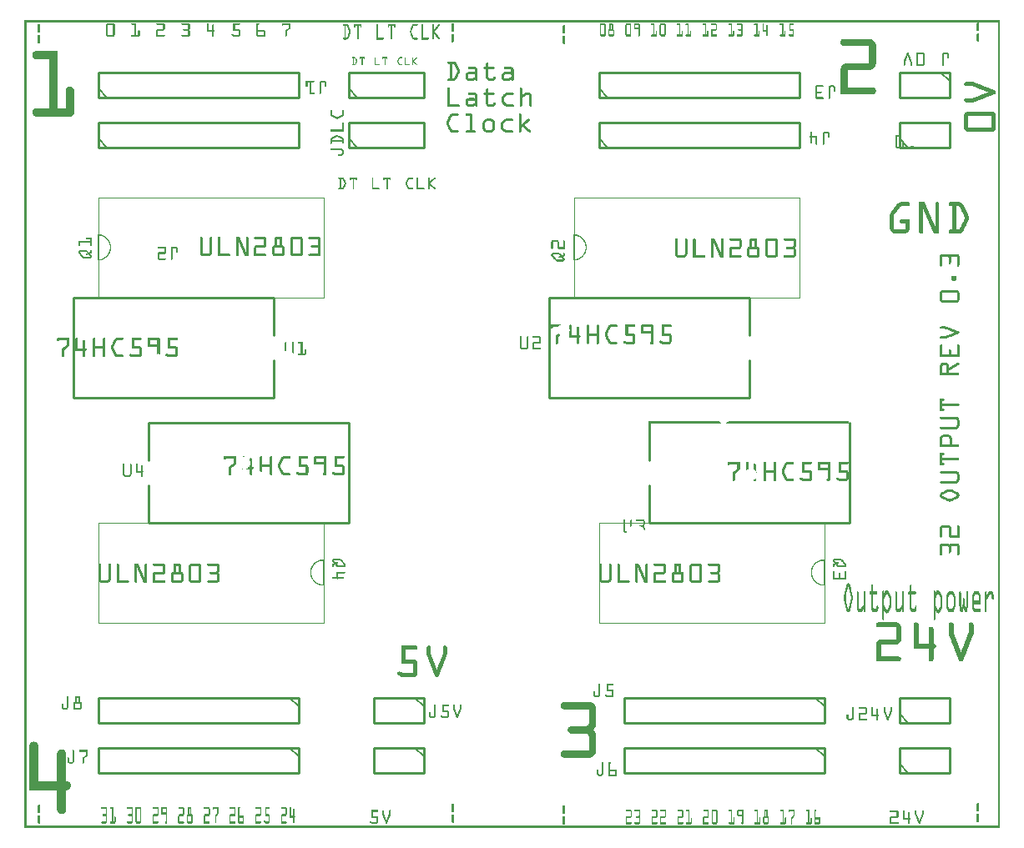
<source format=gto>
G04 MADE WITH FRITZING*
G04 WWW.FRITZING.ORG*
G04 DOUBLE SIDED*
G04 HOLES PLATED*
G04 CONTOUR ON CENTER OF CONTOUR VECTOR*
%ASAXBY*%
%FSLAX23Y23*%
%MOIN*%
%OFA0B0*%
%SFA1.0B1.0*%
%ADD10R,0.904743X0.404743X0.895257X0.395257*%
%ADD11C,0.004743*%
%ADD12C,0.010000*%
%ADD13C,0.005000*%
%ADD14R,0.001000X0.001000*%
%LNSILK1*%
G90*
G70*
G54D11*
X2194Y2520D02*
X3094Y2520D01*
X3094Y2120D01*
X2194Y2120D01*
X2194Y2520D01*
D02*
X294Y2520D02*
X1194Y2520D01*
X1194Y2120D01*
X294Y2120D01*
X294Y2520D01*
D02*
X294Y1220D02*
X1194Y1220D01*
X1194Y820D01*
X294Y820D01*
X294Y1220D01*
D02*
X2294Y1220D02*
X3194Y1220D01*
X3194Y820D01*
X2294Y820D01*
X2294Y1220D01*
D02*
G54D12*
X2294Y2720D02*
X3094Y2720D01*
D02*
X3094Y2720D02*
X3094Y2820D01*
D02*
X3094Y2820D02*
X2294Y2820D01*
D02*
X2294Y2820D02*
X2294Y2720D01*
G54D13*
D02*
X2329Y2720D02*
X2294Y2755D01*
G54D12*
D02*
X2294Y2920D02*
X3094Y2920D01*
D02*
X3094Y2920D02*
X3094Y3020D01*
D02*
X3094Y3020D02*
X2294Y3020D01*
D02*
X2294Y3020D02*
X2294Y2920D01*
G54D13*
D02*
X2329Y2920D02*
X2294Y2955D01*
G54D12*
D02*
X294Y2720D02*
X1094Y2720D01*
D02*
X1094Y2720D02*
X1094Y2820D01*
D02*
X1094Y2820D02*
X294Y2820D01*
D02*
X294Y2820D02*
X294Y2720D01*
G54D13*
D02*
X329Y2720D02*
X294Y2755D01*
G54D12*
D02*
X294Y2920D02*
X1094Y2920D01*
D02*
X1094Y2920D02*
X1094Y3020D01*
D02*
X1094Y3020D02*
X294Y3020D01*
D02*
X294Y3020D02*
X294Y2920D01*
G54D13*
D02*
X329Y2920D02*
X294Y2955D01*
G54D12*
D02*
X3494Y2720D02*
X3694Y2720D01*
D02*
X3694Y2720D02*
X3694Y2820D01*
D02*
X3694Y2820D02*
X3494Y2820D01*
D02*
X3494Y2820D02*
X3494Y2720D01*
G54D13*
D02*
X3529Y2720D02*
X3494Y2755D01*
G54D12*
D02*
X1594Y520D02*
X1394Y520D01*
D02*
X1394Y520D02*
X1394Y420D01*
D02*
X1394Y420D02*
X1594Y420D01*
D02*
X1594Y420D02*
X1594Y520D01*
G54D13*
D02*
X1559Y520D02*
X1594Y485D01*
G54D12*
D02*
X3494Y420D02*
X3694Y420D01*
D02*
X3694Y420D02*
X3694Y520D01*
D02*
X3694Y520D02*
X3494Y520D01*
D02*
X3494Y520D02*
X3494Y420D01*
G54D13*
D02*
X3529Y420D02*
X3494Y455D01*
G54D12*
D02*
X1294Y2720D02*
X1594Y2720D01*
D02*
X1594Y2720D02*
X1594Y2820D01*
D02*
X1594Y2820D02*
X1294Y2820D01*
D02*
X1294Y2820D02*
X1294Y2720D01*
G54D13*
D02*
X1329Y2720D02*
X1294Y2755D01*
G54D12*
D02*
X2894Y2120D02*
X2094Y2120D01*
D02*
X2094Y2120D02*
X2094Y1720D01*
D02*
X2094Y1720D02*
X2894Y1720D01*
D02*
X2894Y2120D02*
X2894Y1970D01*
D02*
X2894Y1870D02*
X2894Y1720D01*
D02*
X994Y2120D02*
X194Y2120D01*
D02*
X194Y2120D02*
X194Y1720D01*
D02*
X194Y1720D02*
X994Y1720D01*
D02*
X994Y2120D02*
X994Y1970D01*
D02*
X994Y1870D02*
X994Y1720D01*
D02*
X1294Y2920D02*
X1594Y2920D01*
D02*
X1594Y2920D02*
X1594Y3020D01*
D02*
X1594Y3020D02*
X1294Y3020D01*
D02*
X1294Y3020D02*
X1294Y2920D01*
G54D13*
D02*
X1329Y2920D02*
X1294Y2955D01*
G54D12*
D02*
X3694Y3020D02*
X3494Y3020D01*
D02*
X3494Y3020D02*
X3494Y2920D01*
D02*
X3494Y2920D02*
X3694Y2920D01*
D02*
X3694Y2920D02*
X3694Y3020D01*
G54D13*
D02*
X3659Y3020D02*
X3694Y2985D01*
G54D12*
D02*
X1594Y320D02*
X1394Y320D01*
D02*
X1394Y320D02*
X1394Y220D01*
D02*
X1394Y220D02*
X1594Y220D01*
D02*
X1594Y220D02*
X1594Y320D01*
G54D13*
D02*
X1559Y320D02*
X1594Y285D01*
G54D12*
D02*
X3494Y220D02*
X3694Y220D01*
D02*
X3694Y220D02*
X3694Y320D01*
D02*
X3694Y320D02*
X3494Y320D01*
D02*
X3494Y320D02*
X3494Y220D01*
G54D13*
D02*
X3529Y220D02*
X3494Y255D01*
G54D12*
D02*
X1094Y520D02*
X294Y520D01*
D02*
X294Y520D02*
X294Y420D01*
D02*
X294Y420D02*
X1094Y420D01*
D02*
X1094Y420D02*
X1094Y520D01*
G54D13*
D02*
X1059Y520D02*
X1094Y485D01*
G54D12*
D02*
X3194Y520D02*
X2394Y520D01*
D02*
X2394Y520D02*
X2394Y420D01*
D02*
X2394Y420D02*
X3194Y420D01*
D02*
X3194Y420D02*
X3194Y520D01*
G54D13*
D02*
X3159Y520D02*
X3194Y485D01*
G54D12*
D02*
X494Y1220D02*
X1294Y1220D01*
D02*
X1294Y1220D02*
X1294Y1620D01*
D02*
X1294Y1620D02*
X494Y1620D01*
D02*
X494Y1220D02*
X494Y1370D01*
D02*
X494Y1470D02*
X494Y1620D01*
D02*
X2494Y1220D02*
X3294Y1220D01*
D02*
X3294Y1220D02*
X3294Y1620D01*
D02*
X2494Y1220D02*
X2494Y1370D01*
D02*
X2494Y1470D02*
X2494Y1620D01*
D02*
X1094Y320D02*
X294Y320D01*
D02*
X294Y320D02*
X294Y220D01*
D02*
X294Y220D02*
X1094Y220D01*
D02*
X1094Y220D02*
X1094Y320D01*
G54D13*
D02*
X1059Y320D02*
X1094Y285D01*
G54D12*
D02*
X3194Y320D02*
X2394Y320D01*
D02*
X2394Y320D02*
X2394Y220D01*
D02*
X2394Y220D02*
X3194Y220D01*
D02*
X3194Y220D02*
X3194Y320D01*
G54D13*
D02*
X3159Y320D02*
X3194Y285D01*
G54D14*
X0Y3228D02*
X3896Y3228D01*
X0Y3227D02*
X3896Y3227D01*
X0Y3226D02*
X3896Y3226D01*
X0Y3225D02*
X3896Y3225D01*
X0Y3224D02*
X3896Y3224D01*
X0Y3223D02*
X3896Y3223D01*
X0Y3222D02*
X3896Y3222D01*
X0Y3221D02*
X3896Y3221D01*
X0Y3220D02*
X7Y3220D01*
X3889Y3220D02*
X3896Y3220D01*
X0Y3219D02*
X7Y3219D01*
X3809Y3219D02*
X3809Y3219D01*
X3889Y3219D02*
X3896Y3219D01*
X0Y3218D02*
X7Y3218D01*
X3806Y3218D02*
X3811Y3218D01*
X3889Y3218D02*
X3896Y3218D01*
X0Y3217D02*
X7Y3217D01*
X330Y3217D02*
X356Y3217D01*
X428Y3217D02*
X446Y3217D01*
X528Y3217D02*
X556Y3217D01*
X628Y3217D02*
X656Y3217D01*
X730Y3217D02*
X733Y3217D01*
X834Y3217D02*
X859Y3217D01*
X929Y3217D02*
X935Y3217D01*
X1029Y3217D02*
X1061Y3217D01*
X1708Y3217D02*
X1712Y3217D01*
X3805Y3217D02*
X3812Y3217D01*
X3889Y3217D02*
X3896Y3217D01*
X0Y3216D02*
X7Y3216D01*
X329Y3216D02*
X357Y3216D01*
X427Y3216D02*
X446Y3216D01*
X527Y3216D02*
X558Y3216D01*
X627Y3216D02*
X658Y3216D01*
X729Y3216D02*
X734Y3216D01*
X834Y3216D02*
X860Y3216D01*
X928Y3216D02*
X936Y3216D01*
X1028Y3216D02*
X1061Y3216D01*
X1707Y3216D02*
X1713Y3216D01*
X3805Y3216D02*
X3813Y3216D01*
X3889Y3216D02*
X3896Y3216D01*
X0Y3215D02*
X7Y3215D01*
X328Y3215D02*
X358Y3215D01*
X426Y3215D02*
X446Y3215D01*
X527Y3215D02*
X558Y3215D01*
X627Y3215D02*
X659Y3215D01*
X729Y3215D02*
X734Y3215D01*
X834Y3215D02*
X861Y3215D01*
X927Y3215D02*
X937Y3215D01*
X1028Y3215D02*
X1061Y3215D01*
X1706Y3215D02*
X1714Y3215D01*
X2300Y3215D02*
X2318Y3215D01*
X2337Y3215D02*
X2349Y3215D01*
X2403Y3215D02*
X2420Y3215D01*
X2435Y3215D02*
X2456Y3215D01*
X2504Y3215D02*
X2516Y3215D01*
X2540Y3215D02*
X2557Y3215D01*
X2607Y3215D02*
X2619Y3215D01*
X2641Y3215D02*
X2653Y3215D01*
X2709Y3215D02*
X2722Y3215D01*
X2744Y3215D02*
X2763Y3215D01*
X2812Y3215D02*
X2824Y3215D01*
X2846Y3215D02*
X2865Y3215D01*
X2915Y3215D02*
X2927Y3215D01*
X2950Y3215D02*
X2952Y3215D01*
X3017Y3215D02*
X3030Y3215D01*
X3055Y3215D02*
X3073Y3215D01*
X3804Y3215D02*
X3813Y3215D01*
X3889Y3215D02*
X3896Y3215D01*
X0Y3214D02*
X7Y3214D01*
X327Y3214D02*
X359Y3214D01*
X426Y3214D02*
X446Y3214D01*
X527Y3214D02*
X559Y3214D01*
X627Y3214D02*
X659Y3214D01*
X729Y3214D02*
X735Y3214D01*
X834Y3214D02*
X861Y3214D01*
X927Y3214D02*
X937Y3214D01*
X1028Y3214D02*
X1061Y3214D01*
X1273Y3214D02*
X1289Y3214D01*
X1317Y3214D02*
X1346Y3214D01*
X1407Y3214D02*
X1410Y3214D01*
X1451Y3214D02*
X1481Y3214D01*
X1553Y3214D02*
X1569Y3214D01*
X1586Y3214D02*
X1589Y3214D01*
X1631Y3214D02*
X1634Y3214D01*
X1656Y3214D02*
X1658Y3214D01*
X1706Y3214D02*
X1714Y3214D01*
X2299Y3214D02*
X2319Y3214D01*
X2337Y3214D02*
X2350Y3214D01*
X2402Y3214D02*
X2421Y3214D01*
X2435Y3214D02*
X2457Y3214D01*
X2503Y3214D02*
X2516Y3214D01*
X2539Y3214D02*
X2558Y3214D01*
X2606Y3214D02*
X2619Y3214D01*
X2640Y3214D02*
X2653Y3214D01*
X2709Y3214D02*
X2722Y3214D01*
X2743Y3214D02*
X2764Y3214D01*
X2811Y3214D02*
X2824Y3214D01*
X2846Y3214D02*
X2866Y3214D01*
X2914Y3214D02*
X2927Y3214D01*
X2950Y3214D02*
X2953Y3214D01*
X3017Y3214D02*
X3030Y3214D01*
X3055Y3214D02*
X3073Y3214D01*
X3804Y3214D02*
X3813Y3214D01*
X3889Y3214D02*
X3896Y3214D01*
X0Y3213D02*
X7Y3213D01*
X56Y3213D02*
X60Y3213D01*
X327Y3213D02*
X359Y3213D01*
X427Y3213D02*
X446Y3213D01*
X527Y3213D02*
X560Y3213D01*
X627Y3213D02*
X660Y3213D01*
X729Y3213D02*
X735Y3213D01*
X834Y3213D02*
X860Y3213D01*
X927Y3213D02*
X936Y3213D01*
X1028Y3213D02*
X1061Y3213D01*
X1272Y3213D02*
X1290Y3213D01*
X1317Y3213D02*
X1346Y3213D01*
X1407Y3213D02*
X1411Y3213D01*
X1451Y3213D02*
X1481Y3213D01*
X1551Y3213D02*
X1569Y3213D01*
X1586Y3213D02*
X1590Y3213D01*
X1630Y3213D02*
X1634Y3213D01*
X1655Y3213D02*
X1659Y3213D01*
X1705Y3213D02*
X1714Y3213D01*
X2299Y3213D02*
X2319Y3213D01*
X2337Y3213D02*
X2350Y3213D01*
X2401Y3213D02*
X2422Y3213D01*
X2435Y3213D02*
X2457Y3213D01*
X2503Y3213D02*
X2516Y3213D01*
X2538Y3213D02*
X2559Y3213D01*
X2606Y3213D02*
X2619Y3213D01*
X2640Y3213D02*
X2653Y3213D01*
X2709Y3213D02*
X2722Y3213D01*
X2743Y3213D02*
X2764Y3213D01*
X2811Y3213D02*
X2824Y3213D01*
X2845Y3213D02*
X2867Y3213D01*
X2914Y3213D02*
X2927Y3213D01*
X2949Y3213D02*
X2953Y3213D01*
X3017Y3213D02*
X3030Y3213D01*
X3055Y3213D02*
X3073Y3213D01*
X3804Y3213D02*
X3813Y3213D01*
X3889Y3213D02*
X3896Y3213D01*
X0Y3212D02*
X7Y3212D01*
X55Y3212D02*
X61Y3212D01*
X326Y3212D02*
X360Y3212D01*
X427Y3212D02*
X446Y3212D01*
X527Y3212D02*
X560Y3212D01*
X628Y3212D02*
X660Y3212D01*
X729Y3212D02*
X735Y3212D01*
X834Y3212D02*
X860Y3212D01*
X927Y3212D02*
X936Y3212D01*
X1028Y3212D02*
X1061Y3212D01*
X1272Y3212D02*
X1291Y3212D01*
X1317Y3212D02*
X1346Y3212D01*
X1406Y3212D02*
X1411Y3212D01*
X1451Y3212D02*
X1481Y3212D01*
X1550Y3212D02*
X1570Y3212D01*
X1585Y3212D02*
X1590Y3212D01*
X1630Y3212D02*
X1635Y3212D01*
X1654Y3212D02*
X1659Y3212D01*
X1705Y3212D02*
X1714Y3212D01*
X2298Y3212D02*
X2320Y3212D01*
X2337Y3212D02*
X2350Y3212D01*
X2401Y3212D02*
X2423Y3212D01*
X2435Y3212D02*
X2457Y3212D01*
X2503Y3212D02*
X2516Y3212D01*
X2538Y3212D02*
X2559Y3212D01*
X2606Y3212D02*
X2619Y3212D01*
X2640Y3212D02*
X2653Y3212D01*
X2709Y3212D02*
X2722Y3212D01*
X2743Y3212D02*
X2765Y3212D01*
X2811Y3212D02*
X2824Y3212D01*
X2846Y3212D02*
X2868Y3212D01*
X2914Y3212D02*
X2927Y3212D01*
X2949Y3212D02*
X2953Y3212D01*
X3017Y3212D02*
X3030Y3212D01*
X3055Y3212D02*
X3073Y3212D01*
X3804Y3212D02*
X3813Y3212D01*
X3889Y3212D02*
X3896Y3212D01*
X0Y3211D02*
X7Y3211D01*
X54Y3211D02*
X62Y3211D01*
X326Y3211D02*
X360Y3211D01*
X429Y3211D02*
X446Y3211D01*
X529Y3211D02*
X560Y3211D01*
X629Y3211D02*
X660Y3211D01*
X729Y3211D02*
X735Y3211D01*
X751Y3211D02*
X754Y3211D01*
X834Y3211D02*
X858Y3211D01*
X927Y3211D02*
X935Y3211D01*
X1028Y3211D02*
X1061Y3211D01*
X1272Y3211D02*
X1292Y3211D01*
X1317Y3211D02*
X1346Y3211D01*
X1406Y3211D02*
X1411Y3211D01*
X1451Y3211D02*
X1481Y3211D01*
X1550Y3211D02*
X1570Y3211D01*
X1585Y3211D02*
X1590Y3211D01*
X1630Y3211D02*
X1635Y3211D01*
X1653Y3211D02*
X1659Y3211D01*
X1705Y3211D02*
X1714Y3211D01*
X2298Y3211D02*
X2320Y3211D01*
X2337Y3211D02*
X2350Y3211D01*
X2401Y3211D02*
X2423Y3211D01*
X2435Y3211D02*
X2457Y3211D01*
X2503Y3211D02*
X2516Y3211D01*
X2538Y3211D02*
X2560Y3211D01*
X2606Y3211D02*
X2619Y3211D01*
X2640Y3211D02*
X2653Y3211D01*
X2709Y3211D02*
X2722Y3211D01*
X2743Y3211D02*
X2765Y3211D01*
X2812Y3211D02*
X2824Y3211D01*
X2846Y3211D02*
X2868Y3211D01*
X2914Y3211D02*
X2927Y3211D01*
X2949Y3211D02*
X2953Y3211D01*
X3017Y3211D02*
X3030Y3211D01*
X3055Y3211D02*
X3073Y3211D01*
X3804Y3211D02*
X3813Y3211D01*
X3889Y3211D02*
X3896Y3211D01*
X0Y3210D02*
X7Y3210D01*
X54Y3210D02*
X62Y3210D01*
X326Y3210D02*
X332Y3210D01*
X354Y3210D02*
X360Y3210D01*
X440Y3210D02*
X446Y3210D01*
X554Y3210D02*
X560Y3210D01*
X654Y3210D02*
X660Y3210D01*
X729Y3210D02*
X735Y3210D01*
X750Y3210D02*
X755Y3210D01*
X834Y3210D02*
X840Y3210D01*
X927Y3210D02*
X933Y3210D01*
X1028Y3210D02*
X1033Y3210D01*
X1055Y3210D02*
X1061Y3210D01*
X1272Y3210D02*
X1293Y3210D01*
X1317Y3210D02*
X1346Y3210D01*
X1406Y3210D02*
X1411Y3210D01*
X1451Y3210D02*
X1481Y3210D01*
X1549Y3210D02*
X1570Y3210D01*
X1585Y3210D02*
X1590Y3210D01*
X1630Y3210D02*
X1635Y3210D01*
X1652Y3210D02*
X1659Y3210D01*
X1705Y3210D02*
X1714Y3210D01*
X2153Y3210D02*
X2156Y3210D01*
X2298Y3210D02*
X2320Y3210D01*
X2337Y3210D02*
X2350Y3210D01*
X2400Y3210D02*
X2423Y3210D01*
X2435Y3210D02*
X2457Y3210D01*
X2504Y3210D02*
X2516Y3210D01*
X2537Y3210D02*
X2560Y3210D01*
X2607Y3210D02*
X2619Y3210D01*
X2641Y3210D02*
X2653Y3210D01*
X2709Y3210D02*
X2722Y3210D01*
X2744Y3210D02*
X2765Y3210D01*
X2812Y3210D02*
X2824Y3210D01*
X2846Y3210D02*
X2868Y3210D01*
X2915Y3210D02*
X2927Y3210D01*
X2949Y3210D02*
X2953Y3210D01*
X2965Y3210D02*
X2966Y3210D01*
X3018Y3210D02*
X3030Y3210D01*
X3055Y3210D02*
X3072Y3210D01*
X3804Y3210D02*
X3813Y3210D01*
X3889Y3210D02*
X3896Y3210D01*
X0Y3209D02*
X7Y3209D01*
X53Y3209D02*
X62Y3209D01*
X326Y3209D02*
X332Y3209D01*
X354Y3209D02*
X360Y3209D01*
X440Y3209D02*
X446Y3209D01*
X554Y3209D02*
X560Y3209D01*
X654Y3209D02*
X660Y3209D01*
X729Y3209D02*
X735Y3209D01*
X749Y3209D02*
X755Y3209D01*
X834Y3209D02*
X840Y3209D01*
X927Y3209D02*
X933Y3209D01*
X1028Y3209D02*
X1033Y3209D01*
X1055Y3209D02*
X1061Y3209D01*
X1272Y3209D02*
X1293Y3209D01*
X1317Y3209D02*
X1346Y3209D01*
X1406Y3209D02*
X1411Y3209D01*
X1451Y3209D02*
X1481Y3209D01*
X1548Y3209D02*
X1570Y3209D01*
X1585Y3209D02*
X1590Y3209D01*
X1630Y3209D02*
X1635Y3209D01*
X1651Y3209D02*
X1659Y3209D01*
X1705Y3209D02*
X1714Y3209D01*
X2152Y3209D02*
X2158Y3209D01*
X2298Y3209D02*
X2302Y3209D01*
X2316Y3209D02*
X2320Y3209D01*
X2337Y3209D02*
X2341Y3209D01*
X2346Y3209D02*
X2350Y3209D01*
X2400Y3209D02*
X2404Y3209D01*
X2419Y3209D02*
X2423Y3209D01*
X2435Y3209D02*
X2439Y3209D01*
X2453Y3209D02*
X2457Y3209D01*
X2512Y3209D02*
X2516Y3209D01*
X2537Y3209D02*
X2541Y3209D01*
X2556Y3209D02*
X2560Y3209D01*
X2615Y3209D02*
X2619Y3209D01*
X2649Y3209D02*
X2653Y3209D01*
X2718Y3209D02*
X2722Y3209D01*
X2761Y3209D02*
X2765Y3209D01*
X2820Y3209D02*
X2824Y3209D01*
X2864Y3209D02*
X2868Y3209D01*
X2923Y3209D02*
X2927Y3209D01*
X2949Y3209D02*
X2953Y3209D01*
X2964Y3209D02*
X2967Y3209D01*
X3026Y3209D02*
X3030Y3209D01*
X3055Y3209D02*
X3059Y3209D01*
X3804Y3209D02*
X3813Y3209D01*
X3889Y3209D02*
X3896Y3209D01*
X0Y3208D02*
X7Y3208D01*
X53Y3208D02*
X63Y3208D01*
X326Y3208D02*
X332Y3208D01*
X354Y3208D02*
X360Y3208D01*
X440Y3208D02*
X446Y3208D01*
X554Y3208D02*
X560Y3208D01*
X654Y3208D02*
X660Y3208D01*
X729Y3208D02*
X735Y3208D01*
X749Y3208D02*
X755Y3208D01*
X834Y3208D02*
X840Y3208D01*
X927Y3208D02*
X933Y3208D01*
X1030Y3208D02*
X1031Y3208D01*
X1055Y3208D02*
X1061Y3208D01*
X1273Y3208D02*
X1294Y3208D01*
X1317Y3208D02*
X1346Y3208D01*
X1406Y3208D02*
X1411Y3208D01*
X1451Y3208D02*
X1481Y3208D01*
X1548Y3208D02*
X1569Y3208D01*
X1585Y3208D02*
X1590Y3208D01*
X1630Y3208D02*
X1635Y3208D01*
X1650Y3208D02*
X1659Y3208D01*
X1705Y3208D02*
X1714Y3208D01*
X2151Y3208D02*
X2159Y3208D01*
X2298Y3208D02*
X2302Y3208D01*
X2317Y3208D02*
X2320Y3208D01*
X2337Y3208D02*
X2340Y3208D01*
X2346Y3208D02*
X2350Y3208D01*
X2400Y3208D02*
X2404Y3208D01*
X2419Y3208D02*
X2423Y3208D01*
X2435Y3208D02*
X2438Y3208D01*
X2453Y3208D02*
X2457Y3208D01*
X2512Y3208D02*
X2516Y3208D01*
X2537Y3208D02*
X2541Y3208D01*
X2556Y3208D02*
X2560Y3208D01*
X2615Y3208D02*
X2619Y3208D01*
X2649Y3208D02*
X2653Y3208D01*
X2718Y3208D02*
X2722Y3208D01*
X2762Y3208D02*
X2765Y3208D01*
X2821Y3208D02*
X2824Y3208D01*
X2864Y3208D02*
X2868Y3208D01*
X2923Y3208D02*
X2927Y3208D01*
X2949Y3208D02*
X2953Y3208D01*
X2964Y3208D02*
X2967Y3208D01*
X3026Y3208D02*
X3030Y3208D01*
X3055Y3208D02*
X3059Y3208D01*
X3804Y3208D02*
X3813Y3208D01*
X3889Y3208D02*
X3896Y3208D01*
X0Y3207D02*
X7Y3207D01*
X53Y3207D02*
X63Y3207D01*
X326Y3207D02*
X332Y3207D01*
X354Y3207D02*
X360Y3207D01*
X440Y3207D02*
X446Y3207D01*
X554Y3207D02*
X560Y3207D01*
X654Y3207D02*
X660Y3207D01*
X729Y3207D02*
X735Y3207D01*
X749Y3207D02*
X755Y3207D01*
X834Y3207D02*
X840Y3207D01*
X927Y3207D02*
X933Y3207D01*
X1055Y3207D02*
X1061Y3207D01*
X1274Y3207D02*
X1294Y3207D01*
X1317Y3207D02*
X1346Y3207D01*
X1406Y3207D02*
X1411Y3207D01*
X1451Y3207D02*
X1481Y3207D01*
X1548Y3207D02*
X1568Y3207D01*
X1585Y3207D02*
X1590Y3207D01*
X1630Y3207D02*
X1635Y3207D01*
X1649Y3207D02*
X1658Y3207D01*
X1705Y3207D02*
X1714Y3207D01*
X2151Y3207D02*
X2159Y3207D01*
X2298Y3207D02*
X2302Y3207D01*
X2317Y3207D02*
X2320Y3207D01*
X2337Y3207D02*
X2340Y3207D01*
X2346Y3207D02*
X2350Y3207D01*
X2400Y3207D02*
X2404Y3207D01*
X2419Y3207D02*
X2423Y3207D01*
X2435Y3207D02*
X2438Y3207D01*
X2453Y3207D02*
X2457Y3207D01*
X2512Y3207D02*
X2516Y3207D01*
X2537Y3207D02*
X2541Y3207D01*
X2556Y3207D02*
X2560Y3207D01*
X2615Y3207D02*
X2619Y3207D01*
X2649Y3207D02*
X2653Y3207D01*
X2718Y3207D02*
X2722Y3207D01*
X2762Y3207D02*
X2765Y3207D01*
X2821Y3207D02*
X2824Y3207D01*
X2864Y3207D02*
X2868Y3207D01*
X2923Y3207D02*
X2927Y3207D01*
X2949Y3207D02*
X2953Y3207D01*
X2963Y3207D02*
X2967Y3207D01*
X3026Y3207D02*
X3030Y3207D01*
X3055Y3207D02*
X3059Y3207D01*
X3804Y3207D02*
X3813Y3207D01*
X3889Y3207D02*
X3896Y3207D01*
X0Y3206D02*
X7Y3206D01*
X53Y3206D02*
X63Y3206D01*
X326Y3206D02*
X332Y3206D01*
X354Y3206D02*
X360Y3206D01*
X440Y3206D02*
X446Y3206D01*
X554Y3206D02*
X560Y3206D01*
X654Y3206D02*
X660Y3206D01*
X729Y3206D02*
X735Y3206D01*
X749Y3206D02*
X755Y3206D01*
X834Y3206D02*
X840Y3206D01*
X927Y3206D02*
X933Y3206D01*
X1055Y3206D02*
X1061Y3206D01*
X1278Y3206D02*
X1283Y3206D01*
X1288Y3206D02*
X1295Y3206D01*
X1317Y3206D02*
X1322Y3206D01*
X1329Y3206D02*
X1334Y3206D01*
X1341Y3206D02*
X1346Y3206D01*
X1406Y3206D02*
X1411Y3206D01*
X1451Y3206D02*
X1456Y3206D01*
X1463Y3206D02*
X1468Y3206D01*
X1475Y3206D02*
X1481Y3206D01*
X1547Y3206D02*
X1554Y3206D01*
X1585Y3206D02*
X1590Y3206D01*
X1630Y3206D02*
X1635Y3206D01*
X1648Y3206D02*
X1657Y3206D01*
X1705Y3206D02*
X1714Y3206D01*
X2150Y3206D02*
X2159Y3206D01*
X2298Y3206D02*
X2302Y3206D01*
X2317Y3206D02*
X2320Y3206D01*
X2337Y3206D02*
X2340Y3206D01*
X2346Y3206D02*
X2350Y3206D01*
X2400Y3206D02*
X2404Y3206D01*
X2419Y3206D02*
X2423Y3206D01*
X2435Y3206D02*
X2438Y3206D01*
X2453Y3206D02*
X2457Y3206D01*
X2512Y3206D02*
X2516Y3206D01*
X2537Y3206D02*
X2541Y3206D01*
X2556Y3206D02*
X2560Y3206D01*
X2615Y3206D02*
X2619Y3206D01*
X2649Y3206D02*
X2653Y3206D01*
X2718Y3206D02*
X2722Y3206D01*
X2762Y3206D02*
X2765Y3206D01*
X2821Y3206D02*
X2824Y3206D01*
X2864Y3206D02*
X2868Y3206D01*
X2923Y3206D02*
X2927Y3206D01*
X2949Y3206D02*
X2953Y3206D01*
X2963Y3206D02*
X2967Y3206D01*
X3026Y3206D02*
X3030Y3206D01*
X3055Y3206D02*
X3059Y3206D01*
X3804Y3206D02*
X3813Y3206D01*
X3889Y3206D02*
X3896Y3206D01*
X0Y3205D02*
X7Y3205D01*
X53Y3205D02*
X63Y3205D01*
X326Y3205D02*
X332Y3205D01*
X354Y3205D02*
X360Y3205D01*
X440Y3205D02*
X446Y3205D01*
X554Y3205D02*
X560Y3205D01*
X654Y3205D02*
X660Y3205D01*
X729Y3205D02*
X735Y3205D01*
X749Y3205D02*
X755Y3205D01*
X834Y3205D02*
X840Y3205D01*
X927Y3205D02*
X933Y3205D01*
X1055Y3205D02*
X1061Y3205D01*
X1278Y3205D02*
X1283Y3205D01*
X1289Y3205D02*
X1295Y3205D01*
X1317Y3205D02*
X1322Y3205D01*
X1329Y3205D02*
X1334Y3205D01*
X1341Y3205D02*
X1346Y3205D01*
X1406Y3205D02*
X1411Y3205D01*
X1451Y3205D02*
X1456Y3205D01*
X1463Y3205D02*
X1468Y3205D01*
X1475Y3205D02*
X1481Y3205D01*
X1547Y3205D02*
X1553Y3205D01*
X1585Y3205D02*
X1590Y3205D01*
X1630Y3205D02*
X1635Y3205D01*
X1648Y3205D02*
X1656Y3205D01*
X1705Y3205D02*
X1714Y3205D01*
X2150Y3205D02*
X2159Y3205D01*
X2298Y3205D02*
X2302Y3205D01*
X2317Y3205D02*
X2320Y3205D01*
X2337Y3205D02*
X2340Y3205D01*
X2346Y3205D02*
X2350Y3205D01*
X2400Y3205D02*
X2404Y3205D01*
X2419Y3205D02*
X2423Y3205D01*
X2435Y3205D02*
X2438Y3205D01*
X2453Y3205D02*
X2457Y3205D01*
X2512Y3205D02*
X2516Y3205D01*
X2537Y3205D02*
X2541Y3205D01*
X2556Y3205D02*
X2560Y3205D01*
X2615Y3205D02*
X2619Y3205D01*
X2649Y3205D02*
X2653Y3205D01*
X2718Y3205D02*
X2722Y3205D01*
X2762Y3205D02*
X2765Y3205D01*
X2821Y3205D02*
X2824Y3205D01*
X2864Y3205D02*
X2868Y3205D01*
X2923Y3205D02*
X2927Y3205D01*
X2949Y3205D02*
X2953Y3205D01*
X2963Y3205D02*
X2967Y3205D01*
X3026Y3205D02*
X3030Y3205D01*
X3055Y3205D02*
X3059Y3205D01*
X3804Y3205D02*
X3813Y3205D01*
X3889Y3205D02*
X3896Y3205D01*
X0Y3204D02*
X7Y3204D01*
X53Y3204D02*
X63Y3204D01*
X326Y3204D02*
X332Y3204D01*
X354Y3204D02*
X360Y3204D01*
X440Y3204D02*
X446Y3204D01*
X554Y3204D02*
X560Y3204D01*
X654Y3204D02*
X660Y3204D01*
X729Y3204D02*
X735Y3204D01*
X749Y3204D02*
X755Y3204D01*
X834Y3204D02*
X840Y3204D01*
X927Y3204D02*
X933Y3204D01*
X1055Y3204D02*
X1061Y3204D01*
X1278Y3204D02*
X1283Y3204D01*
X1289Y3204D02*
X1295Y3204D01*
X1317Y3204D02*
X1322Y3204D01*
X1329Y3204D02*
X1334Y3204D01*
X1341Y3204D02*
X1346Y3204D01*
X1406Y3204D02*
X1411Y3204D01*
X1451Y3204D02*
X1456Y3204D01*
X1463Y3204D02*
X1468Y3204D01*
X1475Y3204D02*
X1481Y3204D01*
X1546Y3204D02*
X1553Y3204D01*
X1585Y3204D02*
X1590Y3204D01*
X1630Y3204D02*
X1635Y3204D01*
X1647Y3204D02*
X1655Y3204D01*
X1705Y3204D02*
X1714Y3204D01*
X2150Y3204D02*
X2159Y3204D01*
X2298Y3204D02*
X2302Y3204D01*
X2317Y3204D02*
X2320Y3204D01*
X2337Y3204D02*
X2340Y3204D01*
X2346Y3204D02*
X2350Y3204D01*
X2400Y3204D02*
X2404Y3204D01*
X2419Y3204D02*
X2423Y3204D01*
X2435Y3204D02*
X2438Y3204D01*
X2453Y3204D02*
X2457Y3204D01*
X2512Y3204D02*
X2516Y3204D01*
X2537Y3204D02*
X2541Y3204D01*
X2556Y3204D02*
X2560Y3204D01*
X2615Y3204D02*
X2619Y3204D01*
X2649Y3204D02*
X2653Y3204D01*
X2718Y3204D02*
X2722Y3204D01*
X2762Y3204D02*
X2765Y3204D01*
X2821Y3204D02*
X2824Y3204D01*
X2864Y3204D02*
X2868Y3204D01*
X2923Y3204D02*
X2927Y3204D01*
X2949Y3204D02*
X2953Y3204D01*
X2963Y3204D02*
X2967Y3204D01*
X3026Y3204D02*
X3030Y3204D01*
X3055Y3204D02*
X3059Y3204D01*
X3804Y3204D02*
X3813Y3204D01*
X3889Y3204D02*
X3896Y3204D01*
X0Y3203D02*
X7Y3203D01*
X53Y3203D02*
X63Y3203D01*
X326Y3203D02*
X332Y3203D01*
X354Y3203D02*
X360Y3203D01*
X440Y3203D02*
X446Y3203D01*
X554Y3203D02*
X560Y3203D01*
X654Y3203D02*
X660Y3203D01*
X729Y3203D02*
X735Y3203D01*
X749Y3203D02*
X755Y3203D01*
X834Y3203D02*
X840Y3203D01*
X927Y3203D02*
X933Y3203D01*
X1055Y3203D02*
X1061Y3203D01*
X1278Y3203D02*
X1283Y3203D01*
X1290Y3203D02*
X1296Y3203D01*
X1317Y3203D02*
X1322Y3203D01*
X1329Y3203D02*
X1334Y3203D01*
X1341Y3203D02*
X1346Y3203D01*
X1406Y3203D02*
X1411Y3203D01*
X1451Y3203D02*
X1456Y3203D01*
X1463Y3203D02*
X1468Y3203D01*
X1475Y3203D02*
X1480Y3203D01*
X1546Y3203D02*
X1552Y3203D01*
X1585Y3203D02*
X1590Y3203D01*
X1630Y3203D02*
X1635Y3203D01*
X1646Y3203D02*
X1654Y3203D01*
X1705Y3203D02*
X1714Y3203D01*
X2150Y3203D02*
X2159Y3203D01*
X2298Y3203D02*
X2302Y3203D01*
X2317Y3203D02*
X2320Y3203D01*
X2337Y3203D02*
X2340Y3203D01*
X2346Y3203D02*
X2350Y3203D01*
X2400Y3203D02*
X2404Y3203D01*
X2419Y3203D02*
X2423Y3203D01*
X2435Y3203D02*
X2438Y3203D01*
X2453Y3203D02*
X2457Y3203D01*
X2512Y3203D02*
X2516Y3203D01*
X2537Y3203D02*
X2541Y3203D01*
X2556Y3203D02*
X2560Y3203D01*
X2615Y3203D02*
X2619Y3203D01*
X2649Y3203D02*
X2653Y3203D01*
X2718Y3203D02*
X2722Y3203D01*
X2762Y3203D02*
X2765Y3203D01*
X2821Y3203D02*
X2824Y3203D01*
X2864Y3203D02*
X2868Y3203D01*
X2923Y3203D02*
X2927Y3203D01*
X2949Y3203D02*
X2953Y3203D01*
X2963Y3203D02*
X2967Y3203D01*
X3026Y3203D02*
X3030Y3203D01*
X3055Y3203D02*
X3059Y3203D01*
X3804Y3203D02*
X3813Y3203D01*
X3889Y3203D02*
X3896Y3203D01*
X0Y3202D02*
X7Y3202D01*
X53Y3202D02*
X63Y3202D01*
X326Y3202D02*
X332Y3202D01*
X354Y3202D02*
X360Y3202D01*
X440Y3202D02*
X446Y3202D01*
X554Y3202D02*
X560Y3202D01*
X654Y3202D02*
X660Y3202D01*
X729Y3202D02*
X735Y3202D01*
X749Y3202D02*
X755Y3202D01*
X834Y3202D02*
X840Y3202D01*
X927Y3202D02*
X933Y3202D01*
X1055Y3202D02*
X1061Y3202D01*
X1278Y3202D02*
X1283Y3202D01*
X1290Y3202D02*
X1296Y3202D01*
X1317Y3202D02*
X1322Y3202D01*
X1329Y3202D02*
X1334Y3202D01*
X1341Y3202D02*
X1346Y3202D01*
X1406Y3202D02*
X1411Y3202D01*
X1451Y3202D02*
X1456Y3202D01*
X1463Y3202D02*
X1468Y3202D01*
X1476Y3202D02*
X1480Y3202D01*
X1546Y3202D02*
X1552Y3202D01*
X1585Y3202D02*
X1590Y3202D01*
X1630Y3202D02*
X1635Y3202D01*
X1645Y3202D02*
X1653Y3202D01*
X1705Y3202D02*
X1714Y3202D01*
X2150Y3202D02*
X2159Y3202D01*
X2298Y3202D02*
X2302Y3202D01*
X2317Y3202D02*
X2320Y3202D01*
X2337Y3202D02*
X2340Y3202D01*
X2346Y3202D02*
X2350Y3202D01*
X2400Y3202D02*
X2404Y3202D01*
X2419Y3202D02*
X2423Y3202D01*
X2435Y3202D02*
X2438Y3202D01*
X2453Y3202D02*
X2457Y3202D01*
X2512Y3202D02*
X2516Y3202D01*
X2537Y3202D02*
X2541Y3202D01*
X2556Y3202D02*
X2560Y3202D01*
X2615Y3202D02*
X2619Y3202D01*
X2649Y3202D02*
X2653Y3202D01*
X2718Y3202D02*
X2722Y3202D01*
X2762Y3202D02*
X2765Y3202D01*
X2821Y3202D02*
X2824Y3202D01*
X2864Y3202D02*
X2868Y3202D01*
X2923Y3202D02*
X2927Y3202D01*
X2949Y3202D02*
X2953Y3202D01*
X2963Y3202D02*
X2967Y3202D01*
X3026Y3202D02*
X3030Y3202D01*
X3055Y3202D02*
X3059Y3202D01*
X3804Y3202D02*
X3813Y3202D01*
X3889Y3202D02*
X3896Y3202D01*
X0Y3201D02*
X7Y3201D01*
X53Y3201D02*
X63Y3201D01*
X326Y3201D02*
X332Y3201D01*
X354Y3201D02*
X360Y3201D01*
X440Y3201D02*
X446Y3201D01*
X554Y3201D02*
X560Y3201D01*
X654Y3201D02*
X660Y3201D01*
X729Y3201D02*
X735Y3201D01*
X749Y3201D02*
X755Y3201D01*
X834Y3201D02*
X840Y3201D01*
X927Y3201D02*
X933Y3201D01*
X1055Y3201D02*
X1061Y3201D01*
X1278Y3201D02*
X1283Y3201D01*
X1290Y3201D02*
X1296Y3201D01*
X1317Y3201D02*
X1321Y3201D01*
X1329Y3201D02*
X1334Y3201D01*
X1342Y3201D02*
X1346Y3201D01*
X1406Y3201D02*
X1411Y3201D01*
X1452Y3201D02*
X1455Y3201D01*
X1463Y3201D02*
X1468Y3201D01*
X1476Y3201D02*
X1480Y3201D01*
X1545Y3201D02*
X1551Y3201D01*
X1585Y3201D02*
X1590Y3201D01*
X1630Y3201D02*
X1635Y3201D01*
X1644Y3201D02*
X1653Y3201D01*
X1705Y3201D02*
X1714Y3201D01*
X2150Y3201D02*
X2159Y3201D01*
X2298Y3201D02*
X2302Y3201D01*
X2317Y3201D02*
X2320Y3201D01*
X2337Y3201D02*
X2340Y3201D01*
X2346Y3201D02*
X2350Y3201D01*
X2400Y3201D02*
X2404Y3201D01*
X2419Y3201D02*
X2423Y3201D01*
X2435Y3201D02*
X2438Y3201D01*
X2453Y3201D02*
X2457Y3201D01*
X2512Y3201D02*
X2516Y3201D01*
X2537Y3201D02*
X2541Y3201D01*
X2556Y3201D02*
X2560Y3201D01*
X2615Y3201D02*
X2619Y3201D01*
X2649Y3201D02*
X2653Y3201D01*
X2718Y3201D02*
X2722Y3201D01*
X2762Y3201D02*
X2765Y3201D01*
X2821Y3201D02*
X2824Y3201D01*
X2864Y3201D02*
X2868Y3201D01*
X2923Y3201D02*
X2927Y3201D01*
X2949Y3201D02*
X2953Y3201D01*
X2963Y3201D02*
X2967Y3201D01*
X3026Y3201D02*
X3030Y3201D01*
X3055Y3201D02*
X3059Y3201D01*
X3804Y3201D02*
X3813Y3201D01*
X3889Y3201D02*
X3896Y3201D01*
X0Y3200D02*
X7Y3200D01*
X53Y3200D02*
X63Y3200D01*
X326Y3200D02*
X332Y3200D01*
X354Y3200D02*
X360Y3200D01*
X440Y3200D02*
X446Y3200D01*
X554Y3200D02*
X560Y3200D01*
X654Y3200D02*
X660Y3200D01*
X729Y3200D02*
X735Y3200D01*
X749Y3200D02*
X755Y3200D01*
X834Y3200D02*
X840Y3200D01*
X927Y3200D02*
X933Y3200D01*
X1055Y3200D02*
X1061Y3200D01*
X1278Y3200D02*
X1283Y3200D01*
X1291Y3200D02*
X1297Y3200D01*
X1318Y3200D02*
X1320Y3200D01*
X1329Y3200D02*
X1334Y3200D01*
X1343Y3200D02*
X1345Y3200D01*
X1406Y3200D02*
X1411Y3200D01*
X1453Y3200D02*
X1454Y3200D01*
X1463Y3200D02*
X1468Y3200D01*
X1477Y3200D02*
X1479Y3200D01*
X1545Y3200D02*
X1551Y3200D01*
X1585Y3200D02*
X1590Y3200D01*
X1630Y3200D02*
X1635Y3200D01*
X1643Y3200D02*
X1652Y3200D01*
X1705Y3200D02*
X1714Y3200D01*
X2150Y3200D02*
X2159Y3200D01*
X2298Y3200D02*
X2302Y3200D01*
X2317Y3200D02*
X2320Y3200D01*
X2337Y3200D02*
X2340Y3200D01*
X2346Y3200D02*
X2350Y3200D01*
X2400Y3200D02*
X2404Y3200D01*
X2419Y3200D02*
X2423Y3200D01*
X2435Y3200D02*
X2438Y3200D01*
X2453Y3200D02*
X2457Y3200D01*
X2512Y3200D02*
X2516Y3200D01*
X2537Y3200D02*
X2541Y3200D01*
X2556Y3200D02*
X2560Y3200D01*
X2615Y3200D02*
X2619Y3200D01*
X2649Y3200D02*
X2653Y3200D01*
X2718Y3200D02*
X2722Y3200D01*
X2762Y3200D02*
X2765Y3200D01*
X2821Y3200D02*
X2824Y3200D01*
X2864Y3200D02*
X2868Y3200D01*
X2923Y3200D02*
X2927Y3200D01*
X2949Y3200D02*
X2953Y3200D01*
X2963Y3200D02*
X2967Y3200D01*
X3026Y3200D02*
X3030Y3200D01*
X3055Y3200D02*
X3059Y3200D01*
X3804Y3200D02*
X3813Y3200D01*
X3889Y3200D02*
X3896Y3200D01*
X0Y3199D02*
X7Y3199D01*
X53Y3199D02*
X63Y3199D01*
X326Y3199D02*
X332Y3199D01*
X354Y3199D02*
X360Y3199D01*
X440Y3199D02*
X446Y3199D01*
X554Y3199D02*
X560Y3199D01*
X654Y3199D02*
X660Y3199D01*
X729Y3199D02*
X735Y3199D01*
X749Y3199D02*
X755Y3199D01*
X834Y3199D02*
X840Y3199D01*
X927Y3199D02*
X933Y3199D01*
X1055Y3199D02*
X1061Y3199D01*
X1278Y3199D02*
X1283Y3199D01*
X1291Y3199D02*
X1297Y3199D01*
X1329Y3199D02*
X1334Y3199D01*
X1406Y3199D02*
X1411Y3199D01*
X1463Y3199D02*
X1468Y3199D01*
X1545Y3199D02*
X1551Y3199D01*
X1585Y3199D02*
X1590Y3199D01*
X1630Y3199D02*
X1635Y3199D01*
X1642Y3199D02*
X1651Y3199D01*
X1705Y3199D02*
X1714Y3199D01*
X2150Y3199D02*
X2159Y3199D01*
X2298Y3199D02*
X2302Y3199D01*
X2317Y3199D02*
X2320Y3199D01*
X2337Y3199D02*
X2340Y3199D01*
X2346Y3199D02*
X2350Y3199D01*
X2400Y3199D02*
X2404Y3199D01*
X2419Y3199D02*
X2423Y3199D01*
X2435Y3199D02*
X2457Y3199D01*
X2512Y3199D02*
X2516Y3199D01*
X2537Y3199D02*
X2541Y3199D01*
X2556Y3199D02*
X2560Y3199D01*
X2615Y3199D02*
X2619Y3199D01*
X2649Y3199D02*
X2653Y3199D01*
X2718Y3199D02*
X2722Y3199D01*
X2762Y3199D02*
X2765Y3199D01*
X2821Y3199D02*
X2824Y3199D01*
X2864Y3199D02*
X2868Y3199D01*
X2923Y3199D02*
X2927Y3199D01*
X2949Y3199D02*
X2953Y3199D01*
X2963Y3199D02*
X2967Y3199D01*
X3026Y3199D02*
X3030Y3199D01*
X3055Y3199D02*
X3059Y3199D01*
X3804Y3199D02*
X3813Y3199D01*
X3889Y3199D02*
X3896Y3199D01*
X0Y3198D02*
X7Y3198D01*
X53Y3198D02*
X63Y3198D01*
X326Y3198D02*
X332Y3198D01*
X354Y3198D02*
X360Y3198D01*
X440Y3198D02*
X446Y3198D01*
X554Y3198D02*
X560Y3198D01*
X654Y3198D02*
X660Y3198D01*
X729Y3198D02*
X735Y3198D01*
X749Y3198D02*
X755Y3198D01*
X834Y3198D02*
X840Y3198D01*
X927Y3198D02*
X933Y3198D01*
X1055Y3198D02*
X1061Y3198D01*
X1278Y3198D02*
X1283Y3198D01*
X1292Y3198D02*
X1298Y3198D01*
X1329Y3198D02*
X1334Y3198D01*
X1406Y3198D02*
X1411Y3198D01*
X1463Y3198D02*
X1468Y3198D01*
X1544Y3198D02*
X1550Y3198D01*
X1585Y3198D02*
X1590Y3198D01*
X1630Y3198D02*
X1635Y3198D01*
X1641Y3198D02*
X1650Y3198D01*
X1705Y3198D02*
X1714Y3198D01*
X2150Y3198D02*
X2159Y3198D01*
X2298Y3198D02*
X2302Y3198D01*
X2317Y3198D02*
X2320Y3198D01*
X2337Y3198D02*
X2340Y3198D01*
X2346Y3198D02*
X2350Y3198D01*
X2400Y3198D02*
X2404Y3198D01*
X2419Y3198D02*
X2423Y3198D01*
X2435Y3198D02*
X2457Y3198D01*
X2512Y3198D02*
X2516Y3198D01*
X2537Y3198D02*
X2541Y3198D01*
X2556Y3198D02*
X2560Y3198D01*
X2615Y3198D02*
X2619Y3198D01*
X2649Y3198D02*
X2653Y3198D01*
X2718Y3198D02*
X2722Y3198D01*
X2762Y3198D02*
X2765Y3198D01*
X2821Y3198D02*
X2824Y3198D01*
X2864Y3198D02*
X2868Y3198D01*
X2923Y3198D02*
X2927Y3198D01*
X2949Y3198D02*
X2953Y3198D01*
X2963Y3198D02*
X2967Y3198D01*
X3026Y3198D02*
X3030Y3198D01*
X3055Y3198D02*
X3059Y3198D01*
X3804Y3198D02*
X3813Y3198D01*
X3889Y3198D02*
X3896Y3198D01*
X0Y3197D02*
X7Y3197D01*
X53Y3197D02*
X63Y3197D01*
X326Y3197D02*
X332Y3197D01*
X354Y3197D02*
X360Y3197D01*
X440Y3197D02*
X446Y3197D01*
X554Y3197D02*
X560Y3197D01*
X654Y3197D02*
X660Y3197D01*
X729Y3197D02*
X735Y3197D01*
X749Y3197D02*
X755Y3197D01*
X834Y3197D02*
X840Y3197D01*
X927Y3197D02*
X933Y3197D01*
X1054Y3197D02*
X1061Y3197D01*
X1278Y3197D02*
X1283Y3197D01*
X1292Y3197D02*
X1298Y3197D01*
X1329Y3197D02*
X1334Y3197D01*
X1406Y3197D02*
X1411Y3197D01*
X1463Y3197D02*
X1468Y3197D01*
X1544Y3197D02*
X1550Y3197D01*
X1585Y3197D02*
X1590Y3197D01*
X1630Y3197D02*
X1635Y3197D01*
X1640Y3197D02*
X1649Y3197D01*
X1705Y3197D02*
X1714Y3197D01*
X2150Y3197D02*
X2159Y3197D01*
X2298Y3197D02*
X2302Y3197D01*
X2317Y3197D02*
X2320Y3197D01*
X2337Y3197D02*
X2340Y3197D01*
X2346Y3197D02*
X2350Y3197D01*
X2400Y3197D02*
X2404Y3197D01*
X2419Y3197D02*
X2423Y3197D01*
X2435Y3197D02*
X2457Y3197D01*
X2512Y3197D02*
X2516Y3197D01*
X2537Y3197D02*
X2541Y3197D01*
X2556Y3197D02*
X2560Y3197D01*
X2615Y3197D02*
X2619Y3197D01*
X2649Y3197D02*
X2653Y3197D01*
X2718Y3197D02*
X2722Y3197D01*
X2762Y3197D02*
X2765Y3197D01*
X2821Y3197D02*
X2824Y3197D01*
X2864Y3197D02*
X2868Y3197D01*
X2923Y3197D02*
X2927Y3197D01*
X2949Y3197D02*
X2953Y3197D01*
X2963Y3197D02*
X2967Y3197D01*
X3026Y3197D02*
X3030Y3197D01*
X3055Y3197D02*
X3059Y3197D01*
X3804Y3197D02*
X3813Y3197D01*
X3889Y3197D02*
X3896Y3197D01*
X0Y3196D02*
X7Y3196D01*
X53Y3196D02*
X63Y3196D01*
X326Y3196D02*
X332Y3196D01*
X354Y3196D02*
X360Y3196D01*
X440Y3196D02*
X446Y3196D01*
X554Y3196D02*
X560Y3196D01*
X654Y3196D02*
X660Y3196D01*
X729Y3196D02*
X735Y3196D01*
X749Y3196D02*
X755Y3196D01*
X834Y3196D02*
X840Y3196D01*
X927Y3196D02*
X933Y3196D01*
X1052Y3196D02*
X1061Y3196D01*
X1278Y3196D02*
X1283Y3196D01*
X1292Y3196D02*
X1298Y3196D01*
X1329Y3196D02*
X1334Y3196D01*
X1406Y3196D02*
X1411Y3196D01*
X1463Y3196D02*
X1468Y3196D01*
X1543Y3196D02*
X1549Y3196D01*
X1585Y3196D02*
X1590Y3196D01*
X1630Y3196D02*
X1635Y3196D01*
X1640Y3196D02*
X1648Y3196D01*
X1705Y3196D02*
X1714Y3196D01*
X2150Y3196D02*
X2159Y3196D01*
X2298Y3196D02*
X2302Y3196D01*
X2317Y3196D02*
X2320Y3196D01*
X2337Y3196D02*
X2340Y3196D01*
X2346Y3196D02*
X2350Y3196D01*
X2400Y3196D02*
X2404Y3196D01*
X2419Y3196D02*
X2423Y3196D01*
X2435Y3196D02*
X2457Y3196D01*
X2512Y3196D02*
X2516Y3196D01*
X2537Y3196D02*
X2541Y3196D01*
X2556Y3196D02*
X2560Y3196D01*
X2615Y3196D02*
X2619Y3196D01*
X2649Y3196D02*
X2653Y3196D01*
X2718Y3196D02*
X2722Y3196D01*
X2762Y3196D02*
X2765Y3196D01*
X2821Y3196D02*
X2824Y3196D01*
X2864Y3196D02*
X2868Y3196D01*
X2923Y3196D02*
X2927Y3196D01*
X2949Y3196D02*
X2953Y3196D01*
X2963Y3196D02*
X2967Y3196D01*
X3026Y3196D02*
X3030Y3196D01*
X3055Y3196D02*
X3059Y3196D01*
X3804Y3196D02*
X3813Y3196D01*
X3889Y3196D02*
X3896Y3196D01*
X0Y3195D02*
X7Y3195D01*
X53Y3195D02*
X63Y3195D01*
X326Y3195D02*
X332Y3195D01*
X354Y3195D02*
X360Y3195D01*
X440Y3195D02*
X446Y3195D01*
X554Y3195D02*
X560Y3195D01*
X653Y3195D02*
X660Y3195D01*
X729Y3195D02*
X735Y3195D01*
X749Y3195D02*
X755Y3195D01*
X834Y3195D02*
X840Y3195D01*
X927Y3195D02*
X933Y3195D01*
X1051Y3195D02*
X1061Y3195D01*
X1278Y3195D02*
X1283Y3195D01*
X1293Y3195D02*
X1299Y3195D01*
X1329Y3195D02*
X1334Y3195D01*
X1406Y3195D02*
X1411Y3195D01*
X1463Y3195D02*
X1468Y3195D01*
X1543Y3195D02*
X1549Y3195D01*
X1585Y3195D02*
X1590Y3195D01*
X1630Y3195D02*
X1635Y3195D01*
X1639Y3195D02*
X1647Y3195D01*
X1705Y3195D02*
X1714Y3195D01*
X2150Y3195D02*
X2159Y3195D01*
X2298Y3195D02*
X2302Y3195D01*
X2317Y3195D02*
X2320Y3195D01*
X2337Y3195D02*
X2340Y3195D01*
X2346Y3195D02*
X2350Y3195D01*
X2400Y3195D02*
X2404Y3195D01*
X2419Y3195D02*
X2423Y3195D01*
X2435Y3195D02*
X2457Y3195D01*
X2512Y3195D02*
X2516Y3195D01*
X2537Y3195D02*
X2541Y3195D01*
X2556Y3195D02*
X2560Y3195D01*
X2615Y3195D02*
X2619Y3195D01*
X2649Y3195D02*
X2653Y3195D01*
X2718Y3195D02*
X2722Y3195D01*
X2762Y3195D02*
X2765Y3195D01*
X2821Y3195D02*
X2824Y3195D01*
X2864Y3195D02*
X2868Y3195D01*
X2923Y3195D02*
X2927Y3195D01*
X2949Y3195D02*
X2953Y3195D01*
X2963Y3195D02*
X2967Y3195D01*
X3026Y3195D02*
X3030Y3195D01*
X3055Y3195D02*
X3059Y3195D01*
X3804Y3195D02*
X3813Y3195D01*
X3889Y3195D02*
X3896Y3195D01*
X0Y3194D02*
X7Y3194D01*
X53Y3194D02*
X63Y3194D01*
X326Y3194D02*
X332Y3194D01*
X354Y3194D02*
X360Y3194D01*
X440Y3194D02*
X446Y3194D01*
X532Y3194D02*
X560Y3194D01*
X636Y3194D02*
X660Y3194D01*
X729Y3194D02*
X735Y3194D01*
X749Y3194D02*
X755Y3194D01*
X834Y3194D02*
X855Y3194D01*
X927Y3194D02*
X933Y3194D01*
X1050Y3194D02*
X1060Y3194D01*
X1278Y3194D02*
X1283Y3194D01*
X1293Y3194D02*
X1299Y3194D01*
X1329Y3194D02*
X1334Y3194D01*
X1406Y3194D02*
X1411Y3194D01*
X1463Y3194D02*
X1468Y3194D01*
X1543Y3194D02*
X1549Y3194D01*
X1585Y3194D02*
X1590Y3194D01*
X1630Y3194D02*
X1635Y3194D01*
X1638Y3194D02*
X1646Y3194D01*
X1705Y3194D02*
X1714Y3194D01*
X2150Y3194D02*
X2159Y3194D01*
X2298Y3194D02*
X2302Y3194D01*
X2317Y3194D02*
X2320Y3194D01*
X2337Y3194D02*
X2341Y3194D01*
X2346Y3194D02*
X2350Y3194D01*
X2400Y3194D02*
X2404Y3194D01*
X2419Y3194D02*
X2423Y3194D01*
X2435Y3194D02*
X2457Y3194D01*
X2512Y3194D02*
X2516Y3194D01*
X2537Y3194D02*
X2541Y3194D01*
X2556Y3194D02*
X2560Y3194D01*
X2615Y3194D02*
X2619Y3194D01*
X2649Y3194D02*
X2653Y3194D01*
X2718Y3194D02*
X2722Y3194D01*
X2761Y3194D02*
X2765Y3194D01*
X2821Y3194D02*
X2824Y3194D01*
X2863Y3194D02*
X2868Y3194D01*
X2923Y3194D02*
X2927Y3194D01*
X2949Y3194D02*
X2953Y3194D01*
X2963Y3194D02*
X2967Y3194D01*
X3026Y3194D02*
X3030Y3194D01*
X3055Y3194D02*
X3059Y3194D01*
X3804Y3194D02*
X3813Y3194D01*
X3889Y3194D02*
X3896Y3194D01*
X0Y3193D02*
X7Y3193D01*
X53Y3193D02*
X63Y3193D01*
X326Y3193D02*
X332Y3193D01*
X354Y3193D02*
X360Y3193D01*
X440Y3193D02*
X446Y3193D01*
X530Y3193D02*
X560Y3193D01*
X635Y3193D02*
X659Y3193D01*
X729Y3193D02*
X735Y3193D01*
X749Y3193D02*
X755Y3193D01*
X834Y3193D02*
X857Y3193D01*
X927Y3193D02*
X933Y3193D01*
X1049Y3193D02*
X1059Y3193D01*
X1278Y3193D02*
X1283Y3193D01*
X1293Y3193D02*
X1299Y3193D01*
X1329Y3193D02*
X1334Y3193D01*
X1406Y3193D02*
X1411Y3193D01*
X1463Y3193D02*
X1468Y3193D01*
X1542Y3193D02*
X1548Y3193D01*
X1585Y3193D02*
X1590Y3193D01*
X1630Y3193D02*
X1635Y3193D01*
X1637Y3193D02*
X1646Y3193D01*
X1705Y3193D02*
X1714Y3193D01*
X2150Y3193D02*
X2159Y3193D01*
X2298Y3193D02*
X2302Y3193D01*
X2317Y3193D02*
X2320Y3193D01*
X2335Y3193D02*
X2352Y3193D01*
X2400Y3193D02*
X2404Y3193D01*
X2419Y3193D02*
X2423Y3193D01*
X2436Y3193D02*
X2457Y3193D01*
X2512Y3193D02*
X2516Y3193D01*
X2537Y3193D02*
X2541Y3193D01*
X2556Y3193D02*
X2560Y3193D01*
X2615Y3193D02*
X2619Y3193D01*
X2649Y3193D02*
X2653Y3193D01*
X2718Y3193D02*
X2722Y3193D01*
X2746Y3193D02*
X2765Y3193D01*
X2821Y3193D02*
X2824Y3193D01*
X2851Y3193D02*
X2867Y3193D01*
X2923Y3193D02*
X2927Y3193D01*
X2949Y3193D02*
X2953Y3193D01*
X2963Y3193D02*
X2967Y3193D01*
X3026Y3193D02*
X3030Y3193D01*
X3055Y3193D02*
X3070Y3193D01*
X3804Y3193D02*
X3813Y3193D01*
X3889Y3193D02*
X3896Y3193D01*
X0Y3192D02*
X7Y3192D01*
X53Y3192D02*
X63Y3192D01*
X326Y3192D02*
X332Y3192D01*
X354Y3192D02*
X360Y3192D01*
X440Y3192D02*
X446Y3192D01*
X529Y3192D02*
X560Y3192D01*
X634Y3192D02*
X659Y3192D01*
X729Y3192D02*
X735Y3192D01*
X749Y3192D02*
X755Y3192D01*
X834Y3192D02*
X859Y3192D01*
X927Y3192D02*
X933Y3192D01*
X1048Y3192D02*
X1058Y3192D01*
X1278Y3192D02*
X1283Y3192D01*
X1294Y3192D02*
X1300Y3192D01*
X1329Y3192D02*
X1334Y3192D01*
X1406Y3192D02*
X1411Y3192D01*
X1463Y3192D02*
X1468Y3192D01*
X1542Y3192D02*
X1548Y3192D01*
X1585Y3192D02*
X1590Y3192D01*
X1630Y3192D02*
X1645Y3192D01*
X1705Y3192D02*
X1714Y3192D01*
X2150Y3192D02*
X2159Y3192D01*
X2298Y3192D02*
X2302Y3192D01*
X2317Y3192D02*
X2320Y3192D01*
X2334Y3192D02*
X2353Y3192D01*
X2400Y3192D02*
X2404Y3192D01*
X2419Y3192D02*
X2423Y3192D01*
X2453Y3192D02*
X2457Y3192D01*
X2512Y3192D02*
X2516Y3192D01*
X2537Y3192D02*
X2541Y3192D01*
X2556Y3192D02*
X2560Y3192D01*
X2615Y3192D02*
X2619Y3192D01*
X2649Y3192D02*
X2653Y3192D01*
X2718Y3192D02*
X2722Y3192D01*
X2745Y3192D02*
X2765Y3192D01*
X2821Y3192D02*
X2824Y3192D01*
X2850Y3192D02*
X2867Y3192D01*
X2923Y3192D02*
X2927Y3192D01*
X2949Y3192D02*
X2953Y3192D01*
X2963Y3192D02*
X2967Y3192D01*
X3026Y3192D02*
X3030Y3192D01*
X3055Y3192D02*
X3072Y3192D01*
X3804Y3192D02*
X3813Y3192D01*
X3889Y3192D02*
X3896Y3192D01*
X0Y3191D02*
X7Y3191D01*
X53Y3191D02*
X63Y3191D01*
X326Y3191D02*
X332Y3191D01*
X354Y3191D02*
X360Y3191D01*
X440Y3191D02*
X446Y3191D01*
X528Y3191D02*
X559Y3191D01*
X634Y3191D02*
X658Y3191D01*
X729Y3191D02*
X735Y3191D01*
X749Y3191D02*
X755Y3191D01*
X834Y3191D02*
X859Y3191D01*
X927Y3191D02*
X933Y3191D01*
X1047Y3191D02*
X1056Y3191D01*
X1278Y3191D02*
X1283Y3191D01*
X1294Y3191D02*
X1300Y3191D01*
X1329Y3191D02*
X1334Y3191D01*
X1406Y3191D02*
X1411Y3191D01*
X1463Y3191D02*
X1468Y3191D01*
X1542Y3191D02*
X1548Y3191D01*
X1585Y3191D02*
X1590Y3191D01*
X1630Y3191D02*
X1644Y3191D01*
X1705Y3191D02*
X1714Y3191D01*
X2150Y3191D02*
X2159Y3191D01*
X2298Y3191D02*
X2302Y3191D01*
X2317Y3191D02*
X2320Y3191D01*
X2333Y3191D02*
X2353Y3191D01*
X2400Y3191D02*
X2404Y3191D01*
X2419Y3191D02*
X2423Y3191D01*
X2453Y3191D02*
X2457Y3191D01*
X2512Y3191D02*
X2516Y3191D01*
X2537Y3191D02*
X2541Y3191D01*
X2556Y3191D02*
X2560Y3191D01*
X2615Y3191D02*
X2619Y3191D01*
X2649Y3191D02*
X2653Y3191D01*
X2718Y3191D02*
X2722Y3191D01*
X2744Y3191D02*
X2765Y3191D01*
X2821Y3191D02*
X2824Y3191D01*
X2850Y3191D02*
X2867Y3191D01*
X2923Y3191D02*
X2927Y3191D01*
X2949Y3191D02*
X2953Y3191D01*
X2963Y3191D02*
X2967Y3191D01*
X3026Y3191D02*
X3030Y3191D01*
X3055Y3191D02*
X3072Y3191D01*
X3804Y3191D02*
X3813Y3191D01*
X3889Y3191D02*
X3896Y3191D01*
X0Y3190D02*
X7Y3190D01*
X53Y3190D02*
X63Y3190D01*
X326Y3190D02*
X332Y3190D01*
X354Y3190D02*
X360Y3190D01*
X440Y3190D02*
X446Y3190D01*
X527Y3190D02*
X559Y3190D01*
X634Y3190D02*
X658Y3190D01*
X729Y3190D02*
X735Y3190D01*
X749Y3190D02*
X755Y3190D01*
X834Y3190D02*
X860Y3190D01*
X927Y3190D02*
X933Y3190D01*
X1045Y3190D02*
X1055Y3190D01*
X1278Y3190D02*
X1283Y3190D01*
X1295Y3190D02*
X1300Y3190D01*
X1329Y3190D02*
X1334Y3190D01*
X1406Y3190D02*
X1411Y3190D01*
X1463Y3190D02*
X1468Y3190D01*
X1541Y3190D02*
X1547Y3190D01*
X1585Y3190D02*
X1590Y3190D01*
X1630Y3190D02*
X1643Y3190D01*
X1705Y3190D02*
X1714Y3190D01*
X2150Y3190D02*
X2159Y3190D01*
X2298Y3190D02*
X2302Y3190D01*
X2317Y3190D02*
X2320Y3190D01*
X2333Y3190D02*
X2354Y3190D01*
X2400Y3190D02*
X2404Y3190D01*
X2419Y3190D02*
X2423Y3190D01*
X2453Y3190D02*
X2457Y3190D01*
X2512Y3190D02*
X2516Y3190D01*
X2537Y3190D02*
X2541Y3190D01*
X2556Y3190D02*
X2560Y3190D01*
X2615Y3190D02*
X2619Y3190D01*
X2649Y3190D02*
X2653Y3190D01*
X2718Y3190D02*
X2722Y3190D01*
X2743Y3190D02*
X2764Y3190D01*
X2821Y3190D02*
X2824Y3190D01*
X2850Y3190D02*
X2866Y3190D01*
X2923Y3190D02*
X2927Y3190D01*
X2949Y3190D02*
X2953Y3190D01*
X2963Y3190D02*
X2967Y3190D01*
X3026Y3190D02*
X3030Y3190D01*
X3055Y3190D02*
X3073Y3190D01*
X3804Y3190D02*
X3813Y3190D01*
X3889Y3190D02*
X3896Y3190D01*
X0Y3189D02*
X7Y3189D01*
X53Y3189D02*
X63Y3189D01*
X326Y3189D02*
X332Y3189D01*
X354Y3189D02*
X360Y3189D01*
X440Y3189D02*
X446Y3189D01*
X527Y3189D02*
X558Y3189D01*
X634Y3189D02*
X659Y3189D01*
X729Y3189D02*
X735Y3189D01*
X749Y3189D02*
X755Y3189D01*
X834Y3189D02*
X860Y3189D01*
X927Y3189D02*
X933Y3189D01*
X1044Y3189D02*
X1054Y3189D01*
X1278Y3189D02*
X1283Y3189D01*
X1295Y3189D02*
X1301Y3189D01*
X1329Y3189D02*
X1334Y3189D01*
X1406Y3189D02*
X1411Y3189D01*
X1463Y3189D02*
X1468Y3189D01*
X1541Y3189D02*
X1547Y3189D01*
X1585Y3189D02*
X1590Y3189D01*
X1630Y3189D02*
X1642Y3189D01*
X1705Y3189D02*
X1714Y3189D01*
X2150Y3189D02*
X2159Y3189D01*
X2298Y3189D02*
X2302Y3189D01*
X2317Y3189D02*
X2320Y3189D01*
X2332Y3189D02*
X2354Y3189D01*
X2400Y3189D02*
X2404Y3189D01*
X2419Y3189D02*
X2423Y3189D01*
X2453Y3189D02*
X2457Y3189D01*
X2512Y3189D02*
X2516Y3189D01*
X2537Y3189D02*
X2541Y3189D01*
X2556Y3189D02*
X2560Y3189D01*
X2615Y3189D02*
X2619Y3189D01*
X2649Y3189D02*
X2653Y3189D01*
X2718Y3189D02*
X2722Y3189D01*
X2743Y3189D02*
X2764Y3189D01*
X2821Y3189D02*
X2824Y3189D01*
X2850Y3189D02*
X2867Y3189D01*
X2923Y3189D02*
X2927Y3189D01*
X2949Y3189D02*
X2953Y3189D01*
X2963Y3189D02*
X2967Y3189D01*
X3026Y3189D02*
X3030Y3189D01*
X3055Y3189D02*
X3073Y3189D01*
X3804Y3189D02*
X3813Y3189D01*
X3889Y3189D02*
X3896Y3189D01*
X0Y3188D02*
X7Y3188D01*
X53Y3188D02*
X63Y3188D01*
X326Y3188D02*
X332Y3188D01*
X354Y3188D02*
X360Y3188D01*
X440Y3188D02*
X446Y3188D01*
X456Y3188D02*
X458Y3188D01*
X527Y3188D02*
X556Y3188D01*
X635Y3188D02*
X659Y3188D01*
X729Y3188D02*
X757Y3188D01*
X834Y3188D02*
X861Y3188D01*
X927Y3188D02*
X959Y3188D01*
X1043Y3188D02*
X1053Y3188D01*
X1278Y3188D02*
X1283Y3188D01*
X1295Y3188D02*
X1301Y3188D01*
X1329Y3188D02*
X1334Y3188D01*
X1406Y3188D02*
X1411Y3188D01*
X1463Y3188D02*
X1468Y3188D01*
X1541Y3188D02*
X1546Y3188D01*
X1585Y3188D02*
X1590Y3188D01*
X1630Y3188D02*
X1641Y3188D01*
X1705Y3188D02*
X1714Y3188D01*
X2150Y3188D02*
X2159Y3188D01*
X2298Y3188D02*
X2302Y3188D01*
X2317Y3188D02*
X2320Y3188D01*
X2332Y3188D02*
X2354Y3188D01*
X2400Y3188D02*
X2404Y3188D01*
X2419Y3188D02*
X2423Y3188D01*
X2453Y3188D02*
X2457Y3188D01*
X2512Y3188D02*
X2516Y3188D01*
X2537Y3188D02*
X2541Y3188D01*
X2556Y3188D02*
X2560Y3188D01*
X2615Y3188D02*
X2619Y3188D01*
X2649Y3188D02*
X2653Y3188D01*
X2718Y3188D02*
X2722Y3188D01*
X2743Y3188D02*
X2763Y3188D01*
X2821Y3188D02*
X2824Y3188D01*
X2851Y3188D02*
X2867Y3188D01*
X2923Y3188D02*
X2927Y3188D01*
X2949Y3188D02*
X2968Y3188D01*
X3026Y3188D02*
X3030Y3188D01*
X3055Y3188D02*
X3073Y3188D01*
X3804Y3188D02*
X3813Y3188D01*
X3889Y3188D02*
X3896Y3188D01*
X0Y3187D02*
X7Y3187D01*
X53Y3187D02*
X63Y3187D01*
X326Y3187D02*
X332Y3187D01*
X354Y3187D02*
X360Y3187D01*
X440Y3187D02*
X446Y3187D01*
X455Y3187D02*
X459Y3187D01*
X527Y3187D02*
X533Y3187D01*
X652Y3187D02*
X660Y3187D01*
X729Y3187D02*
X758Y3187D01*
X854Y3187D02*
X861Y3187D01*
X927Y3187D02*
X960Y3187D01*
X1042Y3187D02*
X1052Y3187D01*
X1278Y3187D02*
X1283Y3187D01*
X1296Y3187D02*
X1301Y3187D01*
X1329Y3187D02*
X1334Y3187D01*
X1406Y3187D02*
X1411Y3187D01*
X1463Y3187D02*
X1468Y3187D01*
X1541Y3187D02*
X1546Y3187D01*
X1585Y3187D02*
X1590Y3187D01*
X1630Y3187D02*
X1640Y3187D01*
X1705Y3187D02*
X1714Y3187D01*
X2150Y3187D02*
X2159Y3187D01*
X2298Y3187D02*
X2302Y3187D01*
X2317Y3187D02*
X2320Y3187D01*
X2332Y3187D02*
X2355Y3187D01*
X2400Y3187D02*
X2404Y3187D01*
X2419Y3187D02*
X2423Y3187D01*
X2453Y3187D02*
X2457Y3187D01*
X2512Y3187D02*
X2516Y3187D01*
X2523Y3187D02*
X2525Y3187D01*
X2537Y3187D02*
X2541Y3187D01*
X2556Y3187D02*
X2560Y3187D01*
X2615Y3187D02*
X2619Y3187D01*
X2625Y3187D02*
X2628Y3187D01*
X2649Y3187D02*
X2653Y3187D01*
X2660Y3187D02*
X2662Y3187D01*
X2718Y3187D02*
X2722Y3187D01*
X2728Y3187D02*
X2730Y3187D01*
X2743Y3187D02*
X2761Y3187D01*
X2821Y3187D02*
X2824Y3187D01*
X2831Y3187D02*
X2833Y3187D01*
X2853Y3187D02*
X2868Y3187D01*
X2923Y3187D02*
X2927Y3187D01*
X2933Y3187D02*
X2936Y3187D01*
X2949Y3187D02*
X2969Y3187D01*
X3026Y3187D02*
X3030Y3187D01*
X3036Y3187D02*
X3038Y3187D01*
X3056Y3187D02*
X3073Y3187D01*
X3804Y3187D02*
X3813Y3187D01*
X3889Y3187D02*
X3896Y3187D01*
X0Y3186D02*
X7Y3186D01*
X53Y3186D02*
X63Y3186D01*
X326Y3186D02*
X332Y3186D01*
X354Y3186D02*
X360Y3186D01*
X440Y3186D02*
X446Y3186D01*
X454Y3186D02*
X460Y3186D01*
X527Y3186D02*
X533Y3186D01*
X653Y3186D02*
X660Y3186D01*
X729Y3186D02*
X758Y3186D01*
X855Y3186D02*
X861Y3186D01*
X927Y3186D02*
X961Y3186D01*
X1042Y3186D02*
X1051Y3186D01*
X1278Y3186D02*
X1283Y3186D01*
X1296Y3186D02*
X1301Y3186D01*
X1329Y3186D02*
X1334Y3186D01*
X1406Y3186D02*
X1411Y3186D01*
X1463Y3186D02*
X1468Y3186D01*
X1540Y3186D02*
X1546Y3186D01*
X1585Y3186D02*
X1590Y3186D01*
X1630Y3186D02*
X1639Y3186D01*
X1705Y3186D02*
X1714Y3186D01*
X2150Y3186D02*
X2159Y3186D01*
X2298Y3186D02*
X2302Y3186D01*
X2317Y3186D02*
X2320Y3186D01*
X2332Y3186D02*
X2336Y3186D01*
X2351Y3186D02*
X2355Y3186D01*
X2400Y3186D02*
X2404Y3186D01*
X2419Y3186D02*
X2423Y3186D01*
X2453Y3186D02*
X2457Y3186D01*
X2512Y3186D02*
X2516Y3186D01*
X2522Y3186D02*
X2525Y3186D01*
X2537Y3186D02*
X2541Y3186D01*
X2556Y3186D02*
X2560Y3186D01*
X2615Y3186D02*
X2619Y3186D01*
X2625Y3186D02*
X2628Y3186D01*
X2649Y3186D02*
X2653Y3186D01*
X2659Y3186D02*
X2662Y3186D01*
X2718Y3186D02*
X2722Y3186D01*
X2728Y3186D02*
X2731Y3186D01*
X2743Y3186D02*
X2747Y3186D01*
X2821Y3186D02*
X2824Y3186D01*
X2830Y3186D02*
X2834Y3186D01*
X2863Y3186D02*
X2868Y3186D01*
X2923Y3186D02*
X2927Y3186D01*
X2933Y3186D02*
X2936Y3186D01*
X2949Y3186D02*
X2969Y3186D01*
X3026Y3186D02*
X3030Y3186D01*
X3036Y3186D02*
X3039Y3186D01*
X3070Y3186D02*
X3073Y3186D01*
X3804Y3186D02*
X3813Y3186D01*
X3889Y3186D02*
X3896Y3186D01*
X0Y3185D02*
X7Y3185D01*
X53Y3185D02*
X63Y3185D01*
X326Y3185D02*
X332Y3185D01*
X354Y3185D02*
X360Y3185D01*
X440Y3185D02*
X446Y3185D01*
X454Y3185D02*
X460Y3185D01*
X527Y3185D02*
X533Y3185D01*
X654Y3185D02*
X660Y3185D01*
X729Y3185D02*
X759Y3185D01*
X855Y3185D02*
X861Y3185D01*
X927Y3185D02*
X961Y3185D01*
X1041Y3185D02*
X1049Y3185D01*
X1278Y3185D02*
X1283Y3185D01*
X1296Y3185D02*
X1302Y3185D01*
X1329Y3185D02*
X1334Y3185D01*
X1406Y3185D02*
X1411Y3185D01*
X1463Y3185D02*
X1468Y3185D01*
X1540Y3185D02*
X1546Y3185D01*
X1585Y3185D02*
X1590Y3185D01*
X1630Y3185D02*
X1638Y3185D01*
X1705Y3185D02*
X1714Y3185D01*
X2150Y3185D02*
X2159Y3185D01*
X2298Y3185D02*
X2302Y3185D01*
X2317Y3185D02*
X2320Y3185D01*
X2332Y3185D02*
X2336Y3185D01*
X2351Y3185D02*
X2355Y3185D01*
X2400Y3185D02*
X2404Y3185D01*
X2419Y3185D02*
X2423Y3185D01*
X2453Y3185D02*
X2457Y3185D01*
X2512Y3185D02*
X2516Y3185D01*
X2522Y3185D02*
X2526Y3185D01*
X2537Y3185D02*
X2541Y3185D01*
X2556Y3185D02*
X2560Y3185D01*
X2615Y3185D02*
X2619Y3185D01*
X2625Y3185D02*
X2628Y3185D01*
X2649Y3185D02*
X2653Y3185D01*
X2659Y3185D02*
X2663Y3185D01*
X2718Y3185D02*
X2722Y3185D01*
X2727Y3185D02*
X2731Y3185D01*
X2743Y3185D02*
X2747Y3185D01*
X2821Y3185D02*
X2824Y3185D01*
X2830Y3185D02*
X2834Y3185D01*
X2864Y3185D02*
X2868Y3185D01*
X2923Y3185D02*
X2927Y3185D01*
X2933Y3185D02*
X2936Y3185D01*
X2949Y3185D02*
X2969Y3185D01*
X3026Y3185D02*
X3030Y3185D01*
X3035Y3185D02*
X3039Y3185D01*
X3070Y3185D02*
X3073Y3185D01*
X3889Y3185D02*
X3896Y3185D01*
X0Y3184D02*
X7Y3184D01*
X53Y3184D02*
X63Y3184D01*
X326Y3184D02*
X332Y3184D01*
X354Y3184D02*
X360Y3184D01*
X440Y3184D02*
X446Y3184D01*
X454Y3184D02*
X460Y3184D01*
X527Y3184D02*
X533Y3184D01*
X654Y3184D02*
X660Y3184D01*
X729Y3184D02*
X759Y3184D01*
X855Y3184D02*
X861Y3184D01*
X927Y3184D02*
X961Y3184D01*
X1041Y3184D02*
X1048Y3184D01*
X1278Y3184D02*
X1283Y3184D01*
X1296Y3184D02*
X1302Y3184D01*
X1329Y3184D02*
X1334Y3184D01*
X1406Y3184D02*
X1411Y3184D01*
X1463Y3184D02*
X1468Y3184D01*
X1540Y3184D02*
X1546Y3184D01*
X1585Y3184D02*
X1590Y3184D01*
X1630Y3184D02*
X1638Y3184D01*
X1706Y3184D02*
X1714Y3184D01*
X2150Y3184D02*
X2159Y3184D01*
X2298Y3184D02*
X2302Y3184D01*
X2317Y3184D02*
X2320Y3184D01*
X2332Y3184D02*
X2336Y3184D01*
X2351Y3184D02*
X2355Y3184D01*
X2400Y3184D02*
X2404Y3184D01*
X2419Y3184D02*
X2423Y3184D01*
X2453Y3184D02*
X2457Y3184D01*
X2512Y3184D02*
X2516Y3184D01*
X2522Y3184D02*
X2526Y3184D01*
X2537Y3184D02*
X2541Y3184D01*
X2556Y3184D02*
X2560Y3184D01*
X2615Y3184D02*
X2619Y3184D01*
X2625Y3184D02*
X2628Y3184D01*
X2649Y3184D02*
X2653Y3184D01*
X2659Y3184D02*
X2663Y3184D01*
X2718Y3184D02*
X2722Y3184D01*
X2727Y3184D02*
X2731Y3184D01*
X2743Y3184D02*
X2747Y3184D01*
X2821Y3184D02*
X2824Y3184D01*
X2830Y3184D02*
X2834Y3184D01*
X2864Y3184D02*
X2868Y3184D01*
X2923Y3184D02*
X2927Y3184D01*
X2933Y3184D02*
X2936Y3184D01*
X2949Y3184D02*
X2969Y3184D01*
X3026Y3184D02*
X3030Y3184D01*
X3035Y3184D02*
X3039Y3184D01*
X3070Y3184D02*
X3073Y3184D01*
X3889Y3184D02*
X3896Y3184D01*
X0Y3183D02*
X7Y3183D01*
X53Y3183D02*
X63Y3183D01*
X326Y3183D02*
X332Y3183D01*
X354Y3183D02*
X360Y3183D01*
X440Y3183D02*
X446Y3183D01*
X454Y3183D02*
X460Y3183D01*
X527Y3183D02*
X533Y3183D01*
X654Y3183D02*
X660Y3183D01*
X729Y3183D02*
X758Y3183D01*
X855Y3183D02*
X861Y3183D01*
X927Y3183D02*
X961Y3183D01*
X1041Y3183D02*
X1047Y3183D01*
X1278Y3183D02*
X1283Y3183D01*
X1296Y3183D02*
X1302Y3183D01*
X1329Y3183D02*
X1334Y3183D01*
X1406Y3183D02*
X1411Y3183D01*
X1463Y3183D02*
X1468Y3183D01*
X1540Y3183D02*
X1545Y3183D01*
X1585Y3183D02*
X1590Y3183D01*
X1630Y3183D02*
X1637Y3183D01*
X2150Y3183D02*
X2159Y3183D01*
X2298Y3183D02*
X2302Y3183D01*
X2317Y3183D02*
X2320Y3183D01*
X2332Y3183D02*
X2336Y3183D01*
X2351Y3183D02*
X2355Y3183D01*
X2400Y3183D02*
X2404Y3183D01*
X2419Y3183D02*
X2423Y3183D01*
X2453Y3183D02*
X2457Y3183D01*
X2512Y3183D02*
X2516Y3183D01*
X2522Y3183D02*
X2526Y3183D01*
X2537Y3183D02*
X2541Y3183D01*
X2556Y3183D02*
X2560Y3183D01*
X2615Y3183D02*
X2619Y3183D01*
X2625Y3183D02*
X2628Y3183D01*
X2649Y3183D02*
X2653Y3183D01*
X2659Y3183D02*
X2663Y3183D01*
X2718Y3183D02*
X2722Y3183D01*
X2727Y3183D02*
X2731Y3183D01*
X2743Y3183D02*
X2747Y3183D01*
X2821Y3183D02*
X2824Y3183D01*
X2830Y3183D02*
X2834Y3183D01*
X2864Y3183D02*
X2868Y3183D01*
X2923Y3183D02*
X2927Y3183D01*
X2933Y3183D02*
X2936Y3183D01*
X2949Y3183D02*
X2969Y3183D01*
X3026Y3183D02*
X3030Y3183D01*
X3035Y3183D02*
X3039Y3183D01*
X3070Y3183D02*
X3073Y3183D01*
X3889Y3183D02*
X3896Y3183D01*
X0Y3182D02*
X7Y3182D01*
X53Y3182D02*
X63Y3182D01*
X326Y3182D02*
X332Y3182D01*
X354Y3182D02*
X360Y3182D01*
X440Y3182D02*
X446Y3182D01*
X454Y3182D02*
X460Y3182D01*
X527Y3182D02*
X533Y3182D01*
X654Y3182D02*
X660Y3182D01*
X729Y3182D02*
X757Y3182D01*
X855Y3182D02*
X861Y3182D01*
X927Y3182D02*
X961Y3182D01*
X1041Y3182D02*
X1047Y3182D01*
X1278Y3182D02*
X1283Y3182D01*
X1296Y3182D02*
X1302Y3182D01*
X1329Y3182D02*
X1334Y3182D01*
X1406Y3182D02*
X1411Y3182D01*
X1463Y3182D02*
X1468Y3182D01*
X1540Y3182D02*
X1546Y3182D01*
X1585Y3182D02*
X1590Y3182D01*
X1630Y3182D02*
X1637Y3182D01*
X2150Y3182D02*
X2159Y3182D01*
X2298Y3182D02*
X2302Y3182D01*
X2317Y3182D02*
X2320Y3182D01*
X2332Y3182D02*
X2336Y3182D01*
X2351Y3182D02*
X2355Y3182D01*
X2400Y3182D02*
X2404Y3182D01*
X2419Y3182D02*
X2423Y3182D01*
X2453Y3182D02*
X2457Y3182D01*
X2512Y3182D02*
X2516Y3182D01*
X2522Y3182D02*
X2526Y3182D01*
X2537Y3182D02*
X2541Y3182D01*
X2556Y3182D02*
X2560Y3182D01*
X2615Y3182D02*
X2619Y3182D01*
X2625Y3182D02*
X2628Y3182D01*
X2649Y3182D02*
X2653Y3182D01*
X2659Y3182D02*
X2663Y3182D01*
X2718Y3182D02*
X2722Y3182D01*
X2727Y3182D02*
X2731Y3182D01*
X2743Y3182D02*
X2747Y3182D01*
X2821Y3182D02*
X2824Y3182D01*
X2830Y3182D02*
X2834Y3182D01*
X2864Y3182D02*
X2868Y3182D01*
X2923Y3182D02*
X2927Y3182D01*
X2933Y3182D02*
X2936Y3182D01*
X2949Y3182D02*
X2968Y3182D01*
X3026Y3182D02*
X3030Y3182D01*
X3035Y3182D02*
X3039Y3182D01*
X3070Y3182D02*
X3073Y3182D01*
X3889Y3182D02*
X3896Y3182D01*
X0Y3181D02*
X7Y3181D01*
X53Y3181D02*
X63Y3181D01*
X326Y3181D02*
X332Y3181D01*
X354Y3181D02*
X360Y3181D01*
X440Y3181D02*
X446Y3181D01*
X454Y3181D02*
X460Y3181D01*
X527Y3181D02*
X533Y3181D01*
X654Y3181D02*
X660Y3181D01*
X749Y3181D02*
X755Y3181D01*
X855Y3181D02*
X861Y3181D01*
X927Y3181D02*
X933Y3181D01*
X955Y3181D02*
X961Y3181D01*
X1041Y3181D02*
X1047Y3181D01*
X1278Y3181D02*
X1283Y3181D01*
X1296Y3181D02*
X1302Y3181D01*
X1329Y3181D02*
X1334Y3181D01*
X1406Y3181D02*
X1411Y3181D01*
X1463Y3181D02*
X1468Y3181D01*
X1540Y3181D02*
X1546Y3181D01*
X1585Y3181D02*
X1590Y3181D01*
X1630Y3181D02*
X1638Y3181D01*
X2150Y3181D02*
X2159Y3181D01*
X2298Y3181D02*
X2302Y3181D01*
X2317Y3181D02*
X2320Y3181D01*
X2332Y3181D02*
X2336Y3181D01*
X2351Y3181D02*
X2355Y3181D01*
X2400Y3181D02*
X2404Y3181D01*
X2419Y3181D02*
X2423Y3181D01*
X2453Y3181D02*
X2457Y3181D01*
X2512Y3181D02*
X2516Y3181D01*
X2522Y3181D02*
X2526Y3181D01*
X2537Y3181D02*
X2541Y3181D01*
X2556Y3181D02*
X2560Y3181D01*
X2615Y3181D02*
X2619Y3181D01*
X2625Y3181D02*
X2628Y3181D01*
X2649Y3181D02*
X2653Y3181D01*
X2659Y3181D02*
X2663Y3181D01*
X2718Y3181D02*
X2722Y3181D01*
X2727Y3181D02*
X2731Y3181D01*
X2743Y3181D02*
X2747Y3181D01*
X2821Y3181D02*
X2824Y3181D01*
X2830Y3181D02*
X2834Y3181D01*
X2864Y3181D02*
X2868Y3181D01*
X2923Y3181D02*
X2927Y3181D01*
X2933Y3181D02*
X2936Y3181D01*
X2963Y3181D02*
X2967Y3181D01*
X3026Y3181D02*
X3030Y3181D01*
X3035Y3181D02*
X3039Y3181D01*
X3070Y3181D02*
X3073Y3181D01*
X3889Y3181D02*
X3896Y3181D01*
X0Y3180D02*
X7Y3180D01*
X54Y3180D02*
X62Y3180D01*
X326Y3180D02*
X332Y3180D01*
X354Y3180D02*
X360Y3180D01*
X440Y3180D02*
X446Y3180D01*
X454Y3180D02*
X460Y3180D01*
X527Y3180D02*
X533Y3180D01*
X654Y3180D02*
X660Y3180D01*
X749Y3180D02*
X755Y3180D01*
X855Y3180D02*
X861Y3180D01*
X927Y3180D02*
X933Y3180D01*
X955Y3180D02*
X961Y3180D01*
X1041Y3180D02*
X1047Y3180D01*
X1278Y3180D02*
X1283Y3180D01*
X1296Y3180D02*
X1301Y3180D01*
X1329Y3180D02*
X1334Y3180D01*
X1406Y3180D02*
X1411Y3180D01*
X1463Y3180D02*
X1468Y3180D01*
X1540Y3180D02*
X1546Y3180D01*
X1585Y3180D02*
X1590Y3180D01*
X1630Y3180D02*
X1639Y3180D01*
X2150Y3180D02*
X2159Y3180D01*
X2298Y3180D02*
X2302Y3180D01*
X2317Y3180D02*
X2320Y3180D01*
X2332Y3180D02*
X2336Y3180D01*
X2351Y3180D02*
X2355Y3180D01*
X2400Y3180D02*
X2404Y3180D01*
X2419Y3180D02*
X2423Y3180D01*
X2453Y3180D02*
X2457Y3180D01*
X2512Y3180D02*
X2516Y3180D01*
X2522Y3180D02*
X2526Y3180D01*
X2537Y3180D02*
X2541Y3180D01*
X2556Y3180D02*
X2560Y3180D01*
X2615Y3180D02*
X2619Y3180D01*
X2625Y3180D02*
X2628Y3180D01*
X2649Y3180D02*
X2653Y3180D01*
X2659Y3180D02*
X2663Y3180D01*
X2718Y3180D02*
X2722Y3180D01*
X2727Y3180D02*
X2731Y3180D01*
X2743Y3180D02*
X2747Y3180D01*
X2821Y3180D02*
X2824Y3180D01*
X2830Y3180D02*
X2834Y3180D01*
X2864Y3180D02*
X2868Y3180D01*
X2923Y3180D02*
X2927Y3180D01*
X2933Y3180D02*
X2936Y3180D01*
X2963Y3180D02*
X2967Y3180D01*
X3026Y3180D02*
X3030Y3180D01*
X3035Y3180D02*
X3039Y3180D01*
X3070Y3180D02*
X3073Y3180D01*
X3889Y3180D02*
X3896Y3180D01*
X0Y3179D02*
X7Y3179D01*
X326Y3179D02*
X332Y3179D01*
X354Y3179D02*
X360Y3179D01*
X440Y3179D02*
X446Y3179D01*
X454Y3179D02*
X460Y3179D01*
X527Y3179D02*
X533Y3179D01*
X654Y3179D02*
X660Y3179D01*
X749Y3179D02*
X755Y3179D01*
X855Y3179D02*
X861Y3179D01*
X927Y3179D02*
X933Y3179D01*
X955Y3179D02*
X961Y3179D01*
X1041Y3179D02*
X1047Y3179D01*
X1278Y3179D02*
X1283Y3179D01*
X1296Y3179D02*
X1301Y3179D01*
X1329Y3179D02*
X1334Y3179D01*
X1406Y3179D02*
X1411Y3179D01*
X1463Y3179D02*
X1468Y3179D01*
X1541Y3179D02*
X1546Y3179D01*
X1585Y3179D02*
X1590Y3179D01*
X1630Y3179D02*
X1640Y3179D01*
X2150Y3179D02*
X2159Y3179D01*
X2298Y3179D02*
X2302Y3179D01*
X2317Y3179D02*
X2320Y3179D01*
X2332Y3179D02*
X2336Y3179D01*
X2351Y3179D02*
X2355Y3179D01*
X2400Y3179D02*
X2404Y3179D01*
X2419Y3179D02*
X2423Y3179D01*
X2453Y3179D02*
X2457Y3179D01*
X2512Y3179D02*
X2516Y3179D01*
X2522Y3179D02*
X2526Y3179D01*
X2537Y3179D02*
X2541Y3179D01*
X2556Y3179D02*
X2560Y3179D01*
X2615Y3179D02*
X2619Y3179D01*
X2625Y3179D02*
X2628Y3179D01*
X2649Y3179D02*
X2653Y3179D01*
X2659Y3179D02*
X2663Y3179D01*
X2718Y3179D02*
X2722Y3179D01*
X2727Y3179D02*
X2731Y3179D01*
X2743Y3179D02*
X2747Y3179D01*
X2821Y3179D02*
X2824Y3179D01*
X2830Y3179D02*
X2834Y3179D01*
X2864Y3179D02*
X2868Y3179D01*
X2923Y3179D02*
X2927Y3179D01*
X2933Y3179D02*
X2936Y3179D01*
X2963Y3179D02*
X2967Y3179D01*
X3026Y3179D02*
X3030Y3179D01*
X3035Y3179D02*
X3039Y3179D01*
X3070Y3179D02*
X3073Y3179D01*
X3889Y3179D02*
X3896Y3179D01*
X0Y3178D02*
X7Y3178D01*
X326Y3178D02*
X332Y3178D01*
X354Y3178D02*
X360Y3178D01*
X440Y3178D02*
X446Y3178D01*
X454Y3178D02*
X460Y3178D01*
X527Y3178D02*
X533Y3178D01*
X654Y3178D02*
X660Y3178D01*
X749Y3178D02*
X755Y3178D01*
X855Y3178D02*
X861Y3178D01*
X927Y3178D02*
X933Y3178D01*
X955Y3178D02*
X961Y3178D01*
X1041Y3178D02*
X1047Y3178D01*
X1278Y3178D02*
X1283Y3178D01*
X1296Y3178D02*
X1301Y3178D01*
X1329Y3178D02*
X1334Y3178D01*
X1406Y3178D02*
X1411Y3178D01*
X1463Y3178D02*
X1468Y3178D01*
X1541Y3178D02*
X1546Y3178D01*
X1585Y3178D02*
X1590Y3178D01*
X1630Y3178D02*
X1641Y3178D01*
X2150Y3178D02*
X2159Y3178D01*
X2298Y3178D02*
X2302Y3178D01*
X2317Y3178D02*
X2320Y3178D01*
X2332Y3178D02*
X2336Y3178D01*
X2351Y3178D02*
X2355Y3178D01*
X2400Y3178D02*
X2404Y3178D01*
X2419Y3178D02*
X2423Y3178D01*
X2453Y3178D02*
X2457Y3178D01*
X2512Y3178D02*
X2516Y3178D01*
X2522Y3178D02*
X2526Y3178D01*
X2537Y3178D02*
X2541Y3178D01*
X2556Y3178D02*
X2560Y3178D01*
X2615Y3178D02*
X2619Y3178D01*
X2625Y3178D02*
X2628Y3178D01*
X2649Y3178D02*
X2653Y3178D01*
X2659Y3178D02*
X2663Y3178D01*
X2718Y3178D02*
X2722Y3178D01*
X2727Y3178D02*
X2731Y3178D01*
X2743Y3178D02*
X2747Y3178D01*
X2821Y3178D02*
X2824Y3178D01*
X2830Y3178D02*
X2834Y3178D01*
X2864Y3178D02*
X2868Y3178D01*
X2923Y3178D02*
X2927Y3178D01*
X2933Y3178D02*
X2936Y3178D01*
X2963Y3178D02*
X2967Y3178D01*
X3026Y3178D02*
X3030Y3178D01*
X3035Y3178D02*
X3039Y3178D01*
X3070Y3178D02*
X3073Y3178D01*
X3889Y3178D02*
X3896Y3178D01*
X0Y3177D02*
X7Y3177D01*
X326Y3177D02*
X332Y3177D01*
X354Y3177D02*
X360Y3177D01*
X440Y3177D02*
X446Y3177D01*
X454Y3177D02*
X460Y3177D01*
X527Y3177D02*
X533Y3177D01*
X654Y3177D02*
X660Y3177D01*
X749Y3177D02*
X755Y3177D01*
X855Y3177D02*
X861Y3177D01*
X927Y3177D02*
X933Y3177D01*
X955Y3177D02*
X961Y3177D01*
X1041Y3177D02*
X1047Y3177D01*
X1278Y3177D02*
X1283Y3177D01*
X1295Y3177D02*
X1301Y3177D01*
X1329Y3177D02*
X1334Y3177D01*
X1406Y3177D02*
X1411Y3177D01*
X1463Y3177D02*
X1468Y3177D01*
X1541Y3177D02*
X1547Y3177D01*
X1585Y3177D02*
X1590Y3177D01*
X1630Y3177D02*
X1642Y3177D01*
X2150Y3177D02*
X2159Y3177D01*
X2298Y3177D02*
X2302Y3177D01*
X2317Y3177D02*
X2320Y3177D01*
X2332Y3177D02*
X2336Y3177D01*
X2351Y3177D02*
X2355Y3177D01*
X2400Y3177D02*
X2404Y3177D01*
X2419Y3177D02*
X2423Y3177D01*
X2453Y3177D02*
X2457Y3177D01*
X2512Y3177D02*
X2516Y3177D01*
X2522Y3177D02*
X2526Y3177D01*
X2537Y3177D02*
X2541Y3177D01*
X2556Y3177D02*
X2560Y3177D01*
X2615Y3177D02*
X2619Y3177D01*
X2625Y3177D02*
X2628Y3177D01*
X2649Y3177D02*
X2653Y3177D01*
X2659Y3177D02*
X2663Y3177D01*
X2718Y3177D02*
X2722Y3177D01*
X2727Y3177D02*
X2731Y3177D01*
X2743Y3177D02*
X2747Y3177D01*
X2821Y3177D02*
X2824Y3177D01*
X2830Y3177D02*
X2834Y3177D01*
X2864Y3177D02*
X2868Y3177D01*
X2923Y3177D02*
X2927Y3177D01*
X2933Y3177D02*
X2936Y3177D01*
X2963Y3177D02*
X2967Y3177D01*
X3026Y3177D02*
X3030Y3177D01*
X3035Y3177D02*
X3039Y3177D01*
X3070Y3177D02*
X3073Y3177D01*
X3889Y3177D02*
X3896Y3177D01*
X0Y3176D02*
X7Y3176D01*
X326Y3176D02*
X332Y3176D01*
X354Y3176D02*
X360Y3176D01*
X440Y3176D02*
X446Y3176D01*
X454Y3176D02*
X460Y3176D01*
X527Y3176D02*
X533Y3176D01*
X654Y3176D02*
X660Y3176D01*
X749Y3176D02*
X755Y3176D01*
X855Y3176D02*
X861Y3176D01*
X927Y3176D02*
X933Y3176D01*
X955Y3176D02*
X961Y3176D01*
X1041Y3176D02*
X1047Y3176D01*
X1278Y3176D02*
X1283Y3176D01*
X1295Y3176D02*
X1301Y3176D01*
X1329Y3176D02*
X1334Y3176D01*
X1406Y3176D02*
X1411Y3176D01*
X1463Y3176D02*
X1468Y3176D01*
X1541Y3176D02*
X1547Y3176D01*
X1585Y3176D02*
X1590Y3176D01*
X1630Y3176D02*
X1643Y3176D01*
X2298Y3176D02*
X2302Y3176D01*
X2317Y3176D02*
X2320Y3176D01*
X2332Y3176D02*
X2336Y3176D01*
X2351Y3176D02*
X2355Y3176D01*
X2400Y3176D02*
X2404Y3176D01*
X2419Y3176D02*
X2423Y3176D01*
X2453Y3176D02*
X2457Y3176D01*
X2512Y3176D02*
X2516Y3176D01*
X2522Y3176D02*
X2526Y3176D01*
X2537Y3176D02*
X2541Y3176D01*
X2556Y3176D02*
X2560Y3176D01*
X2615Y3176D02*
X2619Y3176D01*
X2625Y3176D02*
X2628Y3176D01*
X2649Y3176D02*
X2653Y3176D01*
X2659Y3176D02*
X2663Y3176D01*
X2718Y3176D02*
X2722Y3176D01*
X2727Y3176D02*
X2731Y3176D01*
X2743Y3176D02*
X2747Y3176D01*
X2821Y3176D02*
X2824Y3176D01*
X2830Y3176D02*
X2834Y3176D01*
X2864Y3176D02*
X2868Y3176D01*
X2923Y3176D02*
X2927Y3176D01*
X2933Y3176D02*
X2936Y3176D01*
X2963Y3176D02*
X2967Y3176D01*
X3026Y3176D02*
X3030Y3176D01*
X3035Y3176D02*
X3039Y3176D01*
X3070Y3176D02*
X3073Y3176D01*
X3889Y3176D02*
X3896Y3176D01*
X0Y3175D02*
X7Y3175D01*
X326Y3175D02*
X332Y3175D01*
X354Y3175D02*
X360Y3175D01*
X440Y3175D02*
X446Y3175D01*
X454Y3175D02*
X460Y3175D01*
X527Y3175D02*
X533Y3175D01*
X654Y3175D02*
X660Y3175D01*
X749Y3175D02*
X755Y3175D01*
X855Y3175D02*
X861Y3175D01*
X927Y3175D02*
X933Y3175D01*
X955Y3175D02*
X961Y3175D01*
X1041Y3175D02*
X1047Y3175D01*
X1278Y3175D02*
X1283Y3175D01*
X1294Y3175D02*
X1300Y3175D01*
X1329Y3175D02*
X1334Y3175D01*
X1406Y3175D02*
X1411Y3175D01*
X1463Y3175D02*
X1468Y3175D01*
X1542Y3175D02*
X1547Y3175D01*
X1585Y3175D02*
X1590Y3175D01*
X1630Y3175D02*
X1644Y3175D01*
X2298Y3175D02*
X2302Y3175D01*
X2317Y3175D02*
X2320Y3175D01*
X2332Y3175D02*
X2336Y3175D01*
X2351Y3175D02*
X2355Y3175D01*
X2400Y3175D02*
X2404Y3175D01*
X2419Y3175D02*
X2423Y3175D01*
X2453Y3175D02*
X2457Y3175D01*
X2512Y3175D02*
X2516Y3175D01*
X2522Y3175D02*
X2526Y3175D01*
X2537Y3175D02*
X2541Y3175D01*
X2556Y3175D02*
X2560Y3175D01*
X2615Y3175D02*
X2619Y3175D01*
X2625Y3175D02*
X2628Y3175D01*
X2649Y3175D02*
X2653Y3175D01*
X2659Y3175D02*
X2663Y3175D01*
X2718Y3175D02*
X2722Y3175D01*
X2727Y3175D02*
X2731Y3175D01*
X2743Y3175D02*
X2747Y3175D01*
X2821Y3175D02*
X2824Y3175D01*
X2830Y3175D02*
X2834Y3175D01*
X2864Y3175D02*
X2868Y3175D01*
X2923Y3175D02*
X2927Y3175D01*
X2933Y3175D02*
X2936Y3175D01*
X2963Y3175D02*
X2967Y3175D01*
X3026Y3175D02*
X3030Y3175D01*
X3035Y3175D02*
X3039Y3175D01*
X3070Y3175D02*
X3073Y3175D01*
X3805Y3175D02*
X3813Y3175D01*
X3889Y3175D02*
X3896Y3175D01*
X0Y3174D02*
X7Y3174D01*
X326Y3174D02*
X332Y3174D01*
X354Y3174D02*
X360Y3174D01*
X440Y3174D02*
X446Y3174D01*
X454Y3174D02*
X460Y3174D01*
X527Y3174D02*
X533Y3174D01*
X654Y3174D02*
X660Y3174D01*
X749Y3174D02*
X755Y3174D01*
X855Y3174D02*
X861Y3174D01*
X927Y3174D02*
X933Y3174D01*
X955Y3174D02*
X961Y3174D01*
X1041Y3174D02*
X1047Y3174D01*
X1278Y3174D02*
X1283Y3174D01*
X1294Y3174D02*
X1300Y3174D01*
X1329Y3174D02*
X1334Y3174D01*
X1406Y3174D02*
X1411Y3174D01*
X1463Y3174D02*
X1468Y3174D01*
X1542Y3174D02*
X1548Y3174D01*
X1585Y3174D02*
X1590Y3174D01*
X1630Y3174D02*
X1644Y3174D01*
X2298Y3174D02*
X2302Y3174D01*
X2317Y3174D02*
X2320Y3174D01*
X2332Y3174D02*
X2336Y3174D01*
X2351Y3174D02*
X2355Y3174D01*
X2400Y3174D02*
X2404Y3174D01*
X2419Y3174D02*
X2423Y3174D01*
X2453Y3174D02*
X2457Y3174D01*
X2512Y3174D02*
X2516Y3174D01*
X2522Y3174D02*
X2526Y3174D01*
X2537Y3174D02*
X2541Y3174D01*
X2556Y3174D02*
X2560Y3174D01*
X2615Y3174D02*
X2619Y3174D01*
X2625Y3174D02*
X2628Y3174D01*
X2649Y3174D02*
X2653Y3174D01*
X2659Y3174D02*
X2663Y3174D01*
X2718Y3174D02*
X2722Y3174D01*
X2727Y3174D02*
X2731Y3174D01*
X2743Y3174D02*
X2747Y3174D01*
X2821Y3174D02*
X2824Y3174D01*
X2830Y3174D02*
X2834Y3174D01*
X2864Y3174D02*
X2868Y3174D01*
X2923Y3174D02*
X2927Y3174D01*
X2933Y3174D02*
X2936Y3174D01*
X2963Y3174D02*
X2967Y3174D01*
X3026Y3174D02*
X3030Y3174D01*
X3035Y3174D02*
X3039Y3174D01*
X3070Y3174D02*
X3073Y3174D01*
X3804Y3174D02*
X3813Y3174D01*
X3889Y3174D02*
X3896Y3174D01*
X0Y3173D02*
X7Y3173D01*
X326Y3173D02*
X332Y3173D01*
X354Y3173D02*
X360Y3173D01*
X440Y3173D02*
X446Y3173D01*
X454Y3173D02*
X460Y3173D01*
X527Y3173D02*
X533Y3173D01*
X654Y3173D02*
X660Y3173D01*
X749Y3173D02*
X755Y3173D01*
X829Y3173D02*
X832Y3173D01*
X855Y3173D02*
X861Y3173D01*
X927Y3173D02*
X933Y3173D01*
X955Y3173D02*
X961Y3173D01*
X1041Y3173D02*
X1047Y3173D01*
X1278Y3173D02*
X1283Y3173D01*
X1294Y3173D02*
X1300Y3173D01*
X1329Y3173D02*
X1334Y3173D01*
X1406Y3173D02*
X1411Y3173D01*
X1463Y3173D02*
X1468Y3173D01*
X1542Y3173D02*
X1548Y3173D01*
X1585Y3173D02*
X1590Y3173D01*
X1630Y3173D02*
X1635Y3173D01*
X1637Y3173D02*
X1645Y3173D01*
X1705Y3173D02*
X1714Y3173D01*
X2298Y3173D02*
X2302Y3173D01*
X2317Y3173D02*
X2320Y3173D01*
X2332Y3173D02*
X2336Y3173D01*
X2351Y3173D02*
X2355Y3173D01*
X2400Y3173D02*
X2404Y3173D01*
X2419Y3173D02*
X2423Y3173D01*
X2453Y3173D02*
X2457Y3173D01*
X2512Y3173D02*
X2516Y3173D01*
X2522Y3173D02*
X2526Y3173D01*
X2537Y3173D02*
X2541Y3173D01*
X2556Y3173D02*
X2560Y3173D01*
X2615Y3173D02*
X2619Y3173D01*
X2625Y3173D02*
X2628Y3173D01*
X2649Y3173D02*
X2653Y3173D01*
X2659Y3173D02*
X2663Y3173D01*
X2718Y3173D02*
X2722Y3173D01*
X2727Y3173D02*
X2731Y3173D01*
X2743Y3173D02*
X2747Y3173D01*
X2821Y3173D02*
X2824Y3173D01*
X2830Y3173D02*
X2834Y3173D01*
X2864Y3173D02*
X2868Y3173D01*
X2923Y3173D02*
X2927Y3173D01*
X2933Y3173D02*
X2936Y3173D01*
X2963Y3173D02*
X2967Y3173D01*
X3026Y3173D02*
X3030Y3173D01*
X3035Y3173D02*
X3039Y3173D01*
X3052Y3173D02*
X3054Y3173D01*
X3070Y3173D02*
X3073Y3173D01*
X3804Y3173D02*
X3813Y3173D01*
X3889Y3173D02*
X3896Y3173D01*
X0Y3172D02*
X7Y3172D01*
X326Y3172D02*
X332Y3172D01*
X354Y3172D02*
X360Y3172D01*
X440Y3172D02*
X446Y3172D01*
X454Y3172D02*
X460Y3172D01*
X527Y3172D02*
X533Y3172D01*
X654Y3172D02*
X660Y3172D01*
X749Y3172D02*
X755Y3172D01*
X828Y3172D02*
X834Y3172D01*
X855Y3172D02*
X861Y3172D01*
X927Y3172D02*
X933Y3172D01*
X955Y3172D02*
X961Y3172D01*
X1041Y3172D02*
X1047Y3172D01*
X1278Y3172D02*
X1283Y3172D01*
X1293Y3172D02*
X1299Y3172D01*
X1329Y3172D02*
X1334Y3172D01*
X1406Y3172D02*
X1411Y3172D01*
X1463Y3172D02*
X1468Y3172D01*
X1543Y3172D02*
X1549Y3172D01*
X1585Y3172D02*
X1590Y3172D01*
X1630Y3172D02*
X1635Y3172D01*
X1638Y3172D02*
X1646Y3172D01*
X1705Y3172D02*
X1714Y3172D01*
X2298Y3172D02*
X2302Y3172D01*
X2317Y3172D02*
X2320Y3172D01*
X2332Y3172D02*
X2336Y3172D01*
X2351Y3172D02*
X2355Y3172D01*
X2400Y3172D02*
X2404Y3172D01*
X2419Y3172D02*
X2423Y3172D01*
X2453Y3172D02*
X2457Y3172D01*
X2512Y3172D02*
X2516Y3172D01*
X2522Y3172D02*
X2526Y3172D01*
X2537Y3172D02*
X2541Y3172D01*
X2556Y3172D02*
X2560Y3172D01*
X2615Y3172D02*
X2619Y3172D01*
X2625Y3172D02*
X2628Y3172D01*
X2649Y3172D02*
X2653Y3172D01*
X2659Y3172D02*
X2663Y3172D01*
X2718Y3172D02*
X2722Y3172D01*
X2727Y3172D02*
X2731Y3172D01*
X2743Y3172D02*
X2747Y3172D01*
X2821Y3172D02*
X2824Y3172D01*
X2830Y3172D02*
X2834Y3172D01*
X2864Y3172D02*
X2868Y3172D01*
X2923Y3172D02*
X2927Y3172D01*
X2933Y3172D02*
X2936Y3172D01*
X2963Y3172D02*
X2967Y3172D01*
X3026Y3172D02*
X3030Y3172D01*
X3035Y3172D02*
X3039Y3172D01*
X3051Y3172D02*
X3056Y3172D01*
X3070Y3172D02*
X3073Y3172D01*
X3804Y3172D02*
X3813Y3172D01*
X3889Y3172D02*
X3896Y3172D01*
X0Y3171D02*
X7Y3171D01*
X326Y3171D02*
X332Y3171D01*
X354Y3171D02*
X360Y3171D01*
X440Y3171D02*
X446Y3171D01*
X454Y3171D02*
X460Y3171D01*
X527Y3171D02*
X533Y3171D01*
X654Y3171D02*
X660Y3171D01*
X749Y3171D02*
X755Y3171D01*
X827Y3171D02*
X836Y3171D01*
X855Y3171D02*
X861Y3171D01*
X927Y3171D02*
X933Y3171D01*
X955Y3171D02*
X961Y3171D01*
X1041Y3171D02*
X1047Y3171D01*
X1278Y3171D02*
X1283Y3171D01*
X1293Y3171D02*
X1299Y3171D01*
X1329Y3171D02*
X1334Y3171D01*
X1406Y3171D02*
X1411Y3171D01*
X1463Y3171D02*
X1468Y3171D01*
X1543Y3171D02*
X1549Y3171D01*
X1585Y3171D02*
X1590Y3171D01*
X1630Y3171D02*
X1635Y3171D01*
X1638Y3171D02*
X1647Y3171D01*
X1705Y3171D02*
X1714Y3171D01*
X2298Y3171D02*
X2320Y3171D01*
X2332Y3171D02*
X2355Y3171D01*
X2400Y3171D02*
X2423Y3171D01*
X2453Y3171D02*
X2457Y3171D01*
X2505Y3171D02*
X2526Y3171D01*
X2537Y3171D02*
X2560Y3171D01*
X2607Y3171D02*
X2628Y3171D01*
X2642Y3171D02*
X2663Y3171D01*
X2710Y3171D02*
X2731Y3171D01*
X2743Y3171D02*
X2764Y3171D01*
X2813Y3171D02*
X2834Y3171D01*
X2847Y3171D02*
X2868Y3171D01*
X2915Y3171D02*
X2936Y3171D01*
X2963Y3171D02*
X2967Y3171D01*
X3018Y3171D02*
X3039Y3171D01*
X3051Y3171D02*
X3073Y3171D01*
X3804Y3171D02*
X3813Y3171D01*
X3889Y3171D02*
X3896Y3171D01*
X0Y3170D02*
X7Y3170D01*
X326Y3170D02*
X360Y3170D01*
X428Y3170D02*
X460Y3170D01*
X527Y3170D02*
X558Y3170D01*
X628Y3170D02*
X660Y3170D01*
X749Y3170D02*
X755Y3170D01*
X827Y3170D02*
X861Y3170D01*
X927Y3170D02*
X961Y3170D01*
X1041Y3170D02*
X1047Y3170D01*
X1278Y3170D02*
X1283Y3170D01*
X1292Y3170D02*
X1298Y3170D01*
X1329Y3170D02*
X1334Y3170D01*
X1406Y3170D02*
X1411Y3170D01*
X1463Y3170D02*
X1468Y3170D01*
X1543Y3170D02*
X1549Y3170D01*
X1585Y3170D02*
X1590Y3170D01*
X1630Y3170D02*
X1635Y3170D01*
X1639Y3170D02*
X1648Y3170D01*
X1705Y3170D02*
X1714Y3170D01*
X2298Y3170D02*
X2320Y3170D01*
X2332Y3170D02*
X2354Y3170D01*
X2401Y3170D02*
X2423Y3170D01*
X2452Y3170D02*
X2457Y3170D01*
X2504Y3170D02*
X2526Y3170D01*
X2537Y3170D02*
X2560Y3170D01*
X2606Y3170D02*
X2628Y3170D01*
X2641Y3170D02*
X2663Y3170D01*
X2709Y3170D02*
X2731Y3170D01*
X2743Y3170D02*
X2765Y3170D01*
X2812Y3170D02*
X2834Y3170D01*
X2846Y3170D02*
X2868Y3170D01*
X2914Y3170D02*
X2936Y3170D01*
X2963Y3170D02*
X2967Y3170D01*
X3017Y3170D02*
X3039Y3170D01*
X3051Y3170D02*
X3073Y3170D01*
X3804Y3170D02*
X3813Y3170D01*
X3889Y3170D02*
X3896Y3170D01*
X0Y3169D02*
X7Y3169D01*
X53Y3169D02*
X63Y3169D01*
X326Y3169D02*
X359Y3169D01*
X427Y3169D02*
X460Y3169D01*
X527Y3169D02*
X559Y3169D01*
X627Y3169D02*
X660Y3169D01*
X749Y3169D02*
X755Y3169D01*
X827Y3169D02*
X860Y3169D01*
X927Y3169D02*
X961Y3169D01*
X1041Y3169D02*
X1047Y3169D01*
X1278Y3169D02*
X1283Y3169D01*
X1292Y3169D02*
X1298Y3169D01*
X1329Y3169D02*
X1334Y3169D01*
X1406Y3169D02*
X1411Y3169D01*
X1463Y3169D02*
X1468Y3169D01*
X1544Y3169D02*
X1550Y3169D01*
X1585Y3169D02*
X1590Y3169D01*
X1630Y3169D02*
X1635Y3169D01*
X1640Y3169D02*
X1649Y3169D01*
X1705Y3169D02*
X1714Y3169D01*
X2298Y3169D02*
X2320Y3169D01*
X2332Y3169D02*
X2354Y3169D01*
X2401Y3169D02*
X2423Y3169D01*
X2451Y3169D02*
X2457Y3169D01*
X2503Y3169D02*
X2526Y3169D01*
X2538Y3169D02*
X2560Y3169D01*
X2606Y3169D02*
X2628Y3169D01*
X2640Y3169D02*
X2663Y3169D01*
X2709Y3169D02*
X2731Y3169D01*
X2743Y3169D02*
X2765Y3169D01*
X2811Y3169D02*
X2834Y3169D01*
X2846Y3169D02*
X2868Y3169D01*
X2914Y3169D02*
X2936Y3169D01*
X2963Y3169D02*
X2967Y3169D01*
X3017Y3169D02*
X3039Y3169D01*
X3051Y3169D02*
X3073Y3169D01*
X3804Y3169D02*
X3813Y3169D01*
X3889Y3169D02*
X3896Y3169D01*
X0Y3168D02*
X7Y3168D01*
X53Y3168D02*
X63Y3168D01*
X327Y3168D02*
X359Y3168D01*
X427Y3168D02*
X460Y3168D01*
X527Y3168D02*
X560Y3168D01*
X627Y3168D02*
X660Y3168D01*
X749Y3168D02*
X755Y3168D01*
X828Y3168D02*
X860Y3168D01*
X927Y3168D02*
X961Y3168D01*
X1041Y3168D02*
X1047Y3168D01*
X1278Y3168D02*
X1283Y3168D01*
X1292Y3168D02*
X1298Y3168D01*
X1329Y3168D02*
X1334Y3168D01*
X1406Y3168D02*
X1411Y3168D01*
X1463Y3168D02*
X1468Y3168D01*
X1544Y3168D02*
X1550Y3168D01*
X1585Y3168D02*
X1590Y3168D01*
X1630Y3168D02*
X1635Y3168D01*
X1641Y3168D02*
X1650Y3168D01*
X1705Y3168D02*
X1714Y3168D01*
X2298Y3168D02*
X2320Y3168D01*
X2333Y3168D02*
X2354Y3168D01*
X2401Y3168D02*
X2422Y3168D01*
X2451Y3168D02*
X2457Y3168D01*
X2503Y3168D02*
X2526Y3168D01*
X2538Y3168D02*
X2559Y3168D01*
X2606Y3168D02*
X2628Y3168D01*
X2640Y3168D02*
X2663Y3168D01*
X2709Y3168D02*
X2731Y3168D01*
X2743Y3168D02*
X2765Y3168D01*
X2811Y3168D02*
X2834Y3168D01*
X2845Y3168D02*
X2867Y3168D01*
X2914Y3168D02*
X2936Y3168D01*
X2963Y3168D02*
X2967Y3168D01*
X3017Y3168D02*
X3039Y3168D01*
X3052Y3168D02*
X3073Y3168D01*
X3804Y3168D02*
X3813Y3168D01*
X3889Y3168D02*
X3896Y3168D01*
X0Y3167D02*
X7Y3167D01*
X53Y3167D02*
X63Y3167D01*
X327Y3167D02*
X359Y3167D01*
X426Y3167D02*
X460Y3167D01*
X527Y3167D02*
X560Y3167D01*
X627Y3167D02*
X659Y3167D01*
X749Y3167D02*
X755Y3167D01*
X829Y3167D02*
X860Y3167D01*
X927Y3167D02*
X961Y3167D01*
X1041Y3167D02*
X1047Y3167D01*
X1278Y3167D02*
X1283Y3167D01*
X1291Y3167D02*
X1297Y3167D01*
X1329Y3167D02*
X1334Y3167D01*
X1406Y3167D02*
X1411Y3167D01*
X1463Y3167D02*
X1468Y3167D01*
X1545Y3167D02*
X1551Y3167D01*
X1585Y3167D02*
X1590Y3167D01*
X1630Y3167D02*
X1635Y3167D01*
X1642Y3167D02*
X1651Y3167D01*
X1705Y3167D02*
X1714Y3167D01*
X2299Y3167D02*
X2319Y3167D01*
X2333Y3167D02*
X2353Y3167D01*
X2402Y3167D02*
X2422Y3167D01*
X2451Y3167D02*
X2457Y3167D01*
X2503Y3167D02*
X2526Y3167D01*
X2539Y3167D02*
X2559Y3167D01*
X2606Y3167D02*
X2628Y3167D01*
X2640Y3167D02*
X2662Y3167D01*
X2709Y3167D02*
X2731Y3167D01*
X2743Y3167D02*
X2765Y3167D01*
X2811Y3167D02*
X2834Y3167D01*
X2846Y3167D02*
X2867Y3167D01*
X2914Y3167D02*
X2936Y3167D01*
X2964Y3167D02*
X2967Y3167D01*
X3017Y3167D02*
X3039Y3167D01*
X3053Y3167D02*
X3072Y3167D01*
X3804Y3167D02*
X3813Y3167D01*
X3889Y3167D02*
X3896Y3167D01*
X0Y3166D02*
X7Y3166D01*
X53Y3166D02*
X63Y3166D01*
X328Y3166D02*
X358Y3166D01*
X427Y3166D02*
X460Y3166D01*
X527Y3166D02*
X560Y3166D01*
X627Y3166D02*
X658Y3166D01*
X750Y3166D02*
X755Y3166D01*
X831Y3166D02*
X859Y3166D01*
X928Y3166D02*
X961Y3166D01*
X1042Y3166D02*
X1047Y3166D01*
X1278Y3166D02*
X1283Y3166D01*
X1291Y3166D02*
X1297Y3166D01*
X1329Y3166D02*
X1334Y3166D01*
X1406Y3166D02*
X1411Y3166D01*
X1463Y3166D02*
X1468Y3166D01*
X1545Y3166D02*
X1551Y3166D01*
X1585Y3166D02*
X1590Y3166D01*
X1630Y3166D02*
X1635Y3166D01*
X1643Y3166D02*
X1652Y3166D01*
X1705Y3166D02*
X1714Y3166D01*
X2150Y3166D02*
X2159Y3166D01*
X2300Y3166D02*
X2318Y3166D01*
X2334Y3166D02*
X2352Y3166D01*
X2402Y3166D02*
X2421Y3166D01*
X2452Y3166D02*
X2457Y3166D01*
X2504Y3166D02*
X2525Y3166D01*
X2539Y3166D02*
X2558Y3166D01*
X2606Y3166D02*
X2628Y3166D01*
X2641Y3166D02*
X2662Y3166D01*
X2709Y3166D02*
X2731Y3166D01*
X2743Y3166D02*
X2765Y3166D01*
X2812Y3166D02*
X2833Y3166D01*
X2846Y3166D02*
X2866Y3166D01*
X2914Y3166D02*
X2936Y3166D01*
X2964Y3166D02*
X2967Y3166D01*
X3017Y3166D02*
X3039Y3166D01*
X3055Y3166D02*
X3071Y3166D01*
X3804Y3166D02*
X3813Y3166D01*
X3889Y3166D02*
X3896Y3166D01*
X0Y3165D02*
X7Y3165D01*
X53Y3165D02*
X63Y3165D01*
X329Y3165D02*
X357Y3165D01*
X427Y3165D02*
X459Y3165D01*
X527Y3165D02*
X559Y3165D01*
X628Y3165D02*
X657Y3165D01*
X750Y3165D02*
X754Y3165D01*
X833Y3165D02*
X858Y3165D01*
X928Y3165D02*
X960Y3165D01*
X1042Y3165D02*
X1046Y3165D01*
X1278Y3165D02*
X1283Y3165D01*
X1291Y3165D02*
X1297Y3165D01*
X1329Y3165D02*
X1334Y3165D01*
X1406Y3165D02*
X1411Y3165D01*
X1463Y3165D02*
X1468Y3165D01*
X1545Y3165D02*
X1551Y3165D01*
X1585Y3165D02*
X1590Y3165D01*
X1630Y3165D02*
X1635Y3165D01*
X1644Y3165D02*
X1652Y3165D01*
X1705Y3165D02*
X1714Y3165D01*
X2150Y3165D02*
X2159Y3165D01*
X2301Y3165D02*
X2317Y3165D01*
X2335Y3165D02*
X2351Y3165D01*
X2404Y3165D02*
X2420Y3165D01*
X2452Y3165D02*
X2456Y3165D01*
X2504Y3165D02*
X2524Y3165D01*
X2541Y3165D02*
X2557Y3165D01*
X2607Y3165D02*
X2627Y3165D01*
X2641Y3165D02*
X2661Y3165D01*
X2710Y3165D02*
X2730Y3165D01*
X2743Y3165D02*
X2764Y3165D01*
X2813Y3165D02*
X2832Y3165D01*
X2847Y3165D02*
X2865Y3165D01*
X2915Y3165D02*
X2935Y3165D01*
X2965Y3165D02*
X2966Y3165D01*
X3018Y3165D02*
X3038Y3165D01*
X3057Y3165D02*
X3070Y3165D01*
X3804Y3165D02*
X3813Y3165D01*
X3889Y3165D02*
X3896Y3165D01*
X0Y3164D02*
X7Y3164D01*
X53Y3164D02*
X63Y3164D01*
X331Y3164D02*
X355Y3164D01*
X428Y3164D02*
X458Y3164D01*
X527Y3164D02*
X558Y3164D01*
X629Y3164D02*
X655Y3164D01*
X751Y3164D02*
X753Y3164D01*
X836Y3164D02*
X856Y3164D01*
X929Y3164D02*
X959Y3164D01*
X1043Y3164D02*
X1045Y3164D01*
X1278Y3164D02*
X1283Y3164D01*
X1290Y3164D02*
X1296Y3164D01*
X1329Y3164D02*
X1334Y3164D01*
X1406Y3164D02*
X1411Y3164D01*
X1463Y3164D02*
X1468Y3164D01*
X1546Y3164D02*
X1552Y3164D01*
X1585Y3164D02*
X1590Y3164D01*
X1630Y3164D02*
X1635Y3164D01*
X1645Y3164D02*
X1653Y3164D01*
X1705Y3164D02*
X1714Y3164D01*
X2150Y3164D02*
X2159Y3164D01*
X3804Y3164D02*
X3813Y3164D01*
X3889Y3164D02*
X3896Y3164D01*
X0Y3163D02*
X7Y3163D01*
X53Y3163D02*
X63Y3163D01*
X1278Y3163D02*
X1283Y3163D01*
X1290Y3163D02*
X1296Y3163D01*
X1329Y3163D02*
X1334Y3163D01*
X1406Y3163D02*
X1411Y3163D01*
X1463Y3163D02*
X1468Y3163D01*
X1546Y3163D02*
X1552Y3163D01*
X1585Y3163D02*
X1590Y3163D01*
X1630Y3163D02*
X1635Y3163D01*
X1646Y3163D02*
X1654Y3163D01*
X1705Y3163D02*
X1714Y3163D01*
X2150Y3163D02*
X2159Y3163D01*
X3804Y3163D02*
X3813Y3163D01*
X3889Y3163D02*
X3896Y3163D01*
X0Y3162D02*
X7Y3162D01*
X53Y3162D02*
X63Y3162D01*
X1278Y3162D02*
X1283Y3162D01*
X1289Y3162D02*
X1295Y3162D01*
X1329Y3162D02*
X1334Y3162D01*
X1406Y3162D02*
X1411Y3162D01*
X1463Y3162D02*
X1468Y3162D01*
X1546Y3162D02*
X1552Y3162D01*
X1585Y3162D02*
X1590Y3162D01*
X1630Y3162D02*
X1635Y3162D01*
X1646Y3162D02*
X1655Y3162D01*
X1705Y3162D02*
X1714Y3162D01*
X2150Y3162D02*
X2159Y3162D01*
X3804Y3162D02*
X3813Y3162D01*
X3889Y3162D02*
X3896Y3162D01*
X0Y3161D02*
X7Y3161D01*
X53Y3161D02*
X63Y3161D01*
X1278Y3161D02*
X1283Y3161D01*
X1289Y3161D02*
X1295Y3161D01*
X1329Y3161D02*
X1334Y3161D01*
X1406Y3161D02*
X1411Y3161D01*
X1463Y3161D02*
X1468Y3161D01*
X1547Y3161D02*
X1553Y3161D01*
X1585Y3161D02*
X1590Y3161D01*
X1630Y3161D02*
X1635Y3161D01*
X1647Y3161D02*
X1656Y3161D01*
X1705Y3161D02*
X1714Y3161D01*
X2150Y3161D02*
X2159Y3161D01*
X3804Y3161D02*
X3813Y3161D01*
X3889Y3161D02*
X3896Y3161D01*
X0Y3160D02*
X7Y3160D01*
X53Y3160D02*
X63Y3160D01*
X1278Y3160D02*
X1283Y3160D01*
X1288Y3160D02*
X1295Y3160D01*
X1329Y3160D02*
X1334Y3160D01*
X1406Y3160D02*
X1411Y3160D01*
X1463Y3160D02*
X1468Y3160D01*
X1547Y3160D02*
X1554Y3160D01*
X1585Y3160D02*
X1590Y3160D01*
X1630Y3160D02*
X1635Y3160D01*
X1648Y3160D02*
X1657Y3160D01*
X1705Y3160D02*
X1714Y3160D01*
X2150Y3160D02*
X2159Y3160D01*
X3804Y3160D02*
X3813Y3160D01*
X3889Y3160D02*
X3896Y3160D01*
X0Y3159D02*
X7Y3159D01*
X53Y3159D02*
X63Y3159D01*
X1274Y3159D02*
X1294Y3159D01*
X1329Y3159D02*
X1334Y3159D01*
X1406Y3159D02*
X1434Y3159D01*
X1463Y3159D02*
X1468Y3159D01*
X1548Y3159D02*
X1568Y3159D01*
X1585Y3159D02*
X1612Y3159D01*
X1630Y3159D02*
X1635Y3159D01*
X1649Y3159D02*
X1658Y3159D01*
X1705Y3159D02*
X1714Y3159D01*
X2150Y3159D02*
X2159Y3159D01*
X3804Y3159D02*
X3813Y3159D01*
X3889Y3159D02*
X3896Y3159D01*
X0Y3158D02*
X7Y3158D01*
X53Y3158D02*
X63Y3158D01*
X1273Y3158D02*
X1294Y3158D01*
X1329Y3158D02*
X1334Y3158D01*
X1406Y3158D02*
X1435Y3158D01*
X1463Y3158D02*
X1468Y3158D01*
X1548Y3158D02*
X1569Y3158D01*
X1585Y3158D02*
X1614Y3158D01*
X1630Y3158D02*
X1635Y3158D01*
X1650Y3158D02*
X1659Y3158D01*
X1705Y3158D02*
X1714Y3158D01*
X2150Y3158D02*
X2159Y3158D01*
X3804Y3158D02*
X3813Y3158D01*
X3889Y3158D02*
X3896Y3158D01*
X0Y3157D02*
X7Y3157D01*
X53Y3157D02*
X63Y3157D01*
X1272Y3157D02*
X1294Y3157D01*
X1329Y3157D02*
X1334Y3157D01*
X1406Y3157D02*
X1435Y3157D01*
X1463Y3157D02*
X1468Y3157D01*
X1548Y3157D02*
X1570Y3157D01*
X1585Y3157D02*
X1614Y3157D01*
X1630Y3157D02*
X1635Y3157D01*
X1651Y3157D02*
X1659Y3157D01*
X1705Y3157D02*
X1714Y3157D01*
X2150Y3157D02*
X2159Y3157D01*
X3804Y3157D02*
X3813Y3157D01*
X3889Y3157D02*
X3896Y3157D01*
X0Y3156D02*
X7Y3156D01*
X53Y3156D02*
X63Y3156D01*
X1272Y3156D02*
X1293Y3156D01*
X1329Y3156D02*
X1334Y3156D01*
X1406Y3156D02*
X1436Y3156D01*
X1463Y3156D02*
X1468Y3156D01*
X1549Y3156D02*
X1570Y3156D01*
X1585Y3156D02*
X1615Y3156D01*
X1630Y3156D02*
X1635Y3156D01*
X1652Y3156D02*
X1659Y3156D01*
X1705Y3156D02*
X1714Y3156D01*
X2150Y3156D02*
X2159Y3156D01*
X3804Y3156D02*
X3813Y3156D01*
X3889Y3156D02*
X3896Y3156D01*
X0Y3155D02*
X7Y3155D01*
X53Y3155D02*
X63Y3155D01*
X1272Y3155D02*
X1292Y3155D01*
X1329Y3155D02*
X1334Y3155D01*
X1406Y3155D02*
X1436Y3155D01*
X1463Y3155D02*
X1468Y3155D01*
X1550Y3155D02*
X1570Y3155D01*
X1585Y3155D02*
X1615Y3155D01*
X1630Y3155D02*
X1635Y3155D01*
X1653Y3155D02*
X1659Y3155D01*
X1705Y3155D02*
X1714Y3155D01*
X2150Y3155D02*
X2159Y3155D01*
X3804Y3155D02*
X3813Y3155D01*
X3889Y3155D02*
X3896Y3155D01*
X0Y3154D02*
X7Y3154D01*
X53Y3154D02*
X63Y3154D01*
X1272Y3154D02*
X1292Y3154D01*
X1329Y3154D02*
X1334Y3154D01*
X1406Y3154D02*
X1436Y3154D01*
X1463Y3154D02*
X1468Y3154D01*
X1550Y3154D02*
X1570Y3154D01*
X1585Y3154D02*
X1615Y3154D01*
X1630Y3154D02*
X1635Y3154D01*
X1653Y3154D02*
X1659Y3154D01*
X1705Y3154D02*
X1714Y3154D01*
X2150Y3154D02*
X2159Y3154D01*
X3270Y3154D02*
X3375Y3154D01*
X3804Y3154D02*
X3813Y3154D01*
X3889Y3154D02*
X3896Y3154D01*
X0Y3153D02*
X7Y3153D01*
X53Y3153D02*
X63Y3153D01*
X1272Y3153D02*
X1291Y3153D01*
X1329Y3153D02*
X1334Y3153D01*
X1406Y3153D02*
X1435Y3153D01*
X1464Y3153D02*
X1468Y3153D01*
X1551Y3153D02*
X1570Y3153D01*
X1585Y3153D02*
X1614Y3153D01*
X1630Y3153D02*
X1634Y3153D01*
X1654Y3153D02*
X1659Y3153D01*
X1705Y3153D02*
X1714Y3153D01*
X2150Y3153D02*
X2159Y3153D01*
X3267Y3153D02*
X3380Y3153D01*
X3804Y3153D02*
X3813Y3153D01*
X3889Y3153D02*
X3896Y3153D01*
X0Y3152D02*
X7Y3152D01*
X53Y3152D02*
X63Y3152D01*
X1273Y3152D02*
X1289Y3152D01*
X1330Y3152D02*
X1333Y3152D01*
X1406Y3152D02*
X1435Y3152D01*
X1464Y3152D02*
X1467Y3152D01*
X1553Y3152D02*
X1569Y3152D01*
X1585Y3152D02*
X1614Y3152D01*
X1631Y3152D02*
X1634Y3152D01*
X1655Y3152D02*
X1658Y3152D01*
X1705Y3152D02*
X1714Y3152D01*
X2150Y3152D02*
X2159Y3152D01*
X3265Y3152D02*
X3382Y3152D01*
X3804Y3152D02*
X3813Y3152D01*
X3889Y3152D02*
X3896Y3152D01*
X0Y3151D02*
X7Y3151D01*
X53Y3151D02*
X63Y3151D01*
X1275Y3151D02*
X1286Y3151D01*
X1406Y3151D02*
X1433Y3151D01*
X1556Y3151D02*
X1567Y3151D01*
X1585Y3151D02*
X1612Y3151D01*
X1705Y3151D02*
X1714Y3151D01*
X2150Y3151D02*
X2159Y3151D01*
X3264Y3151D02*
X3384Y3151D01*
X3804Y3151D02*
X3813Y3151D01*
X3889Y3151D02*
X3896Y3151D01*
X0Y3150D02*
X7Y3150D01*
X53Y3150D02*
X63Y3150D01*
X1705Y3150D02*
X1714Y3150D01*
X2150Y3150D02*
X2159Y3150D01*
X3263Y3150D02*
X3386Y3150D01*
X3804Y3150D02*
X3813Y3150D01*
X3889Y3150D02*
X3896Y3150D01*
X0Y3149D02*
X7Y3149D01*
X53Y3149D02*
X63Y3149D01*
X1705Y3149D02*
X1714Y3149D01*
X2150Y3149D02*
X2159Y3149D01*
X3262Y3149D02*
X3388Y3149D01*
X3804Y3149D02*
X3813Y3149D01*
X3889Y3149D02*
X3896Y3149D01*
X0Y3148D02*
X7Y3148D01*
X53Y3148D02*
X63Y3148D01*
X1705Y3148D02*
X1714Y3148D01*
X2150Y3148D02*
X2159Y3148D01*
X3261Y3148D02*
X3389Y3148D01*
X3804Y3148D02*
X3813Y3148D01*
X3889Y3148D02*
X3896Y3148D01*
X0Y3147D02*
X7Y3147D01*
X53Y3147D02*
X63Y3147D01*
X1705Y3147D02*
X1714Y3147D01*
X2150Y3147D02*
X2159Y3147D01*
X3261Y3147D02*
X3390Y3147D01*
X3804Y3147D02*
X3813Y3147D01*
X3889Y3147D02*
X3896Y3147D01*
X0Y3146D02*
X7Y3146D01*
X53Y3146D02*
X63Y3146D01*
X1705Y3146D02*
X1714Y3146D01*
X2150Y3146D02*
X2159Y3146D01*
X3260Y3146D02*
X3391Y3146D01*
X3804Y3146D02*
X3813Y3146D01*
X3889Y3146D02*
X3896Y3146D01*
X0Y3145D02*
X7Y3145D01*
X53Y3145D02*
X63Y3145D01*
X1705Y3145D02*
X1714Y3145D01*
X2150Y3145D02*
X2159Y3145D01*
X3260Y3145D02*
X3392Y3145D01*
X3805Y3145D02*
X3813Y3145D01*
X3889Y3145D02*
X3896Y3145D01*
X0Y3144D02*
X7Y3144D01*
X53Y3144D02*
X63Y3144D01*
X1705Y3144D02*
X1714Y3144D01*
X2150Y3144D02*
X2159Y3144D01*
X3260Y3144D02*
X3393Y3144D01*
X3805Y3144D02*
X3813Y3144D01*
X3889Y3144D02*
X3896Y3144D01*
X0Y3143D02*
X7Y3143D01*
X53Y3143D02*
X63Y3143D01*
X1706Y3143D02*
X1714Y3143D01*
X2150Y3143D02*
X2159Y3143D01*
X3259Y3143D02*
X3394Y3143D01*
X3806Y3143D02*
X3812Y3143D01*
X3889Y3143D02*
X3896Y3143D01*
X0Y3142D02*
X7Y3142D01*
X53Y3142D02*
X63Y3142D01*
X1706Y3142D02*
X1713Y3142D01*
X2150Y3142D02*
X2159Y3142D01*
X3259Y3142D02*
X3395Y3142D01*
X3807Y3142D02*
X3811Y3142D01*
X3889Y3142D02*
X3896Y3142D01*
X0Y3141D02*
X7Y3141D01*
X53Y3141D02*
X63Y3141D01*
X1707Y3141D02*
X1712Y3141D01*
X2150Y3141D02*
X2159Y3141D01*
X3259Y3141D02*
X3395Y3141D01*
X3889Y3141D02*
X3896Y3141D01*
X0Y3140D02*
X7Y3140D01*
X54Y3140D02*
X62Y3140D01*
X1709Y3140D02*
X1710Y3140D01*
X2150Y3140D02*
X2159Y3140D01*
X3259Y3140D02*
X3396Y3140D01*
X3889Y3140D02*
X3896Y3140D01*
X0Y3139D02*
X7Y3139D01*
X54Y3139D02*
X62Y3139D01*
X2150Y3139D02*
X2159Y3139D01*
X3259Y3139D02*
X3397Y3139D01*
X3889Y3139D02*
X3896Y3139D01*
X0Y3138D02*
X7Y3138D01*
X54Y3138D02*
X62Y3138D01*
X2150Y3138D02*
X2159Y3138D01*
X3259Y3138D02*
X3397Y3138D01*
X3889Y3138D02*
X3896Y3138D01*
X0Y3137D02*
X7Y3137D01*
X55Y3137D02*
X61Y3137D01*
X2150Y3137D02*
X2159Y3137D01*
X3259Y3137D02*
X3398Y3137D01*
X3889Y3137D02*
X3896Y3137D01*
X0Y3136D02*
X7Y3136D01*
X57Y3136D02*
X59Y3136D01*
X2151Y3136D02*
X2159Y3136D01*
X3260Y3136D02*
X3398Y3136D01*
X3889Y3136D02*
X3896Y3136D01*
X0Y3135D02*
X7Y3135D01*
X2151Y3135D02*
X2159Y3135D01*
X3260Y3135D02*
X3399Y3135D01*
X3889Y3135D02*
X3896Y3135D01*
X0Y3134D02*
X7Y3134D01*
X2152Y3134D02*
X2158Y3134D01*
X3260Y3134D02*
X3399Y3134D01*
X3889Y3134D02*
X3896Y3134D01*
X0Y3133D02*
X7Y3133D01*
X2153Y3133D02*
X2157Y3133D01*
X3261Y3133D02*
X3399Y3133D01*
X3889Y3133D02*
X3896Y3133D01*
X0Y3132D02*
X7Y3132D01*
X3261Y3132D02*
X3399Y3132D01*
X3889Y3132D02*
X3896Y3132D01*
X0Y3131D02*
X7Y3131D01*
X3262Y3131D02*
X3400Y3131D01*
X3889Y3131D02*
X3896Y3131D01*
X0Y3130D02*
X7Y3130D01*
X3263Y3130D02*
X3400Y3130D01*
X3889Y3130D02*
X3896Y3130D01*
X0Y3129D02*
X7Y3129D01*
X3264Y3129D02*
X3400Y3129D01*
X3889Y3129D02*
X3896Y3129D01*
X0Y3128D02*
X7Y3128D01*
X3265Y3128D02*
X3400Y3128D01*
X3889Y3128D02*
X3896Y3128D01*
X0Y3127D02*
X7Y3127D01*
X3267Y3127D02*
X3400Y3127D01*
X3889Y3127D02*
X3896Y3127D01*
X0Y3126D02*
X7Y3126D01*
X3269Y3126D02*
X3400Y3126D01*
X3889Y3126D02*
X3896Y3126D01*
X0Y3125D02*
X7Y3125D01*
X3372Y3125D02*
X3400Y3125D01*
X3889Y3125D02*
X3896Y3125D01*
X0Y3124D02*
X7Y3124D01*
X3372Y3124D02*
X3400Y3124D01*
X3889Y3124D02*
X3896Y3124D01*
X0Y3123D02*
X7Y3123D01*
X3372Y3123D02*
X3400Y3123D01*
X3889Y3123D02*
X3896Y3123D01*
X0Y3122D02*
X7Y3122D01*
X3372Y3122D02*
X3400Y3122D01*
X3889Y3122D02*
X3896Y3122D01*
X0Y3121D02*
X7Y3121D01*
X3372Y3121D02*
X3400Y3121D01*
X3889Y3121D02*
X3896Y3121D01*
X0Y3120D02*
X7Y3120D01*
X3372Y3120D02*
X3400Y3120D01*
X3889Y3120D02*
X3896Y3120D01*
X0Y3119D02*
X7Y3119D01*
X3372Y3119D02*
X3400Y3119D01*
X3889Y3119D02*
X3896Y3119D01*
X0Y3118D02*
X7Y3118D01*
X3372Y3118D02*
X3400Y3118D01*
X3889Y3118D02*
X3896Y3118D01*
X0Y3117D02*
X7Y3117D01*
X3372Y3117D02*
X3400Y3117D01*
X3889Y3117D02*
X3896Y3117D01*
X0Y3116D02*
X7Y3116D01*
X3372Y3116D02*
X3400Y3116D01*
X3889Y3116D02*
X3896Y3116D01*
X0Y3115D02*
X7Y3115D01*
X3372Y3115D02*
X3400Y3115D01*
X3889Y3115D02*
X3896Y3115D01*
X0Y3114D02*
X7Y3114D01*
X3372Y3114D02*
X3400Y3114D01*
X3889Y3114D02*
X3896Y3114D01*
X0Y3113D02*
X7Y3113D01*
X3372Y3113D02*
X3400Y3113D01*
X3889Y3113D02*
X3896Y3113D01*
X0Y3112D02*
X7Y3112D01*
X3372Y3112D02*
X3400Y3112D01*
X3889Y3112D02*
X3896Y3112D01*
X0Y3111D02*
X7Y3111D01*
X3372Y3111D02*
X3400Y3111D01*
X3889Y3111D02*
X3896Y3111D01*
X0Y3110D02*
X7Y3110D01*
X3372Y3110D02*
X3400Y3110D01*
X3889Y3110D02*
X3896Y3110D01*
X0Y3109D02*
X7Y3109D01*
X3372Y3109D02*
X3400Y3109D01*
X3889Y3109D02*
X3896Y3109D01*
X0Y3108D02*
X7Y3108D01*
X3372Y3108D02*
X3400Y3108D01*
X3889Y3108D02*
X3896Y3108D01*
X0Y3107D02*
X7Y3107D01*
X3372Y3107D02*
X3400Y3107D01*
X3889Y3107D02*
X3896Y3107D01*
X0Y3106D02*
X7Y3106D01*
X3372Y3106D02*
X3400Y3106D01*
X3889Y3106D02*
X3896Y3106D01*
X0Y3105D02*
X7Y3105D01*
X43Y3105D02*
X131Y3105D01*
X3372Y3105D02*
X3400Y3105D01*
X3889Y3105D02*
X3896Y3105D01*
X0Y3104D02*
X7Y3104D01*
X41Y3104D02*
X131Y3104D01*
X3372Y3104D02*
X3400Y3104D01*
X3889Y3104D02*
X3896Y3104D01*
X0Y3103D02*
X7Y3103D01*
X39Y3103D02*
X131Y3103D01*
X3372Y3103D02*
X3400Y3103D01*
X3889Y3103D02*
X3896Y3103D01*
X0Y3102D02*
X7Y3102D01*
X38Y3102D02*
X131Y3102D01*
X3372Y3102D02*
X3400Y3102D01*
X3889Y3102D02*
X3896Y3102D01*
X0Y3101D02*
X7Y3101D01*
X37Y3101D02*
X131Y3101D01*
X3372Y3101D02*
X3400Y3101D01*
X3889Y3101D02*
X3896Y3101D01*
X0Y3100D02*
X7Y3100D01*
X36Y3100D02*
X131Y3100D01*
X3372Y3100D02*
X3400Y3100D01*
X3527Y3100D02*
X3528Y3100D01*
X3567Y3100D02*
X3589Y3100D01*
X3674Y3100D02*
X3682Y3100D01*
X3889Y3100D02*
X3896Y3100D01*
X0Y3099D02*
X7Y3099D01*
X35Y3099D02*
X131Y3099D01*
X3372Y3099D02*
X3400Y3099D01*
X3525Y3099D02*
X3530Y3099D01*
X3564Y3099D02*
X3591Y3099D01*
X3671Y3099D02*
X3686Y3099D01*
X3889Y3099D02*
X3896Y3099D01*
X0Y3098D02*
X7Y3098D01*
X34Y3098D02*
X131Y3098D01*
X3372Y3098D02*
X3400Y3098D01*
X3525Y3098D02*
X3530Y3098D01*
X3563Y3098D02*
X3592Y3098D01*
X3669Y3098D02*
X3687Y3098D01*
X3889Y3098D02*
X3896Y3098D01*
X0Y3097D02*
X7Y3097D01*
X34Y3097D02*
X131Y3097D01*
X3372Y3097D02*
X3400Y3097D01*
X3524Y3097D02*
X3531Y3097D01*
X3562Y3097D02*
X3593Y3097D01*
X3668Y3097D02*
X3688Y3097D01*
X3889Y3097D02*
X3896Y3097D01*
X0Y3096D02*
X7Y3096D01*
X33Y3096D02*
X131Y3096D01*
X3372Y3096D02*
X3400Y3096D01*
X3524Y3096D02*
X3531Y3096D01*
X3562Y3096D02*
X3594Y3096D01*
X3667Y3096D02*
X3689Y3096D01*
X3889Y3096D02*
X3896Y3096D01*
X0Y3095D02*
X7Y3095D01*
X33Y3095D02*
X131Y3095D01*
X3372Y3095D02*
X3400Y3095D01*
X3524Y3095D02*
X3531Y3095D01*
X3561Y3095D02*
X3594Y3095D01*
X3666Y3095D02*
X3690Y3095D01*
X3889Y3095D02*
X3896Y3095D01*
X0Y3094D02*
X7Y3094D01*
X32Y3094D02*
X131Y3094D01*
X3372Y3094D02*
X3400Y3094D01*
X3523Y3094D02*
X3532Y3094D01*
X3561Y3094D02*
X3594Y3094D01*
X3666Y3094D02*
X3691Y3094D01*
X3889Y3094D02*
X3896Y3094D01*
X0Y3093D02*
X7Y3093D01*
X32Y3093D02*
X131Y3093D01*
X3372Y3093D02*
X3400Y3093D01*
X3523Y3093D02*
X3532Y3093D01*
X3561Y3093D02*
X3567Y3093D01*
X3588Y3093D02*
X3594Y3093D01*
X3665Y3093D02*
X3674Y3093D01*
X3682Y3093D02*
X3691Y3093D01*
X3889Y3093D02*
X3896Y3093D01*
X0Y3092D02*
X7Y3092D01*
X32Y3092D02*
X131Y3092D01*
X3372Y3092D02*
X3400Y3092D01*
X3522Y3092D02*
X3533Y3092D01*
X3561Y3092D02*
X3567Y3092D01*
X3588Y3092D02*
X3595Y3092D01*
X3665Y3092D02*
X3672Y3092D01*
X3684Y3092D02*
X3691Y3092D01*
X3889Y3092D02*
X3896Y3092D01*
X0Y3091D02*
X7Y3091D01*
X32Y3091D02*
X131Y3091D01*
X3372Y3091D02*
X3400Y3091D01*
X3522Y3091D02*
X3533Y3091D01*
X3561Y3091D02*
X3567Y3091D01*
X3588Y3091D02*
X3595Y3091D01*
X3665Y3091D02*
X3671Y3091D01*
X3685Y3091D02*
X3691Y3091D01*
X3889Y3091D02*
X3896Y3091D01*
X0Y3090D02*
X7Y3090D01*
X32Y3090D02*
X131Y3090D01*
X3372Y3090D02*
X3400Y3090D01*
X3522Y3090D02*
X3533Y3090D01*
X3561Y3090D02*
X3567Y3090D01*
X3588Y3090D02*
X3595Y3090D01*
X3665Y3090D02*
X3671Y3090D01*
X3685Y3090D02*
X3691Y3090D01*
X3889Y3090D02*
X3896Y3090D01*
X0Y3089D02*
X7Y3089D01*
X32Y3089D02*
X131Y3089D01*
X3372Y3089D02*
X3400Y3089D01*
X3521Y3089D02*
X3534Y3089D01*
X3561Y3089D02*
X3567Y3089D01*
X3588Y3089D02*
X3595Y3089D01*
X3665Y3089D02*
X3671Y3089D01*
X3685Y3089D02*
X3692Y3089D01*
X3889Y3089D02*
X3896Y3089D01*
X0Y3088D02*
X7Y3088D01*
X32Y3088D02*
X131Y3088D01*
X3372Y3088D02*
X3400Y3088D01*
X3521Y3088D02*
X3534Y3088D01*
X3561Y3088D02*
X3567Y3088D01*
X3588Y3088D02*
X3595Y3088D01*
X3665Y3088D02*
X3671Y3088D01*
X3685Y3088D02*
X3692Y3088D01*
X3889Y3088D02*
X3896Y3088D01*
X0Y3087D02*
X7Y3087D01*
X32Y3087D02*
X131Y3087D01*
X3372Y3087D02*
X3400Y3087D01*
X3521Y3087D02*
X3535Y3087D01*
X3561Y3087D02*
X3567Y3087D01*
X3588Y3087D02*
X3595Y3087D01*
X3665Y3087D02*
X3671Y3087D01*
X3685Y3087D02*
X3692Y3087D01*
X3889Y3087D02*
X3896Y3087D01*
X0Y3086D02*
X7Y3086D01*
X32Y3086D02*
X131Y3086D01*
X3372Y3086D02*
X3400Y3086D01*
X3520Y3086D02*
X3535Y3086D01*
X3561Y3086D02*
X3567Y3086D01*
X3588Y3086D02*
X3595Y3086D01*
X3665Y3086D02*
X3671Y3086D01*
X3685Y3086D02*
X3692Y3086D01*
X3889Y3086D02*
X3896Y3086D01*
X0Y3085D02*
X7Y3085D01*
X32Y3085D02*
X131Y3085D01*
X3372Y3085D02*
X3400Y3085D01*
X3520Y3085D02*
X3526Y3085D01*
X3529Y3085D02*
X3535Y3085D01*
X3561Y3085D02*
X3567Y3085D01*
X3588Y3085D02*
X3595Y3085D01*
X3665Y3085D02*
X3671Y3085D01*
X3685Y3085D02*
X3692Y3085D01*
X3889Y3085D02*
X3896Y3085D01*
X0Y3084D02*
X7Y3084D01*
X32Y3084D02*
X131Y3084D01*
X3372Y3084D02*
X3400Y3084D01*
X3519Y3084D02*
X3526Y3084D01*
X3529Y3084D02*
X3536Y3084D01*
X3561Y3084D02*
X3567Y3084D01*
X3588Y3084D02*
X3595Y3084D01*
X3665Y3084D02*
X3671Y3084D01*
X3685Y3084D02*
X3692Y3084D01*
X3889Y3084D02*
X3896Y3084D01*
X0Y3083D02*
X7Y3083D01*
X33Y3083D02*
X131Y3083D01*
X3372Y3083D02*
X3400Y3083D01*
X3519Y3083D02*
X3526Y3083D01*
X3530Y3083D02*
X3536Y3083D01*
X3561Y3083D02*
X3567Y3083D01*
X3588Y3083D02*
X3595Y3083D01*
X3665Y3083D02*
X3671Y3083D01*
X3685Y3083D02*
X3692Y3083D01*
X3889Y3083D02*
X3896Y3083D01*
X0Y3082D02*
X7Y3082D01*
X33Y3082D02*
X131Y3082D01*
X3372Y3082D02*
X3400Y3082D01*
X3519Y3082D02*
X3525Y3082D01*
X3530Y3082D02*
X3537Y3082D01*
X3561Y3082D02*
X3567Y3082D01*
X3588Y3082D02*
X3595Y3082D01*
X3665Y3082D02*
X3671Y3082D01*
X3685Y3082D02*
X3692Y3082D01*
X3889Y3082D02*
X3896Y3082D01*
X0Y3081D02*
X7Y3081D01*
X34Y3081D02*
X131Y3081D01*
X1310Y3081D02*
X1319Y3081D01*
X1339Y3081D02*
X1358Y3081D01*
X1401Y3081D02*
X1401Y3081D01*
X1430Y3081D02*
X1449Y3081D01*
X1499Y3081D02*
X1508Y3081D01*
X1521Y3081D02*
X1521Y3081D01*
X1551Y3081D02*
X1551Y3081D01*
X1568Y3081D02*
X1568Y3081D01*
X3372Y3081D02*
X3400Y3081D01*
X3518Y3081D02*
X3525Y3081D01*
X3530Y3081D02*
X3537Y3081D01*
X3561Y3081D02*
X3567Y3081D01*
X3588Y3081D02*
X3595Y3081D01*
X3665Y3081D02*
X3671Y3081D01*
X3685Y3081D02*
X3692Y3081D01*
X3889Y3081D02*
X3896Y3081D01*
X0Y3080D02*
X7Y3080D01*
X34Y3080D02*
X131Y3080D01*
X1309Y3080D02*
X1321Y3080D01*
X1339Y3080D02*
X1359Y3080D01*
X1399Y3080D02*
X1402Y3080D01*
X1429Y3080D02*
X1449Y3080D01*
X1497Y3080D02*
X1509Y3080D01*
X1520Y3080D02*
X1523Y3080D01*
X1550Y3080D02*
X1553Y3080D01*
X1566Y3080D02*
X1569Y3080D01*
X3372Y3080D02*
X3400Y3080D01*
X3518Y3080D02*
X3524Y3080D01*
X3531Y3080D02*
X3537Y3080D01*
X3561Y3080D02*
X3567Y3080D01*
X3588Y3080D02*
X3595Y3080D01*
X3665Y3080D02*
X3671Y3080D01*
X3685Y3080D02*
X3692Y3080D01*
X3889Y3080D02*
X3896Y3080D01*
X0Y3079D02*
X7Y3079D01*
X35Y3079D02*
X131Y3079D01*
X1309Y3079D02*
X1322Y3079D01*
X1339Y3079D02*
X1359Y3079D01*
X1399Y3079D02*
X1402Y3079D01*
X1429Y3079D02*
X1449Y3079D01*
X1496Y3079D02*
X1509Y3079D01*
X1520Y3079D02*
X1523Y3079D01*
X1550Y3079D02*
X1553Y3079D01*
X1565Y3079D02*
X1569Y3079D01*
X3372Y3079D02*
X3400Y3079D01*
X3517Y3079D02*
X3524Y3079D01*
X3531Y3079D02*
X3538Y3079D01*
X3561Y3079D02*
X3567Y3079D01*
X3588Y3079D02*
X3595Y3079D01*
X3665Y3079D02*
X3671Y3079D01*
X3685Y3079D02*
X3691Y3079D01*
X3889Y3079D02*
X3896Y3079D01*
X0Y3078D02*
X7Y3078D01*
X36Y3078D02*
X131Y3078D01*
X1309Y3078D02*
X1323Y3078D01*
X1339Y3078D02*
X1359Y3078D01*
X1399Y3078D02*
X1402Y3078D01*
X1429Y3078D02*
X1449Y3078D01*
X1495Y3078D02*
X1509Y3078D01*
X1520Y3078D02*
X1523Y3078D01*
X1550Y3078D02*
X1553Y3078D01*
X1564Y3078D02*
X1569Y3078D01*
X3372Y3078D02*
X3400Y3078D01*
X3517Y3078D02*
X3524Y3078D01*
X3531Y3078D02*
X3538Y3078D01*
X3561Y3078D02*
X3567Y3078D01*
X3588Y3078D02*
X3595Y3078D01*
X3665Y3078D02*
X3671Y3078D01*
X3686Y3078D02*
X3691Y3078D01*
X3889Y3078D02*
X3896Y3078D01*
X0Y3077D02*
X7Y3077D01*
X36Y3077D02*
X131Y3077D01*
X1311Y3077D02*
X1324Y3077D01*
X1339Y3077D02*
X1359Y3077D01*
X1399Y3077D02*
X1402Y3077D01*
X1429Y3077D02*
X1449Y3077D01*
X1494Y3077D02*
X1507Y3077D01*
X1520Y3077D02*
X1523Y3077D01*
X1550Y3077D02*
X1553Y3077D01*
X1563Y3077D02*
X1568Y3077D01*
X3372Y3077D02*
X3400Y3077D01*
X3517Y3077D02*
X3523Y3077D01*
X3532Y3077D02*
X3538Y3077D01*
X3561Y3077D02*
X3567Y3077D01*
X3588Y3077D02*
X3595Y3077D01*
X3665Y3077D02*
X3671Y3077D01*
X3686Y3077D02*
X3691Y3077D01*
X3889Y3077D02*
X3896Y3077D01*
X0Y3076D02*
X7Y3076D01*
X38Y3076D02*
X131Y3076D01*
X1313Y3076D02*
X1316Y3076D01*
X1320Y3076D02*
X1324Y3076D01*
X1339Y3076D02*
X1342Y3076D01*
X1347Y3076D02*
X1350Y3076D01*
X1355Y3076D02*
X1359Y3076D01*
X1399Y3076D02*
X1402Y3076D01*
X1429Y3076D02*
X1433Y3076D01*
X1438Y3076D02*
X1441Y3076D01*
X1446Y3076D02*
X1449Y3076D01*
X1494Y3076D02*
X1498Y3076D01*
X1520Y3076D02*
X1523Y3076D01*
X1550Y3076D02*
X1553Y3076D01*
X1562Y3076D02*
X1567Y3076D01*
X3372Y3076D02*
X3400Y3076D01*
X3516Y3076D02*
X3523Y3076D01*
X3532Y3076D02*
X3539Y3076D01*
X3561Y3076D02*
X3567Y3076D01*
X3588Y3076D02*
X3595Y3076D01*
X3665Y3076D02*
X3671Y3076D01*
X3687Y3076D02*
X3690Y3076D01*
X3889Y3076D02*
X3896Y3076D01*
X0Y3075D02*
X7Y3075D01*
X39Y3075D02*
X131Y3075D01*
X1313Y3075D02*
X1316Y3075D01*
X1321Y3075D02*
X1325Y3075D01*
X1339Y3075D02*
X1342Y3075D01*
X1347Y3075D02*
X1350Y3075D01*
X1356Y3075D02*
X1359Y3075D01*
X1399Y3075D02*
X1402Y3075D01*
X1429Y3075D02*
X1432Y3075D01*
X1438Y3075D02*
X1441Y3075D01*
X1446Y3075D02*
X1449Y3075D01*
X1493Y3075D02*
X1497Y3075D01*
X1520Y3075D02*
X1523Y3075D01*
X1550Y3075D02*
X1553Y3075D01*
X1560Y3075D02*
X1566Y3075D01*
X3372Y3075D02*
X3400Y3075D01*
X3516Y3075D02*
X3522Y3075D01*
X3533Y3075D02*
X3539Y3075D01*
X3561Y3075D02*
X3567Y3075D01*
X3588Y3075D02*
X3595Y3075D01*
X3665Y3075D02*
X3671Y3075D01*
X3889Y3075D02*
X3896Y3075D01*
X0Y3074D02*
X7Y3074D01*
X40Y3074D02*
X131Y3074D01*
X1313Y3074D02*
X1316Y3074D01*
X1321Y3074D02*
X1325Y3074D01*
X1340Y3074D02*
X1341Y3074D01*
X1347Y3074D02*
X1350Y3074D01*
X1356Y3074D02*
X1358Y3074D01*
X1399Y3074D02*
X1402Y3074D01*
X1430Y3074D02*
X1432Y3074D01*
X1438Y3074D02*
X1441Y3074D01*
X1447Y3074D02*
X1448Y3074D01*
X1493Y3074D02*
X1497Y3074D01*
X1520Y3074D02*
X1523Y3074D01*
X1550Y3074D02*
X1553Y3074D01*
X1559Y3074D02*
X1565Y3074D01*
X3372Y3074D02*
X3400Y3074D01*
X3515Y3074D02*
X3522Y3074D01*
X3533Y3074D02*
X3540Y3074D01*
X3561Y3074D02*
X3567Y3074D01*
X3588Y3074D02*
X3595Y3074D01*
X3665Y3074D02*
X3671Y3074D01*
X3889Y3074D02*
X3896Y3074D01*
X0Y3073D02*
X7Y3073D01*
X42Y3073D02*
X131Y3073D01*
X1313Y3073D02*
X1316Y3073D01*
X1322Y3073D02*
X1326Y3073D01*
X1347Y3073D02*
X1350Y3073D01*
X1399Y3073D02*
X1402Y3073D01*
X1438Y3073D02*
X1441Y3073D01*
X1492Y3073D02*
X1496Y3073D01*
X1520Y3073D02*
X1523Y3073D01*
X1550Y3073D02*
X1553Y3073D01*
X1558Y3073D02*
X1564Y3073D01*
X3372Y3073D02*
X3400Y3073D01*
X3515Y3073D02*
X3522Y3073D01*
X3533Y3073D02*
X3540Y3073D01*
X3561Y3073D02*
X3567Y3073D01*
X3588Y3073D02*
X3595Y3073D01*
X3665Y3073D02*
X3671Y3073D01*
X3889Y3073D02*
X3896Y3073D01*
X0Y3072D02*
X7Y3072D01*
X47Y3072D02*
X131Y3072D01*
X1313Y3072D02*
X1316Y3072D01*
X1322Y3072D02*
X1326Y3072D01*
X1347Y3072D02*
X1350Y3072D01*
X1399Y3072D02*
X1402Y3072D01*
X1438Y3072D02*
X1441Y3072D01*
X1492Y3072D02*
X1496Y3072D01*
X1520Y3072D02*
X1523Y3072D01*
X1550Y3072D02*
X1553Y3072D01*
X1557Y3072D02*
X1562Y3072D01*
X3372Y3072D02*
X3400Y3072D01*
X3515Y3072D02*
X3521Y3072D01*
X3534Y3072D02*
X3540Y3072D01*
X3561Y3072D02*
X3567Y3072D01*
X3588Y3072D02*
X3595Y3072D01*
X3665Y3072D02*
X3671Y3072D01*
X3889Y3072D02*
X3896Y3072D01*
X0Y3071D02*
X7Y3071D01*
X98Y3071D02*
X131Y3071D01*
X1313Y3071D02*
X1316Y3071D01*
X1323Y3071D02*
X1327Y3071D01*
X1347Y3071D02*
X1350Y3071D01*
X1399Y3071D02*
X1402Y3071D01*
X1438Y3071D02*
X1441Y3071D01*
X1491Y3071D02*
X1495Y3071D01*
X1520Y3071D02*
X1523Y3071D01*
X1550Y3071D02*
X1553Y3071D01*
X1556Y3071D02*
X1561Y3071D01*
X3372Y3071D02*
X3400Y3071D01*
X3514Y3071D02*
X3521Y3071D01*
X3534Y3071D02*
X3541Y3071D01*
X3561Y3071D02*
X3567Y3071D01*
X3588Y3071D02*
X3595Y3071D01*
X3665Y3071D02*
X3671Y3071D01*
X3889Y3071D02*
X3896Y3071D01*
X0Y3070D02*
X7Y3070D01*
X98Y3070D02*
X131Y3070D01*
X1313Y3070D02*
X1316Y3070D01*
X1323Y3070D02*
X1327Y3070D01*
X1347Y3070D02*
X1350Y3070D01*
X1399Y3070D02*
X1402Y3070D01*
X1438Y3070D02*
X1441Y3070D01*
X1491Y3070D02*
X1495Y3070D01*
X1520Y3070D02*
X1523Y3070D01*
X1550Y3070D02*
X1553Y3070D01*
X1555Y3070D02*
X1560Y3070D01*
X3372Y3070D02*
X3400Y3070D01*
X3514Y3070D02*
X3520Y3070D01*
X3535Y3070D02*
X3541Y3070D01*
X3561Y3070D02*
X3567Y3070D01*
X3588Y3070D02*
X3595Y3070D01*
X3665Y3070D02*
X3671Y3070D01*
X3889Y3070D02*
X3896Y3070D01*
X0Y3069D02*
X7Y3069D01*
X98Y3069D02*
X131Y3069D01*
X1313Y3069D02*
X1316Y3069D01*
X1324Y3069D02*
X1328Y3069D01*
X1347Y3069D02*
X1350Y3069D01*
X1399Y3069D02*
X1402Y3069D01*
X1438Y3069D02*
X1441Y3069D01*
X1490Y3069D02*
X1494Y3069D01*
X1520Y3069D02*
X1523Y3069D01*
X1550Y3069D02*
X1559Y3069D01*
X3372Y3069D02*
X3400Y3069D01*
X3513Y3069D02*
X3520Y3069D01*
X3535Y3069D02*
X3542Y3069D01*
X3561Y3069D02*
X3567Y3069D01*
X3588Y3069D02*
X3595Y3069D01*
X3665Y3069D02*
X3671Y3069D01*
X3889Y3069D02*
X3896Y3069D01*
X0Y3068D02*
X7Y3068D01*
X98Y3068D02*
X131Y3068D01*
X1313Y3068D02*
X1316Y3068D01*
X1324Y3068D02*
X1328Y3068D01*
X1347Y3068D02*
X1350Y3068D01*
X1399Y3068D02*
X1402Y3068D01*
X1438Y3068D02*
X1441Y3068D01*
X1490Y3068D02*
X1494Y3068D01*
X1520Y3068D02*
X1523Y3068D01*
X1550Y3068D02*
X1558Y3068D01*
X3372Y3068D02*
X3400Y3068D01*
X3513Y3068D02*
X3520Y3068D01*
X3535Y3068D02*
X3542Y3068D01*
X3561Y3068D02*
X3567Y3068D01*
X3588Y3068D02*
X3595Y3068D01*
X3665Y3068D02*
X3671Y3068D01*
X3889Y3068D02*
X3896Y3068D01*
X0Y3067D02*
X7Y3067D01*
X98Y3067D02*
X131Y3067D01*
X1313Y3067D02*
X1316Y3067D01*
X1325Y3067D02*
X1328Y3067D01*
X1347Y3067D02*
X1350Y3067D01*
X1399Y3067D02*
X1402Y3067D01*
X1438Y3067D02*
X1441Y3067D01*
X1490Y3067D02*
X1493Y3067D01*
X1520Y3067D02*
X1523Y3067D01*
X1550Y3067D02*
X1557Y3067D01*
X3372Y3067D02*
X3400Y3067D01*
X3513Y3067D02*
X3519Y3067D01*
X3536Y3067D02*
X3542Y3067D01*
X3561Y3067D02*
X3567Y3067D01*
X3588Y3067D02*
X3595Y3067D01*
X3665Y3067D02*
X3671Y3067D01*
X3889Y3067D02*
X3896Y3067D01*
X0Y3066D02*
X7Y3066D01*
X98Y3066D02*
X131Y3066D01*
X1313Y3066D02*
X1316Y3066D01*
X1325Y3066D02*
X1328Y3066D01*
X1347Y3066D02*
X1350Y3066D01*
X1399Y3066D02*
X1402Y3066D01*
X1438Y3066D02*
X1441Y3066D01*
X1490Y3066D02*
X1493Y3066D01*
X1520Y3066D02*
X1523Y3066D01*
X1550Y3066D02*
X1555Y3066D01*
X3372Y3066D02*
X3400Y3066D01*
X3512Y3066D02*
X3519Y3066D01*
X3536Y3066D02*
X3543Y3066D01*
X3561Y3066D02*
X3567Y3066D01*
X3588Y3066D02*
X3595Y3066D01*
X3665Y3066D02*
X3671Y3066D01*
X3889Y3066D02*
X3896Y3066D01*
X0Y3065D02*
X7Y3065D01*
X98Y3065D02*
X131Y3065D01*
X1313Y3065D02*
X1316Y3065D01*
X1325Y3065D02*
X1329Y3065D01*
X1347Y3065D02*
X1350Y3065D01*
X1399Y3065D02*
X1402Y3065D01*
X1438Y3065D02*
X1441Y3065D01*
X1490Y3065D02*
X1493Y3065D01*
X1520Y3065D02*
X1523Y3065D01*
X1550Y3065D02*
X1554Y3065D01*
X3372Y3065D02*
X3400Y3065D01*
X3512Y3065D02*
X3518Y3065D01*
X3537Y3065D02*
X3543Y3065D01*
X3561Y3065D02*
X3567Y3065D01*
X3588Y3065D02*
X3595Y3065D01*
X3665Y3065D02*
X3671Y3065D01*
X3889Y3065D02*
X3896Y3065D01*
X0Y3064D02*
X7Y3064D01*
X98Y3064D02*
X131Y3064D01*
X1313Y3064D02*
X1316Y3064D01*
X1325Y3064D02*
X1328Y3064D01*
X1347Y3064D02*
X1350Y3064D01*
X1399Y3064D02*
X1402Y3064D01*
X1438Y3064D02*
X1441Y3064D01*
X1490Y3064D02*
X1493Y3064D01*
X1520Y3064D02*
X1523Y3064D01*
X1550Y3064D02*
X1555Y3064D01*
X1693Y3064D02*
X1714Y3064D01*
X3372Y3064D02*
X3400Y3064D01*
X3512Y3064D02*
X3518Y3064D01*
X3537Y3064D02*
X3544Y3064D01*
X3561Y3064D02*
X3567Y3064D01*
X3588Y3064D02*
X3595Y3064D01*
X3665Y3064D02*
X3671Y3064D01*
X3889Y3064D02*
X3896Y3064D01*
X0Y3063D02*
X7Y3063D01*
X98Y3063D02*
X131Y3063D01*
X1313Y3063D02*
X1316Y3063D01*
X1325Y3063D02*
X1328Y3063D01*
X1347Y3063D02*
X1350Y3063D01*
X1399Y3063D02*
X1402Y3063D01*
X1438Y3063D02*
X1441Y3063D01*
X1490Y3063D02*
X1493Y3063D01*
X1520Y3063D02*
X1523Y3063D01*
X1550Y3063D02*
X1556Y3063D01*
X1691Y3063D02*
X1718Y3063D01*
X3372Y3063D02*
X3400Y3063D01*
X3511Y3063D02*
X3518Y3063D01*
X3537Y3063D02*
X3544Y3063D01*
X3561Y3063D02*
X3567Y3063D01*
X3588Y3063D02*
X3595Y3063D01*
X3665Y3063D02*
X3671Y3063D01*
X3889Y3063D02*
X3896Y3063D01*
X0Y3062D02*
X7Y3062D01*
X98Y3062D02*
X131Y3062D01*
X1313Y3062D02*
X1316Y3062D01*
X1325Y3062D02*
X1328Y3062D01*
X1347Y3062D02*
X1350Y3062D01*
X1399Y3062D02*
X1402Y3062D01*
X1438Y3062D02*
X1441Y3062D01*
X1490Y3062D02*
X1494Y3062D01*
X1520Y3062D02*
X1523Y3062D01*
X1550Y3062D02*
X1557Y3062D01*
X1690Y3062D02*
X1719Y3062D01*
X3372Y3062D02*
X3400Y3062D01*
X3511Y3062D02*
X3517Y3062D01*
X3538Y3062D02*
X3544Y3062D01*
X3561Y3062D02*
X3567Y3062D01*
X3588Y3062D02*
X3595Y3062D01*
X3665Y3062D02*
X3671Y3062D01*
X3889Y3062D02*
X3896Y3062D01*
X0Y3061D02*
X7Y3061D01*
X98Y3061D02*
X131Y3061D01*
X1313Y3061D02*
X1316Y3061D01*
X1324Y3061D02*
X1328Y3061D01*
X1347Y3061D02*
X1350Y3061D01*
X1399Y3061D02*
X1402Y3061D01*
X1438Y3061D02*
X1441Y3061D01*
X1490Y3061D02*
X1494Y3061D01*
X1520Y3061D02*
X1523Y3061D01*
X1550Y3061D02*
X1559Y3061D01*
X1689Y3061D02*
X1721Y3061D01*
X3372Y3061D02*
X3400Y3061D01*
X3511Y3061D02*
X3517Y3061D01*
X3538Y3061D02*
X3544Y3061D01*
X3561Y3061D02*
X3567Y3061D01*
X3588Y3061D02*
X3595Y3061D01*
X3665Y3061D02*
X3671Y3061D01*
X3889Y3061D02*
X3896Y3061D01*
X0Y3060D02*
X7Y3060D01*
X98Y3060D02*
X131Y3060D01*
X1313Y3060D02*
X1316Y3060D01*
X1324Y3060D02*
X1327Y3060D01*
X1347Y3060D02*
X1350Y3060D01*
X1399Y3060D02*
X1402Y3060D01*
X1438Y3060D02*
X1441Y3060D01*
X1491Y3060D02*
X1495Y3060D01*
X1520Y3060D02*
X1523Y3060D01*
X1550Y3060D02*
X1560Y3060D01*
X1689Y3060D02*
X1722Y3060D01*
X1848Y3060D02*
X1848Y3060D01*
X3372Y3060D02*
X3400Y3060D01*
X3511Y3060D02*
X3517Y3060D01*
X3538Y3060D02*
X3544Y3060D01*
X3561Y3060D02*
X3567Y3060D01*
X3588Y3060D02*
X3595Y3060D01*
X3665Y3060D02*
X3671Y3060D01*
X3889Y3060D02*
X3896Y3060D01*
X0Y3059D02*
X7Y3059D01*
X98Y3059D02*
X131Y3059D01*
X1313Y3059D02*
X1316Y3059D01*
X1323Y3059D02*
X1327Y3059D01*
X1347Y3059D02*
X1350Y3059D01*
X1399Y3059D02*
X1402Y3059D01*
X1438Y3059D02*
X1441Y3059D01*
X1491Y3059D02*
X1495Y3059D01*
X1520Y3059D02*
X1523Y3059D01*
X1550Y3059D02*
X1553Y3059D01*
X1556Y3059D02*
X1561Y3059D01*
X1689Y3059D02*
X1723Y3059D01*
X1846Y3059D02*
X1850Y3059D01*
X3372Y3059D02*
X3400Y3059D01*
X3511Y3059D02*
X3517Y3059D01*
X3538Y3059D02*
X3544Y3059D01*
X3561Y3059D02*
X3567Y3059D01*
X3588Y3059D02*
X3595Y3059D01*
X3665Y3059D02*
X3671Y3059D01*
X3889Y3059D02*
X3896Y3059D01*
X0Y3058D02*
X7Y3058D01*
X98Y3058D02*
X131Y3058D01*
X1313Y3058D02*
X1316Y3058D01*
X1322Y3058D02*
X1326Y3058D01*
X1347Y3058D02*
X1350Y3058D01*
X1399Y3058D02*
X1402Y3058D01*
X1438Y3058D02*
X1441Y3058D01*
X1492Y3058D02*
X1496Y3058D01*
X1520Y3058D02*
X1523Y3058D01*
X1550Y3058D02*
X1553Y3058D01*
X1557Y3058D02*
X1562Y3058D01*
X1689Y3058D02*
X1724Y3058D01*
X1845Y3058D02*
X1851Y3058D01*
X3372Y3058D02*
X3400Y3058D01*
X3511Y3058D02*
X3517Y3058D01*
X3538Y3058D02*
X3544Y3058D01*
X3561Y3058D02*
X3567Y3058D01*
X3588Y3058D02*
X3595Y3058D01*
X3665Y3058D02*
X3671Y3058D01*
X3889Y3058D02*
X3896Y3058D01*
X0Y3057D02*
X7Y3057D01*
X98Y3057D02*
X131Y3057D01*
X1313Y3057D02*
X1316Y3057D01*
X1322Y3057D02*
X1326Y3057D01*
X1347Y3057D02*
X1350Y3057D01*
X1399Y3057D02*
X1402Y3057D01*
X1438Y3057D02*
X1441Y3057D01*
X1492Y3057D02*
X1496Y3057D01*
X1520Y3057D02*
X1523Y3057D01*
X1550Y3057D02*
X1553Y3057D01*
X1558Y3057D02*
X1563Y3057D01*
X1690Y3057D02*
X1724Y3057D01*
X1844Y3057D02*
X1852Y3057D01*
X3284Y3057D02*
X3400Y3057D01*
X3511Y3057D02*
X3517Y3057D01*
X3538Y3057D02*
X3544Y3057D01*
X3561Y3057D02*
X3567Y3057D01*
X3588Y3057D02*
X3595Y3057D01*
X3665Y3057D02*
X3671Y3057D01*
X3889Y3057D02*
X3896Y3057D01*
X0Y3056D02*
X7Y3056D01*
X98Y3056D02*
X131Y3056D01*
X1313Y3056D02*
X1316Y3056D01*
X1321Y3056D02*
X1325Y3056D01*
X1347Y3056D02*
X1350Y3056D01*
X1399Y3056D02*
X1402Y3056D01*
X1438Y3056D02*
X1441Y3056D01*
X1493Y3056D02*
X1497Y3056D01*
X1520Y3056D02*
X1523Y3056D01*
X1550Y3056D02*
X1553Y3056D01*
X1559Y3056D02*
X1565Y3056D01*
X1690Y3056D02*
X1725Y3056D01*
X1844Y3056D02*
X1852Y3056D01*
X3279Y3056D02*
X3400Y3056D01*
X3511Y3056D02*
X3517Y3056D01*
X3538Y3056D02*
X3544Y3056D01*
X3561Y3056D02*
X3567Y3056D01*
X3588Y3056D02*
X3595Y3056D01*
X3665Y3056D02*
X3671Y3056D01*
X3889Y3056D02*
X3896Y3056D01*
X0Y3055D02*
X7Y3055D01*
X98Y3055D02*
X131Y3055D01*
X1313Y3055D02*
X1316Y3055D01*
X1321Y3055D02*
X1325Y3055D01*
X1347Y3055D02*
X1350Y3055D01*
X1399Y3055D02*
X1402Y3055D01*
X1438Y3055D02*
X1441Y3055D01*
X1493Y3055D02*
X1497Y3055D01*
X1520Y3055D02*
X1523Y3055D01*
X1550Y3055D02*
X1553Y3055D01*
X1560Y3055D02*
X1566Y3055D01*
X1691Y3055D02*
X1726Y3055D01*
X1843Y3055D02*
X1853Y3055D01*
X3277Y3055D02*
X3400Y3055D01*
X3511Y3055D02*
X3517Y3055D01*
X3538Y3055D02*
X3544Y3055D01*
X3561Y3055D02*
X3567Y3055D01*
X3588Y3055D02*
X3595Y3055D01*
X3665Y3055D02*
X3671Y3055D01*
X3889Y3055D02*
X3896Y3055D01*
X0Y3054D02*
X7Y3054D01*
X98Y3054D02*
X131Y3054D01*
X1313Y3054D02*
X1316Y3054D01*
X1320Y3054D02*
X1324Y3054D01*
X1347Y3054D02*
X1350Y3054D01*
X1399Y3054D02*
X1402Y3054D01*
X1438Y3054D02*
X1441Y3054D01*
X1494Y3054D02*
X1498Y3054D01*
X1520Y3054D02*
X1523Y3054D01*
X1550Y3054D02*
X1553Y3054D01*
X1561Y3054D02*
X1567Y3054D01*
X1699Y3054D02*
X1708Y3054D01*
X1714Y3054D02*
X1726Y3054D01*
X1843Y3054D02*
X1853Y3054D01*
X3275Y3054D02*
X3400Y3054D01*
X3511Y3054D02*
X3517Y3054D01*
X3538Y3054D02*
X3544Y3054D01*
X3561Y3054D02*
X3567Y3054D01*
X3588Y3054D02*
X3595Y3054D01*
X3665Y3054D02*
X3671Y3054D01*
X3889Y3054D02*
X3896Y3054D01*
X0Y3053D02*
X7Y3053D01*
X98Y3053D02*
X131Y3053D01*
X1313Y3053D02*
X1316Y3053D01*
X1319Y3053D02*
X1324Y3053D01*
X1347Y3053D02*
X1350Y3053D01*
X1399Y3053D02*
X1403Y3053D01*
X1438Y3053D02*
X1441Y3053D01*
X1494Y3053D02*
X1499Y3053D01*
X1520Y3053D02*
X1523Y3053D01*
X1550Y3053D02*
X1553Y3053D01*
X1563Y3053D02*
X1568Y3053D01*
X1699Y3053D02*
X1708Y3053D01*
X1716Y3053D02*
X1727Y3053D01*
X1843Y3053D02*
X1853Y3053D01*
X3273Y3053D02*
X3400Y3053D01*
X3511Y3053D02*
X3517Y3053D01*
X3538Y3053D02*
X3544Y3053D01*
X3561Y3053D02*
X3567Y3053D01*
X3588Y3053D02*
X3594Y3053D01*
X3665Y3053D02*
X3671Y3053D01*
X3889Y3053D02*
X3896Y3053D01*
X0Y3052D02*
X7Y3052D01*
X98Y3052D02*
X131Y3052D01*
X1309Y3052D02*
X1323Y3052D01*
X1347Y3052D02*
X1350Y3052D01*
X1399Y3052D02*
X1418Y3052D01*
X1438Y3052D02*
X1441Y3052D01*
X1495Y3052D02*
X1509Y3052D01*
X1520Y3052D02*
X1539Y3052D01*
X1550Y3052D02*
X1553Y3052D01*
X1564Y3052D02*
X1569Y3052D01*
X1699Y3052D02*
X1708Y3052D01*
X1717Y3052D02*
X1727Y3052D01*
X1843Y3052D02*
X1853Y3052D01*
X3271Y3052D02*
X3400Y3052D01*
X3511Y3052D02*
X3517Y3052D01*
X3538Y3052D02*
X3544Y3052D01*
X3561Y3052D02*
X3594Y3052D01*
X3665Y3052D02*
X3671Y3052D01*
X3889Y3052D02*
X3896Y3052D01*
X0Y3051D02*
X7Y3051D01*
X98Y3051D02*
X131Y3051D01*
X1309Y3051D02*
X1323Y3051D01*
X1347Y3051D02*
X1350Y3051D01*
X1399Y3051D02*
X1419Y3051D01*
X1438Y3051D02*
X1441Y3051D01*
X1496Y3051D02*
X1509Y3051D01*
X1520Y3051D02*
X1539Y3051D01*
X1550Y3051D02*
X1553Y3051D01*
X1565Y3051D02*
X1569Y3051D01*
X1699Y3051D02*
X1708Y3051D01*
X1717Y3051D02*
X1728Y3051D01*
X1843Y3051D02*
X1853Y3051D01*
X3270Y3051D02*
X3399Y3051D01*
X3511Y3051D02*
X3517Y3051D01*
X3538Y3051D02*
X3544Y3051D01*
X3561Y3051D02*
X3594Y3051D01*
X3665Y3051D02*
X3671Y3051D01*
X3889Y3051D02*
X3896Y3051D01*
X0Y3050D02*
X7Y3050D01*
X98Y3050D02*
X131Y3050D01*
X1309Y3050D02*
X1322Y3050D01*
X1347Y3050D02*
X1350Y3050D01*
X1399Y3050D02*
X1419Y3050D01*
X1438Y3050D02*
X1441Y3050D01*
X1497Y3050D02*
X1509Y3050D01*
X1520Y3050D02*
X1539Y3050D01*
X1550Y3050D02*
X1553Y3050D01*
X1566Y3050D02*
X1569Y3050D01*
X1699Y3050D02*
X1708Y3050D01*
X1718Y3050D02*
X1728Y3050D01*
X1843Y3050D02*
X1853Y3050D01*
X3269Y3050D02*
X3399Y3050D01*
X3511Y3050D02*
X3517Y3050D01*
X3538Y3050D02*
X3544Y3050D01*
X3562Y3050D02*
X3594Y3050D01*
X3665Y3050D02*
X3671Y3050D01*
X3889Y3050D02*
X3896Y3050D01*
X0Y3049D02*
X7Y3049D01*
X98Y3049D02*
X131Y3049D01*
X1310Y3049D02*
X1320Y3049D01*
X1348Y3049D02*
X1349Y3049D01*
X1399Y3049D02*
X1418Y3049D01*
X1439Y3049D02*
X1440Y3049D01*
X1498Y3049D02*
X1508Y3049D01*
X1520Y3049D02*
X1538Y3049D01*
X1551Y3049D02*
X1552Y3049D01*
X1567Y3049D02*
X1568Y3049D01*
X1699Y3049D02*
X1708Y3049D01*
X1718Y3049D02*
X1729Y3049D01*
X1843Y3049D02*
X1853Y3049D01*
X3268Y3049D02*
X3399Y3049D01*
X3511Y3049D02*
X3517Y3049D01*
X3538Y3049D02*
X3544Y3049D01*
X3562Y3049D02*
X3593Y3049D01*
X3665Y3049D02*
X3671Y3049D01*
X3889Y3049D02*
X3896Y3049D01*
X0Y3048D02*
X7Y3048D01*
X98Y3048D02*
X131Y3048D01*
X1699Y3048D02*
X1708Y3048D01*
X1719Y3048D02*
X1729Y3048D01*
X1843Y3048D02*
X1853Y3048D01*
X3267Y3048D02*
X3399Y3048D01*
X3511Y3048D02*
X3516Y3048D01*
X3539Y3048D02*
X3544Y3048D01*
X3563Y3048D02*
X3592Y3048D01*
X3665Y3048D02*
X3670Y3048D01*
X3889Y3048D02*
X3896Y3048D01*
X0Y3047D02*
X7Y3047D01*
X98Y3047D02*
X131Y3047D01*
X1699Y3047D02*
X1708Y3047D01*
X1719Y3047D02*
X1730Y3047D01*
X1843Y3047D02*
X1853Y3047D01*
X3266Y3047D02*
X3398Y3047D01*
X3512Y3047D02*
X3516Y3047D01*
X3539Y3047D02*
X3543Y3047D01*
X3564Y3047D02*
X3591Y3047D01*
X3666Y3047D02*
X3670Y3047D01*
X3889Y3047D02*
X3896Y3047D01*
X0Y3046D02*
X7Y3046D01*
X98Y3046D02*
X131Y3046D01*
X1699Y3046D02*
X1708Y3046D01*
X1720Y3046D02*
X1730Y3046D01*
X1843Y3046D02*
X1853Y3046D01*
X3265Y3046D02*
X3398Y3046D01*
X3514Y3046D02*
X3514Y3046D01*
X3567Y3046D02*
X3588Y3046D01*
X3668Y3046D02*
X3668Y3046D01*
X3889Y3046D02*
X3896Y3046D01*
X0Y3045D02*
X7Y3045D01*
X98Y3045D02*
X131Y3045D01*
X1699Y3045D02*
X1708Y3045D01*
X1720Y3045D02*
X1731Y3045D01*
X1843Y3045D02*
X1853Y3045D01*
X3264Y3045D02*
X3397Y3045D01*
X3889Y3045D02*
X3896Y3045D01*
X0Y3044D02*
X7Y3044D01*
X98Y3044D02*
X131Y3044D01*
X1699Y3044D02*
X1708Y3044D01*
X1721Y3044D02*
X1731Y3044D01*
X1843Y3044D02*
X1853Y3044D01*
X3264Y3044D02*
X3397Y3044D01*
X3889Y3044D02*
X3896Y3044D01*
X0Y3043D02*
X7Y3043D01*
X98Y3043D02*
X131Y3043D01*
X1699Y3043D02*
X1708Y3043D01*
X1721Y3043D02*
X1732Y3043D01*
X1776Y3043D02*
X1795Y3043D01*
X1838Y3043D02*
X1872Y3043D01*
X1921Y3043D02*
X1939Y3043D01*
X3263Y3043D02*
X3396Y3043D01*
X3889Y3043D02*
X3896Y3043D01*
X0Y3042D02*
X7Y3042D01*
X98Y3042D02*
X131Y3042D01*
X1699Y3042D02*
X1708Y3042D01*
X1722Y3042D02*
X1732Y3042D01*
X1773Y3042D02*
X1800Y3042D01*
X1836Y3042D02*
X1875Y3042D01*
X1918Y3042D02*
X1944Y3042D01*
X3262Y3042D02*
X3396Y3042D01*
X3889Y3042D02*
X3896Y3042D01*
X0Y3041D02*
X7Y3041D01*
X98Y3041D02*
X131Y3041D01*
X1699Y3041D02*
X1708Y3041D01*
X1722Y3041D02*
X1733Y3041D01*
X1772Y3041D02*
X1802Y3041D01*
X1835Y3041D02*
X1876Y3041D01*
X1917Y3041D02*
X1946Y3041D01*
X3262Y3041D02*
X3395Y3041D01*
X3889Y3041D02*
X3896Y3041D01*
X0Y3040D02*
X7Y3040D01*
X98Y3040D02*
X131Y3040D01*
X1699Y3040D02*
X1708Y3040D01*
X1723Y3040D02*
X1733Y3040D01*
X1772Y3040D02*
X1803Y3040D01*
X1834Y3040D02*
X1877Y3040D01*
X1916Y3040D02*
X1948Y3040D01*
X3261Y3040D02*
X3394Y3040D01*
X3889Y3040D02*
X3896Y3040D01*
X0Y3039D02*
X7Y3039D01*
X98Y3039D02*
X131Y3039D01*
X1699Y3039D02*
X1708Y3039D01*
X1723Y3039D02*
X1734Y3039D01*
X1771Y3039D02*
X1805Y3039D01*
X1834Y3039D02*
X1877Y3039D01*
X1916Y3039D02*
X1949Y3039D01*
X3261Y3039D02*
X3393Y3039D01*
X3889Y3039D02*
X3896Y3039D01*
X0Y3038D02*
X7Y3038D01*
X98Y3038D02*
X131Y3038D01*
X1699Y3038D02*
X1708Y3038D01*
X1724Y3038D02*
X1734Y3038D01*
X1771Y3038D02*
X1806Y3038D01*
X1834Y3038D02*
X1877Y3038D01*
X1916Y3038D02*
X1950Y3038D01*
X3261Y3038D02*
X3392Y3038D01*
X3889Y3038D02*
X3896Y3038D01*
X0Y3037D02*
X7Y3037D01*
X98Y3037D02*
X131Y3037D01*
X1699Y3037D02*
X1708Y3037D01*
X1724Y3037D02*
X1735Y3037D01*
X1771Y3037D02*
X1806Y3037D01*
X1834Y3037D02*
X1877Y3037D01*
X1916Y3037D02*
X1951Y3037D01*
X3260Y3037D02*
X3391Y3037D01*
X3889Y3037D02*
X3896Y3037D01*
X0Y3036D02*
X7Y3036D01*
X98Y3036D02*
X131Y3036D01*
X1699Y3036D02*
X1708Y3036D01*
X1725Y3036D02*
X1735Y3036D01*
X1772Y3036D02*
X1807Y3036D01*
X1835Y3036D02*
X1877Y3036D01*
X1916Y3036D02*
X1952Y3036D01*
X3260Y3036D02*
X3390Y3036D01*
X3889Y3036D02*
X3896Y3036D01*
X0Y3035D02*
X7Y3035D01*
X98Y3035D02*
X131Y3035D01*
X1699Y3035D02*
X1708Y3035D01*
X1725Y3035D02*
X1736Y3035D01*
X1772Y3035D02*
X1808Y3035D01*
X1835Y3035D02*
X1876Y3035D01*
X1917Y3035D02*
X1952Y3035D01*
X3260Y3035D02*
X3389Y3035D01*
X3889Y3035D02*
X3896Y3035D01*
X0Y3034D02*
X7Y3034D01*
X98Y3034D02*
X131Y3034D01*
X1699Y3034D02*
X1708Y3034D01*
X1726Y3034D02*
X1736Y3034D01*
X1773Y3034D02*
X1808Y3034D01*
X1836Y3034D02*
X1875Y3034D01*
X1918Y3034D02*
X1953Y3034D01*
X3259Y3034D02*
X3388Y3034D01*
X3889Y3034D02*
X3896Y3034D01*
X0Y3033D02*
X7Y3033D01*
X98Y3033D02*
X131Y3033D01*
X1699Y3033D02*
X1708Y3033D01*
X1726Y3033D02*
X1736Y3033D01*
X1776Y3033D02*
X1809Y3033D01*
X1838Y3033D02*
X1872Y3033D01*
X1921Y3033D02*
X1953Y3033D01*
X3259Y3033D02*
X3386Y3033D01*
X3889Y3033D02*
X3896Y3033D01*
X0Y3032D02*
X7Y3032D01*
X98Y3032D02*
X131Y3032D01*
X1699Y3032D02*
X1708Y3032D01*
X1727Y3032D02*
X1737Y3032D01*
X1798Y3032D02*
X1809Y3032D01*
X1843Y3032D02*
X1853Y3032D01*
X1942Y3032D02*
X1953Y3032D01*
X3259Y3032D02*
X3385Y3032D01*
X3889Y3032D02*
X3896Y3032D01*
X0Y3031D02*
X7Y3031D01*
X98Y3031D02*
X131Y3031D01*
X1699Y3031D02*
X1708Y3031D01*
X1727Y3031D02*
X1737Y3031D01*
X1799Y3031D02*
X1809Y3031D01*
X1843Y3031D02*
X1853Y3031D01*
X1943Y3031D02*
X1954Y3031D01*
X3259Y3031D02*
X3383Y3031D01*
X3889Y3031D02*
X3896Y3031D01*
X0Y3030D02*
X7Y3030D01*
X98Y3030D02*
X131Y3030D01*
X1699Y3030D02*
X1708Y3030D01*
X1728Y3030D02*
X1737Y3030D01*
X1799Y3030D02*
X1809Y3030D01*
X1843Y3030D02*
X1853Y3030D01*
X1944Y3030D02*
X1954Y3030D01*
X3259Y3030D02*
X3380Y3030D01*
X3889Y3030D02*
X3896Y3030D01*
X0Y3029D02*
X7Y3029D01*
X98Y3029D02*
X131Y3029D01*
X1699Y3029D02*
X1708Y3029D01*
X1728Y3029D02*
X1737Y3029D01*
X1799Y3029D02*
X1809Y3029D01*
X1843Y3029D02*
X1853Y3029D01*
X1944Y3029D02*
X1954Y3029D01*
X3259Y3029D02*
X3376Y3029D01*
X3889Y3029D02*
X3896Y3029D01*
X0Y3028D02*
X7Y3028D01*
X98Y3028D02*
X131Y3028D01*
X1699Y3028D02*
X1708Y3028D01*
X1728Y3028D02*
X1738Y3028D01*
X1800Y3028D02*
X1809Y3028D01*
X1843Y3028D02*
X1853Y3028D01*
X1944Y3028D02*
X1954Y3028D01*
X3259Y3028D02*
X3287Y3028D01*
X3889Y3028D02*
X3896Y3028D01*
X0Y3027D02*
X7Y3027D01*
X98Y3027D02*
X131Y3027D01*
X1699Y3027D02*
X1708Y3027D01*
X1728Y3027D02*
X1738Y3027D01*
X1800Y3027D02*
X1809Y3027D01*
X1843Y3027D02*
X1853Y3027D01*
X1944Y3027D02*
X1954Y3027D01*
X3259Y3027D02*
X3287Y3027D01*
X3889Y3027D02*
X3896Y3027D01*
X0Y3026D02*
X7Y3026D01*
X98Y3026D02*
X131Y3026D01*
X1699Y3026D02*
X1708Y3026D01*
X1729Y3026D02*
X1738Y3026D01*
X1800Y3026D02*
X1809Y3026D01*
X1843Y3026D02*
X1853Y3026D01*
X1944Y3026D02*
X1954Y3026D01*
X3259Y3026D02*
X3287Y3026D01*
X3889Y3026D02*
X3896Y3026D01*
X0Y3025D02*
X7Y3025D01*
X98Y3025D02*
X131Y3025D01*
X1699Y3025D02*
X1708Y3025D01*
X1729Y3025D02*
X1738Y3025D01*
X1800Y3025D02*
X1809Y3025D01*
X1843Y3025D02*
X1853Y3025D01*
X1944Y3025D02*
X1954Y3025D01*
X3259Y3025D02*
X3287Y3025D01*
X3889Y3025D02*
X3896Y3025D01*
X0Y3024D02*
X7Y3024D01*
X98Y3024D02*
X131Y3024D01*
X1699Y3024D02*
X1708Y3024D01*
X1729Y3024D02*
X1738Y3024D01*
X1800Y3024D02*
X1809Y3024D01*
X1843Y3024D02*
X1853Y3024D01*
X1944Y3024D02*
X1954Y3024D01*
X3259Y3024D02*
X3287Y3024D01*
X3889Y3024D02*
X3896Y3024D01*
X0Y3023D02*
X7Y3023D01*
X98Y3023D02*
X131Y3023D01*
X1699Y3023D02*
X1708Y3023D01*
X1728Y3023D02*
X1738Y3023D01*
X1800Y3023D02*
X1809Y3023D01*
X1843Y3023D02*
X1853Y3023D01*
X1944Y3023D02*
X1954Y3023D01*
X3259Y3023D02*
X3287Y3023D01*
X3889Y3023D02*
X3896Y3023D01*
X0Y3022D02*
X7Y3022D01*
X98Y3022D02*
X131Y3022D01*
X1699Y3022D02*
X1708Y3022D01*
X1728Y3022D02*
X1738Y3022D01*
X1800Y3022D02*
X1809Y3022D01*
X1843Y3022D02*
X1853Y3022D01*
X1944Y3022D02*
X1954Y3022D01*
X3259Y3022D02*
X3287Y3022D01*
X3889Y3022D02*
X3896Y3022D01*
X0Y3021D02*
X7Y3021D01*
X98Y3021D02*
X131Y3021D01*
X1699Y3021D02*
X1708Y3021D01*
X1728Y3021D02*
X1737Y3021D01*
X1771Y3021D02*
X1809Y3021D01*
X1843Y3021D02*
X1853Y3021D01*
X1916Y3021D02*
X1954Y3021D01*
X3259Y3021D02*
X3287Y3021D01*
X3889Y3021D02*
X3896Y3021D01*
X0Y3020D02*
X7Y3020D01*
X98Y3020D02*
X131Y3020D01*
X1699Y3020D02*
X1708Y3020D01*
X1727Y3020D02*
X1737Y3020D01*
X1769Y3020D02*
X1809Y3020D01*
X1843Y3020D02*
X1853Y3020D01*
X1914Y3020D02*
X1954Y3020D01*
X3259Y3020D02*
X3287Y3020D01*
X3889Y3020D02*
X3896Y3020D01*
X0Y3019D02*
X7Y3019D01*
X98Y3019D02*
X131Y3019D01*
X1699Y3019D02*
X1708Y3019D01*
X1727Y3019D02*
X1737Y3019D01*
X1767Y3019D02*
X1809Y3019D01*
X1843Y3019D02*
X1853Y3019D01*
X1912Y3019D02*
X1954Y3019D01*
X3259Y3019D02*
X3287Y3019D01*
X3889Y3019D02*
X3896Y3019D01*
X0Y3018D02*
X7Y3018D01*
X98Y3018D02*
X131Y3018D01*
X1699Y3018D02*
X1708Y3018D01*
X1727Y3018D02*
X1737Y3018D01*
X1766Y3018D02*
X1809Y3018D01*
X1843Y3018D02*
X1853Y3018D01*
X1911Y3018D02*
X1954Y3018D01*
X3259Y3018D02*
X3287Y3018D01*
X3889Y3018D02*
X3896Y3018D01*
X0Y3017D02*
X7Y3017D01*
X98Y3017D02*
X131Y3017D01*
X1699Y3017D02*
X1708Y3017D01*
X1726Y3017D02*
X1736Y3017D01*
X1765Y3017D02*
X1809Y3017D01*
X1843Y3017D02*
X1853Y3017D01*
X1910Y3017D02*
X1954Y3017D01*
X3259Y3017D02*
X3287Y3017D01*
X3889Y3017D02*
X3896Y3017D01*
X0Y3016D02*
X7Y3016D01*
X98Y3016D02*
X131Y3016D01*
X1699Y3016D02*
X1708Y3016D01*
X1726Y3016D02*
X1736Y3016D01*
X1764Y3016D02*
X1809Y3016D01*
X1843Y3016D02*
X1853Y3016D01*
X1909Y3016D02*
X1954Y3016D01*
X3259Y3016D02*
X3287Y3016D01*
X3889Y3016D02*
X3896Y3016D01*
X0Y3015D02*
X7Y3015D01*
X98Y3015D02*
X131Y3015D01*
X1699Y3015D02*
X1708Y3015D01*
X1725Y3015D02*
X1735Y3015D01*
X1764Y3015D02*
X1809Y3015D01*
X1843Y3015D02*
X1853Y3015D01*
X1908Y3015D02*
X1954Y3015D01*
X3259Y3015D02*
X3287Y3015D01*
X3889Y3015D02*
X3896Y3015D01*
X0Y3014D02*
X7Y3014D01*
X98Y3014D02*
X131Y3014D01*
X1699Y3014D02*
X1708Y3014D01*
X1725Y3014D02*
X1735Y3014D01*
X1763Y3014D02*
X1809Y3014D01*
X1843Y3014D02*
X1853Y3014D01*
X1908Y3014D02*
X1954Y3014D01*
X3259Y3014D02*
X3287Y3014D01*
X3889Y3014D02*
X3896Y3014D01*
X0Y3013D02*
X7Y3013D01*
X98Y3013D02*
X131Y3013D01*
X1699Y3013D02*
X1708Y3013D01*
X1724Y3013D02*
X1734Y3013D01*
X1763Y3013D02*
X1809Y3013D01*
X1843Y3013D02*
X1853Y3013D01*
X1907Y3013D02*
X1954Y3013D01*
X3259Y3013D02*
X3287Y3013D01*
X3889Y3013D02*
X3896Y3013D01*
X0Y3012D02*
X7Y3012D01*
X98Y3012D02*
X131Y3012D01*
X1699Y3012D02*
X1708Y3012D01*
X1724Y3012D02*
X1734Y3012D01*
X1762Y3012D02*
X1809Y3012D01*
X1843Y3012D02*
X1853Y3012D01*
X1907Y3012D02*
X1954Y3012D01*
X3259Y3012D02*
X3287Y3012D01*
X3889Y3012D02*
X3896Y3012D01*
X0Y3011D02*
X7Y3011D01*
X98Y3011D02*
X131Y3011D01*
X1699Y3011D02*
X1708Y3011D01*
X1723Y3011D02*
X1733Y3011D01*
X1762Y3011D02*
X1773Y3011D01*
X1798Y3011D02*
X1809Y3011D01*
X1843Y3011D02*
X1853Y3011D01*
X1906Y3011D02*
X1917Y3011D01*
X1942Y3011D02*
X1954Y3011D01*
X3259Y3011D02*
X3287Y3011D01*
X3889Y3011D02*
X3896Y3011D01*
X0Y3010D02*
X7Y3010D01*
X98Y3010D02*
X131Y3010D01*
X1699Y3010D02*
X1708Y3010D01*
X1722Y3010D02*
X1733Y3010D01*
X1762Y3010D02*
X1772Y3010D01*
X1799Y3010D02*
X1809Y3010D01*
X1843Y3010D02*
X1853Y3010D01*
X1906Y3010D02*
X1916Y3010D01*
X1944Y3010D02*
X1954Y3010D01*
X3259Y3010D02*
X3287Y3010D01*
X3889Y3010D02*
X3896Y3010D01*
X0Y3009D02*
X7Y3009D01*
X98Y3009D02*
X131Y3009D01*
X1699Y3009D02*
X1708Y3009D01*
X1722Y3009D02*
X1732Y3009D01*
X1761Y3009D02*
X1771Y3009D01*
X1800Y3009D02*
X1809Y3009D01*
X1843Y3009D02*
X1853Y3009D01*
X1906Y3009D02*
X1916Y3009D01*
X1944Y3009D02*
X1954Y3009D01*
X3259Y3009D02*
X3287Y3009D01*
X3889Y3009D02*
X3896Y3009D01*
X0Y3008D02*
X7Y3008D01*
X98Y3008D02*
X131Y3008D01*
X1699Y3008D02*
X1708Y3008D01*
X1721Y3008D02*
X1732Y3008D01*
X1761Y3008D02*
X1771Y3008D01*
X1800Y3008D02*
X1809Y3008D01*
X1843Y3008D02*
X1853Y3008D01*
X1906Y3008D02*
X1915Y3008D01*
X1945Y3008D02*
X1954Y3008D01*
X3259Y3008D02*
X3287Y3008D01*
X3889Y3008D02*
X3896Y3008D01*
X0Y3007D02*
X7Y3007D01*
X98Y3007D02*
X131Y3007D01*
X1699Y3007D02*
X1708Y3007D01*
X1721Y3007D02*
X1731Y3007D01*
X1761Y3007D02*
X1770Y3007D01*
X1800Y3007D02*
X1809Y3007D01*
X1843Y3007D02*
X1853Y3007D01*
X1906Y3007D02*
X1915Y3007D01*
X1945Y3007D02*
X1954Y3007D01*
X3259Y3007D02*
X3287Y3007D01*
X3889Y3007D02*
X3896Y3007D01*
X0Y3006D02*
X7Y3006D01*
X98Y3006D02*
X131Y3006D01*
X1699Y3006D02*
X1708Y3006D01*
X1720Y3006D02*
X1731Y3006D01*
X1761Y3006D02*
X1770Y3006D01*
X1800Y3006D02*
X1809Y3006D01*
X1843Y3006D02*
X1853Y3006D01*
X1906Y3006D02*
X1915Y3006D01*
X1945Y3006D02*
X1954Y3006D01*
X3259Y3006D02*
X3287Y3006D01*
X3889Y3006D02*
X3896Y3006D01*
X0Y3005D02*
X7Y3005D01*
X98Y3005D02*
X131Y3005D01*
X1699Y3005D02*
X1708Y3005D01*
X1720Y3005D02*
X1730Y3005D01*
X1761Y3005D02*
X1770Y3005D01*
X1800Y3005D02*
X1809Y3005D01*
X1843Y3005D02*
X1853Y3005D01*
X1906Y3005D02*
X1915Y3005D01*
X1945Y3005D02*
X1954Y3005D01*
X3259Y3005D02*
X3287Y3005D01*
X3889Y3005D02*
X3896Y3005D01*
X0Y3004D02*
X7Y3004D01*
X98Y3004D02*
X131Y3004D01*
X1699Y3004D02*
X1708Y3004D01*
X1719Y3004D02*
X1730Y3004D01*
X1761Y3004D02*
X1770Y3004D01*
X1800Y3004D02*
X1809Y3004D01*
X1843Y3004D02*
X1853Y3004D01*
X1876Y3004D02*
X1880Y3004D01*
X1906Y3004D02*
X1915Y3004D01*
X1945Y3004D02*
X1954Y3004D01*
X3259Y3004D02*
X3287Y3004D01*
X3889Y3004D02*
X3896Y3004D01*
X0Y3003D02*
X7Y3003D01*
X98Y3003D02*
X131Y3003D01*
X1699Y3003D02*
X1708Y3003D01*
X1719Y3003D02*
X1729Y3003D01*
X1761Y3003D02*
X1770Y3003D01*
X1800Y3003D02*
X1809Y3003D01*
X1843Y3003D02*
X1853Y3003D01*
X1875Y3003D02*
X1881Y3003D01*
X1906Y3003D02*
X1915Y3003D01*
X1945Y3003D02*
X1954Y3003D01*
X3259Y3003D02*
X3287Y3003D01*
X3889Y3003D02*
X3896Y3003D01*
X0Y3002D02*
X7Y3002D01*
X98Y3002D02*
X131Y3002D01*
X1699Y3002D02*
X1708Y3002D01*
X1718Y3002D02*
X1729Y3002D01*
X1761Y3002D02*
X1770Y3002D01*
X1799Y3002D02*
X1809Y3002D01*
X1843Y3002D02*
X1853Y3002D01*
X1874Y3002D02*
X1882Y3002D01*
X1906Y3002D02*
X1915Y3002D01*
X1944Y3002D02*
X1954Y3002D01*
X3259Y3002D02*
X3287Y3002D01*
X3889Y3002D02*
X3896Y3002D01*
X0Y3001D02*
X7Y3001D01*
X98Y3001D02*
X131Y3001D01*
X1699Y3001D02*
X1708Y3001D01*
X1718Y3001D02*
X1728Y3001D01*
X1761Y3001D02*
X1770Y3001D01*
X1798Y3001D02*
X1809Y3001D01*
X1843Y3001D02*
X1853Y3001D01*
X1873Y3001D02*
X1882Y3001D01*
X1906Y3001D02*
X1915Y3001D01*
X1942Y3001D02*
X1954Y3001D01*
X3259Y3001D02*
X3287Y3001D01*
X3889Y3001D02*
X3896Y3001D01*
X0Y3000D02*
X7Y3000D01*
X98Y3000D02*
X131Y3000D01*
X1699Y3000D02*
X1708Y3000D01*
X1717Y3000D02*
X1728Y3000D01*
X1761Y3000D02*
X1771Y3000D01*
X1796Y3000D02*
X1809Y3000D01*
X1844Y3000D02*
X1853Y3000D01*
X1873Y3000D02*
X1882Y3000D01*
X1906Y3000D02*
X1915Y3000D01*
X1940Y3000D02*
X1954Y3000D01*
X3259Y3000D02*
X3287Y3000D01*
X3889Y3000D02*
X3896Y3000D01*
X0Y2999D02*
X7Y2999D01*
X98Y2999D02*
X131Y2999D01*
X1699Y2999D02*
X1708Y2999D01*
X1717Y2999D02*
X1727Y2999D01*
X1761Y2999D02*
X1771Y2999D01*
X1794Y2999D02*
X1809Y2999D01*
X1844Y2999D02*
X1853Y2999D01*
X1873Y2999D02*
X1882Y2999D01*
X1906Y2999D02*
X1916Y2999D01*
X1939Y2999D02*
X1954Y2999D01*
X3259Y2999D02*
X3287Y2999D01*
X3889Y2999D02*
X3896Y2999D01*
X0Y2998D02*
X7Y2998D01*
X98Y2998D02*
X131Y2998D01*
X1699Y2998D02*
X1708Y2998D01*
X1716Y2998D02*
X1727Y2998D01*
X1762Y2998D02*
X1772Y2998D01*
X1792Y2998D02*
X1809Y2998D01*
X1844Y2998D02*
X1854Y2998D01*
X1872Y2998D02*
X1882Y2998D01*
X1906Y2998D02*
X1916Y2998D01*
X1937Y2998D02*
X1954Y2998D01*
X3259Y2998D02*
X3287Y2998D01*
X3889Y2998D02*
X3896Y2998D01*
X0Y2997D02*
X7Y2997D01*
X98Y2997D02*
X131Y2997D01*
X1699Y2997D02*
X1708Y2997D01*
X1715Y2997D02*
X1726Y2997D01*
X1762Y2997D02*
X1773Y2997D01*
X1791Y2997D02*
X1809Y2997D01*
X1844Y2997D02*
X1855Y2997D01*
X1871Y2997D02*
X1882Y2997D01*
X1906Y2997D02*
X1918Y2997D01*
X1935Y2997D02*
X1954Y2997D01*
X3259Y2997D02*
X3287Y2997D01*
X3889Y2997D02*
X3896Y2997D01*
X0Y2996D02*
X7Y2996D01*
X98Y2996D02*
X131Y2996D01*
X1692Y2996D02*
X1726Y2996D01*
X1762Y2996D02*
X1809Y2996D01*
X1844Y2996D02*
X1881Y2996D01*
X1907Y2996D02*
X1954Y2996D01*
X3259Y2996D02*
X3287Y2996D01*
X3889Y2996D02*
X3896Y2996D01*
X0Y2995D02*
X7Y2995D01*
X98Y2995D02*
X131Y2995D01*
X1691Y2995D02*
X1725Y2995D01*
X1763Y2995D02*
X1809Y2995D01*
X1845Y2995D02*
X1881Y2995D01*
X1907Y2995D02*
X1954Y2995D01*
X3259Y2995D02*
X3287Y2995D01*
X3889Y2995D02*
X3896Y2995D01*
X0Y2994D02*
X7Y2994D01*
X98Y2994D02*
X131Y2994D01*
X1690Y2994D02*
X1725Y2994D01*
X1763Y2994D02*
X1809Y2994D01*
X1845Y2994D02*
X1880Y2994D01*
X1908Y2994D02*
X1954Y2994D01*
X3259Y2994D02*
X3287Y2994D01*
X3889Y2994D02*
X3896Y2994D01*
X0Y2993D02*
X7Y2993D01*
X98Y2993D02*
X131Y2993D01*
X1689Y2993D02*
X1724Y2993D01*
X1764Y2993D02*
X1809Y2993D01*
X1846Y2993D02*
X1880Y2993D01*
X1908Y2993D02*
X1954Y2993D01*
X3259Y2993D02*
X3287Y2993D01*
X3889Y2993D02*
X3896Y2993D01*
X0Y2992D02*
X7Y2992D01*
X98Y2992D02*
X131Y2992D01*
X1689Y2992D02*
X1724Y2992D01*
X1765Y2992D02*
X1809Y2992D01*
X1847Y2992D02*
X1879Y2992D01*
X1909Y2992D02*
X1954Y2992D01*
X3259Y2992D02*
X3287Y2992D01*
X3889Y2992D02*
X3896Y2992D01*
X0Y2991D02*
X7Y2991D01*
X98Y2991D02*
X131Y2991D01*
X1689Y2991D02*
X1723Y2991D01*
X1765Y2991D02*
X1809Y2991D01*
X1848Y2991D02*
X1878Y2991D01*
X1910Y2991D02*
X1954Y2991D01*
X3259Y2991D02*
X3287Y2991D01*
X3889Y2991D02*
X3896Y2991D01*
X0Y2990D02*
X7Y2990D01*
X98Y2990D02*
X131Y2990D01*
X1689Y2990D02*
X1722Y2990D01*
X1766Y2990D02*
X1798Y2990D01*
X1801Y2990D02*
X1809Y2990D01*
X1849Y2990D02*
X1877Y2990D01*
X1911Y2990D02*
X1942Y2990D01*
X1946Y2990D02*
X1954Y2990D01*
X3259Y2990D02*
X3287Y2990D01*
X3889Y2990D02*
X3896Y2990D01*
X0Y2989D02*
X7Y2989D01*
X98Y2989D02*
X131Y2989D01*
X1690Y2989D02*
X1720Y2989D01*
X1768Y2989D02*
X1796Y2989D01*
X1802Y2989D02*
X1809Y2989D01*
X1850Y2989D02*
X1876Y2989D01*
X1912Y2989D02*
X1941Y2989D01*
X1946Y2989D02*
X1953Y2989D01*
X3259Y2989D02*
X3287Y2989D01*
X3889Y2989D02*
X3896Y2989D01*
X0Y2988D02*
X7Y2988D01*
X98Y2988D02*
X131Y2988D01*
X1690Y2988D02*
X1719Y2988D01*
X1769Y2988D02*
X1794Y2988D01*
X1802Y2988D02*
X1808Y2988D01*
X1852Y2988D02*
X1874Y2988D01*
X1914Y2988D02*
X1939Y2988D01*
X1947Y2988D02*
X1953Y2988D01*
X3259Y2988D02*
X3287Y2988D01*
X3889Y2988D02*
X3896Y2988D01*
X0Y2987D02*
X7Y2987D01*
X98Y2987D02*
X131Y2987D01*
X1126Y2987D02*
X1156Y2987D01*
X1185Y2987D02*
X1197Y2987D01*
X1692Y2987D02*
X1716Y2987D01*
X1772Y2987D02*
X1793Y2987D01*
X1803Y2987D02*
X1807Y2987D01*
X1854Y2987D02*
X1872Y2987D01*
X1916Y2987D02*
X1937Y2987D01*
X1948Y2987D02*
X1951Y2987D01*
X3259Y2987D02*
X3287Y2987D01*
X3889Y2987D02*
X3896Y2987D01*
X0Y2986D02*
X7Y2986D01*
X98Y2986D02*
X131Y2986D01*
X1125Y2986D02*
X1157Y2986D01*
X1183Y2986D02*
X1199Y2986D01*
X3259Y2986D02*
X3287Y2986D01*
X3889Y2986D02*
X3896Y2986D01*
X0Y2985D02*
X7Y2985D01*
X98Y2985D02*
X131Y2985D01*
X1124Y2985D02*
X1157Y2985D01*
X1181Y2985D02*
X1201Y2985D01*
X3259Y2985D02*
X3287Y2985D01*
X3889Y2985D02*
X3896Y2985D01*
X0Y2984D02*
X7Y2984D01*
X98Y2984D02*
X131Y2984D01*
X1124Y2984D02*
X1158Y2984D01*
X1180Y2984D02*
X1202Y2984D01*
X3259Y2984D02*
X3287Y2984D01*
X3889Y2984D02*
X3896Y2984D01*
X0Y2983D02*
X7Y2983D01*
X98Y2983D02*
X131Y2983D01*
X1124Y2983D02*
X1157Y2983D01*
X1180Y2983D02*
X1202Y2983D01*
X3259Y2983D02*
X3287Y2983D01*
X3889Y2983D02*
X3896Y2983D01*
X0Y2982D02*
X7Y2982D01*
X98Y2982D02*
X131Y2982D01*
X1124Y2982D02*
X1157Y2982D01*
X1179Y2982D02*
X1203Y2982D01*
X3259Y2982D02*
X3287Y2982D01*
X3889Y2982D02*
X3896Y2982D01*
X0Y2981D02*
X7Y2981D01*
X98Y2981D02*
X131Y2981D01*
X1124Y2981D02*
X1156Y2981D01*
X1178Y2981D02*
X1204Y2981D01*
X3259Y2981D02*
X3287Y2981D01*
X3759Y2981D02*
X3791Y2981D01*
X3889Y2981D02*
X3896Y2981D01*
X0Y2980D02*
X7Y2980D01*
X98Y2980D02*
X131Y2980D01*
X1124Y2980D02*
X1130Y2980D01*
X1138Y2980D02*
X1144Y2980D01*
X1178Y2980D02*
X1186Y2980D01*
X1197Y2980D02*
X1204Y2980D01*
X3259Y2980D02*
X3287Y2980D01*
X3757Y2980D02*
X3794Y2980D01*
X3889Y2980D02*
X3896Y2980D01*
X0Y2979D02*
X7Y2979D01*
X98Y2979D02*
X131Y2979D01*
X1124Y2979D02*
X1130Y2979D01*
X1138Y2979D02*
X1144Y2979D01*
X1178Y2979D02*
X1184Y2979D01*
X1198Y2979D02*
X1204Y2979D01*
X3259Y2979D02*
X3287Y2979D01*
X3756Y2979D02*
X3797Y2979D01*
X3889Y2979D02*
X3896Y2979D01*
X0Y2978D02*
X7Y2978D01*
X98Y2978D02*
X131Y2978D01*
X1124Y2978D02*
X1130Y2978D01*
X1138Y2978D02*
X1144Y2978D01*
X1178Y2978D02*
X1184Y2978D01*
X1198Y2978D02*
X1204Y2978D01*
X3259Y2978D02*
X3287Y2978D01*
X3755Y2978D02*
X3799Y2978D01*
X3889Y2978D02*
X3896Y2978D01*
X0Y2977D02*
X7Y2977D01*
X98Y2977D02*
X131Y2977D01*
X1124Y2977D02*
X1130Y2977D01*
X1138Y2977D02*
X1144Y2977D01*
X1178Y2977D02*
X1184Y2977D01*
X1198Y2977D02*
X1204Y2977D01*
X3259Y2977D02*
X3287Y2977D01*
X3754Y2977D02*
X3802Y2977D01*
X3889Y2977D02*
X3896Y2977D01*
X0Y2976D02*
X7Y2976D01*
X98Y2976D02*
X131Y2976D01*
X1124Y2976D02*
X1130Y2976D01*
X1138Y2976D02*
X1144Y2976D01*
X1178Y2976D02*
X1184Y2976D01*
X1198Y2976D02*
X1204Y2976D01*
X3259Y2976D02*
X3287Y2976D01*
X3754Y2976D02*
X3804Y2976D01*
X3889Y2976D02*
X3896Y2976D01*
X0Y2975D02*
X7Y2975D01*
X98Y2975D02*
X131Y2975D01*
X1124Y2975D02*
X1130Y2975D01*
X1138Y2975D02*
X1144Y2975D01*
X1178Y2975D02*
X1184Y2975D01*
X1198Y2975D02*
X1204Y2975D01*
X3259Y2975D02*
X3287Y2975D01*
X3754Y2975D02*
X3807Y2975D01*
X3889Y2975D02*
X3896Y2975D01*
X0Y2974D02*
X7Y2974D01*
X98Y2974D02*
X131Y2974D01*
X1124Y2974D02*
X1130Y2974D01*
X1138Y2974D02*
X1144Y2974D01*
X1178Y2974D02*
X1184Y2974D01*
X1198Y2974D02*
X1204Y2974D01*
X3259Y2974D02*
X3287Y2974D01*
X3754Y2974D02*
X3809Y2974D01*
X3889Y2974D02*
X3896Y2974D01*
X0Y2973D02*
X7Y2973D01*
X98Y2973D02*
X131Y2973D01*
X1124Y2973D02*
X1130Y2973D01*
X1138Y2973D02*
X1144Y2973D01*
X1178Y2973D02*
X1184Y2973D01*
X1198Y2973D02*
X1204Y2973D01*
X3259Y2973D02*
X3287Y2973D01*
X3754Y2973D02*
X3812Y2973D01*
X3889Y2973D02*
X3896Y2973D01*
X0Y2972D02*
X7Y2972D01*
X98Y2972D02*
X131Y2972D01*
X1124Y2972D02*
X1130Y2972D01*
X1138Y2972D02*
X1144Y2972D01*
X1178Y2972D02*
X1184Y2972D01*
X1198Y2972D02*
X1204Y2972D01*
X3259Y2972D02*
X3287Y2972D01*
X3754Y2972D02*
X3815Y2972D01*
X3889Y2972D02*
X3896Y2972D01*
X0Y2971D02*
X7Y2971D01*
X98Y2971D02*
X131Y2971D01*
X1124Y2971D02*
X1130Y2971D01*
X1138Y2971D02*
X1144Y2971D01*
X1178Y2971D02*
X1184Y2971D01*
X1198Y2971D02*
X1204Y2971D01*
X3259Y2971D02*
X3287Y2971D01*
X3754Y2971D02*
X3817Y2971D01*
X3889Y2971D02*
X3896Y2971D01*
X0Y2970D02*
X7Y2970D01*
X98Y2970D02*
X131Y2970D01*
X1124Y2970D02*
X1130Y2970D01*
X1138Y2970D02*
X1144Y2970D01*
X1178Y2970D02*
X1184Y2970D01*
X1198Y2970D02*
X1204Y2970D01*
X3259Y2970D02*
X3287Y2970D01*
X3754Y2970D02*
X3820Y2970D01*
X3889Y2970D02*
X3896Y2970D01*
X0Y2969D02*
X7Y2969D01*
X98Y2969D02*
X131Y2969D01*
X1124Y2969D02*
X1130Y2969D01*
X1138Y2969D02*
X1144Y2969D01*
X1178Y2969D02*
X1184Y2969D01*
X1198Y2969D02*
X1204Y2969D01*
X3259Y2969D02*
X3287Y2969D01*
X3755Y2969D02*
X3822Y2969D01*
X3889Y2969D02*
X3896Y2969D01*
X0Y2968D02*
X7Y2968D01*
X98Y2968D02*
X131Y2968D01*
X1124Y2968D02*
X1130Y2968D01*
X1138Y2968D02*
X1144Y2968D01*
X1178Y2968D02*
X1184Y2968D01*
X1198Y2968D02*
X1204Y2968D01*
X3163Y2968D02*
X3189Y2968D01*
X3219Y2968D02*
X3230Y2968D01*
X3259Y2968D02*
X3287Y2968D01*
X3756Y2968D02*
X3825Y2968D01*
X3889Y2968D02*
X3896Y2968D01*
X0Y2967D02*
X7Y2967D01*
X98Y2967D02*
X131Y2967D01*
X1124Y2967D02*
X1130Y2967D01*
X1138Y2967D02*
X1144Y2967D01*
X1178Y2967D02*
X1184Y2967D01*
X1198Y2967D02*
X1204Y2967D01*
X3161Y2967D02*
X3191Y2967D01*
X3217Y2967D02*
X3233Y2967D01*
X3259Y2967D02*
X3287Y2967D01*
X3757Y2967D02*
X3827Y2967D01*
X3889Y2967D02*
X3896Y2967D01*
X0Y2966D02*
X7Y2966D01*
X98Y2966D02*
X131Y2966D01*
X1124Y2966D02*
X1130Y2966D01*
X1138Y2966D02*
X1144Y2966D01*
X1178Y2966D02*
X1184Y2966D01*
X1198Y2966D02*
X1204Y2966D01*
X3160Y2966D02*
X3191Y2966D01*
X3215Y2966D02*
X3234Y2966D01*
X3259Y2966D02*
X3287Y2966D01*
X3758Y2966D02*
X3830Y2966D01*
X3889Y2966D02*
X3896Y2966D01*
X0Y2965D02*
X7Y2965D01*
X98Y2965D02*
X131Y2965D01*
X1124Y2965D02*
X1130Y2965D01*
X1138Y2965D02*
X1144Y2965D01*
X1178Y2965D02*
X1184Y2965D01*
X1199Y2965D02*
X1204Y2965D01*
X3159Y2965D02*
X3191Y2965D01*
X3214Y2965D02*
X3235Y2965D01*
X3259Y2965D02*
X3287Y2965D01*
X3788Y2965D02*
X3832Y2965D01*
X3889Y2965D02*
X3896Y2965D01*
X0Y2964D02*
X7Y2964D01*
X98Y2964D02*
X131Y2964D01*
X1125Y2964D02*
X1129Y2964D01*
X1138Y2964D02*
X1144Y2964D01*
X1178Y2964D02*
X1184Y2964D01*
X1199Y2964D02*
X1203Y2964D01*
X3158Y2964D02*
X3191Y2964D01*
X3214Y2964D02*
X3236Y2964D01*
X3259Y2964D02*
X3287Y2964D01*
X3791Y2964D02*
X3835Y2964D01*
X3889Y2964D02*
X3896Y2964D01*
X0Y2963D02*
X7Y2963D01*
X98Y2963D02*
X131Y2963D01*
X178Y2963D02*
X184Y2963D01*
X1126Y2963D02*
X1128Y2963D01*
X1138Y2963D02*
X1144Y2963D01*
X1178Y2963D02*
X1184Y2963D01*
X1201Y2963D02*
X1202Y2963D01*
X3158Y2963D02*
X3191Y2963D01*
X3213Y2963D02*
X3237Y2963D01*
X3259Y2963D02*
X3287Y2963D01*
X3793Y2963D02*
X3838Y2963D01*
X3889Y2963D02*
X3896Y2963D01*
X0Y2962D02*
X7Y2962D01*
X98Y2962D02*
X131Y2962D01*
X175Y2962D02*
X188Y2962D01*
X1138Y2962D02*
X1144Y2962D01*
X1178Y2962D02*
X1184Y2962D01*
X3158Y2962D02*
X3190Y2962D01*
X3212Y2962D02*
X3237Y2962D01*
X3259Y2962D02*
X3287Y2962D01*
X3796Y2962D02*
X3840Y2962D01*
X3889Y2962D02*
X3896Y2962D01*
X0Y2961D02*
X7Y2961D01*
X98Y2961D02*
X131Y2961D01*
X173Y2961D02*
X189Y2961D01*
X1138Y2961D02*
X1144Y2961D01*
X1178Y2961D02*
X1184Y2961D01*
X3158Y2961D02*
X3164Y2961D01*
X3212Y2961D02*
X3220Y2961D01*
X3230Y2961D02*
X3238Y2961D01*
X3259Y2961D02*
X3287Y2961D01*
X3799Y2961D02*
X3843Y2961D01*
X3889Y2961D02*
X3896Y2961D01*
X0Y2960D02*
X7Y2960D01*
X98Y2960D02*
X131Y2960D01*
X172Y2960D02*
X191Y2960D01*
X1138Y2960D02*
X1144Y2960D01*
X1178Y2960D02*
X1184Y2960D01*
X1692Y2960D02*
X1695Y2960D01*
X1981Y2960D02*
X1984Y2960D01*
X3158Y2960D02*
X3164Y2960D01*
X3212Y2960D02*
X3218Y2960D01*
X3231Y2960D02*
X3238Y2960D01*
X3259Y2960D02*
X3389Y2960D01*
X3801Y2960D02*
X3845Y2960D01*
X3889Y2960D02*
X3896Y2960D01*
X0Y2959D02*
X7Y2959D01*
X98Y2959D02*
X131Y2959D01*
X170Y2959D02*
X192Y2959D01*
X1138Y2959D02*
X1144Y2959D01*
X1178Y2959D02*
X1184Y2959D01*
X1691Y2959D02*
X1696Y2959D01*
X1980Y2959D02*
X1986Y2959D01*
X3158Y2959D02*
X3164Y2959D01*
X3212Y2959D02*
X3218Y2959D01*
X3232Y2959D02*
X3238Y2959D01*
X3259Y2959D02*
X3392Y2959D01*
X3804Y2959D02*
X3848Y2959D01*
X3889Y2959D02*
X3896Y2959D01*
X0Y2958D02*
X7Y2958D01*
X98Y2958D02*
X131Y2958D01*
X169Y2958D02*
X193Y2958D01*
X1138Y2958D02*
X1144Y2958D01*
X1178Y2958D02*
X1184Y2958D01*
X1690Y2958D02*
X1697Y2958D01*
X1979Y2958D02*
X1986Y2958D01*
X3158Y2958D02*
X3164Y2958D01*
X3211Y2958D02*
X3218Y2958D01*
X3232Y2958D02*
X3238Y2958D01*
X3259Y2958D02*
X3394Y2958D01*
X3806Y2958D02*
X3850Y2958D01*
X3889Y2958D02*
X3896Y2958D01*
X0Y2957D02*
X7Y2957D01*
X98Y2957D02*
X131Y2957D01*
X169Y2957D02*
X194Y2957D01*
X1138Y2957D02*
X1144Y2957D01*
X1178Y2957D02*
X1184Y2957D01*
X1689Y2957D02*
X1698Y2957D01*
X1978Y2957D02*
X1987Y2957D01*
X3158Y2957D02*
X3164Y2957D01*
X3211Y2957D02*
X3217Y2957D01*
X3232Y2957D02*
X3238Y2957D01*
X3259Y2957D02*
X3395Y2957D01*
X3809Y2957D02*
X3853Y2957D01*
X3889Y2957D02*
X3896Y2957D01*
X0Y2956D02*
X7Y2956D01*
X98Y2956D02*
X131Y2956D01*
X168Y2956D02*
X195Y2956D01*
X1138Y2956D02*
X1144Y2956D01*
X1178Y2956D02*
X1184Y2956D01*
X1689Y2956D02*
X1698Y2956D01*
X1847Y2956D02*
X1849Y2956D01*
X1978Y2956D02*
X1987Y2956D01*
X3158Y2956D02*
X3164Y2956D01*
X3211Y2956D02*
X3217Y2956D01*
X3232Y2956D02*
X3238Y2956D01*
X3259Y2956D02*
X3396Y2956D01*
X3811Y2956D02*
X3856Y2956D01*
X3889Y2956D02*
X3896Y2956D01*
X0Y2955D02*
X7Y2955D01*
X98Y2955D02*
X131Y2955D01*
X167Y2955D02*
X195Y2955D01*
X1138Y2955D02*
X1144Y2955D01*
X1178Y2955D02*
X1184Y2955D01*
X1689Y2955D02*
X1698Y2955D01*
X1845Y2955D02*
X1851Y2955D01*
X1978Y2955D02*
X1987Y2955D01*
X3158Y2955D02*
X3164Y2955D01*
X3211Y2955D02*
X3217Y2955D01*
X3232Y2955D02*
X3238Y2955D01*
X3259Y2955D02*
X3397Y2955D01*
X3814Y2955D02*
X3858Y2955D01*
X3889Y2955D02*
X3896Y2955D01*
X0Y2954D02*
X7Y2954D01*
X98Y2954D02*
X131Y2954D01*
X167Y2954D02*
X196Y2954D01*
X1138Y2954D02*
X1144Y2954D01*
X1178Y2954D02*
X1184Y2954D01*
X1689Y2954D02*
X1698Y2954D01*
X1844Y2954D02*
X1852Y2954D01*
X1978Y2954D02*
X1987Y2954D01*
X3158Y2954D02*
X3164Y2954D01*
X3211Y2954D02*
X3217Y2954D01*
X3232Y2954D02*
X3238Y2954D01*
X3259Y2954D02*
X3398Y2954D01*
X3816Y2954D02*
X3861Y2954D01*
X3889Y2954D02*
X3896Y2954D01*
X0Y2953D02*
X7Y2953D01*
X98Y2953D02*
X131Y2953D01*
X166Y2953D02*
X196Y2953D01*
X1138Y2953D02*
X1144Y2953D01*
X1178Y2953D02*
X1184Y2953D01*
X1689Y2953D02*
X1698Y2953D01*
X1844Y2953D02*
X1852Y2953D01*
X1978Y2953D02*
X1987Y2953D01*
X3158Y2953D02*
X3164Y2953D01*
X3211Y2953D02*
X3217Y2953D01*
X3232Y2953D02*
X3238Y2953D01*
X3259Y2953D02*
X3398Y2953D01*
X3819Y2953D02*
X3863Y2953D01*
X3889Y2953D02*
X3896Y2953D01*
X0Y2952D02*
X7Y2952D01*
X98Y2952D02*
X131Y2952D01*
X166Y2952D02*
X197Y2952D01*
X1138Y2952D02*
X1144Y2952D01*
X1178Y2952D02*
X1184Y2952D01*
X1689Y2952D02*
X1698Y2952D01*
X1844Y2952D02*
X1852Y2952D01*
X1978Y2952D02*
X1987Y2952D01*
X3158Y2952D02*
X3164Y2952D01*
X3211Y2952D02*
X3217Y2952D01*
X3232Y2952D02*
X3238Y2952D01*
X3259Y2952D02*
X3399Y2952D01*
X3822Y2952D02*
X3866Y2952D01*
X3889Y2952D02*
X3896Y2952D01*
X0Y2951D02*
X7Y2951D01*
X98Y2951D02*
X131Y2951D01*
X166Y2951D02*
X197Y2951D01*
X1138Y2951D02*
X1144Y2951D01*
X1178Y2951D02*
X1184Y2951D01*
X1689Y2951D02*
X1698Y2951D01*
X1843Y2951D02*
X1853Y2951D01*
X1978Y2951D02*
X1987Y2951D01*
X3158Y2951D02*
X3164Y2951D01*
X3211Y2951D02*
X3217Y2951D01*
X3232Y2951D02*
X3238Y2951D01*
X3259Y2951D02*
X3399Y2951D01*
X3824Y2951D02*
X3868Y2951D01*
X3889Y2951D02*
X3896Y2951D01*
X0Y2950D02*
X7Y2950D01*
X98Y2950D02*
X131Y2950D01*
X165Y2950D02*
X197Y2950D01*
X1138Y2950D02*
X1144Y2950D01*
X1178Y2950D02*
X1184Y2950D01*
X1689Y2950D02*
X1698Y2950D01*
X1843Y2950D02*
X1853Y2950D01*
X1978Y2950D02*
X1987Y2950D01*
X3158Y2950D02*
X3164Y2950D01*
X3211Y2950D02*
X3217Y2950D01*
X3232Y2950D02*
X3238Y2950D01*
X3259Y2950D02*
X3400Y2950D01*
X3827Y2950D02*
X3871Y2950D01*
X3889Y2950D02*
X3896Y2950D01*
X0Y2949D02*
X7Y2949D01*
X98Y2949D02*
X131Y2949D01*
X165Y2949D02*
X198Y2949D01*
X1138Y2949D02*
X1144Y2949D01*
X1178Y2949D02*
X1184Y2949D01*
X1689Y2949D02*
X1698Y2949D01*
X1843Y2949D02*
X1853Y2949D01*
X1978Y2949D02*
X1987Y2949D01*
X3158Y2949D02*
X3164Y2949D01*
X3211Y2949D02*
X3217Y2949D01*
X3232Y2949D02*
X3238Y2949D01*
X3259Y2949D02*
X3400Y2949D01*
X3829Y2949D02*
X3874Y2949D01*
X3889Y2949D02*
X3896Y2949D01*
X0Y2948D02*
X7Y2948D01*
X98Y2948D02*
X131Y2948D01*
X165Y2948D02*
X198Y2948D01*
X1138Y2948D02*
X1144Y2948D01*
X1178Y2948D02*
X1184Y2948D01*
X1689Y2948D02*
X1698Y2948D01*
X1843Y2948D02*
X1853Y2948D01*
X1978Y2948D02*
X1987Y2948D01*
X3158Y2948D02*
X3164Y2948D01*
X3211Y2948D02*
X3217Y2948D01*
X3232Y2948D02*
X3238Y2948D01*
X3259Y2948D02*
X3400Y2948D01*
X3832Y2948D02*
X3875Y2948D01*
X3889Y2948D02*
X3896Y2948D01*
X0Y2947D02*
X7Y2947D01*
X98Y2947D02*
X131Y2947D01*
X165Y2947D02*
X198Y2947D01*
X1138Y2947D02*
X1144Y2947D01*
X1178Y2947D02*
X1184Y2947D01*
X1689Y2947D02*
X1698Y2947D01*
X1843Y2947D02*
X1853Y2947D01*
X1978Y2947D02*
X1987Y2947D01*
X3158Y2947D02*
X3164Y2947D01*
X3211Y2947D02*
X3217Y2947D01*
X3232Y2947D02*
X3238Y2947D01*
X3259Y2947D02*
X3400Y2947D01*
X3834Y2947D02*
X3877Y2947D01*
X3889Y2947D02*
X3896Y2947D01*
X0Y2946D02*
X7Y2946D01*
X98Y2946D02*
X131Y2946D01*
X165Y2946D02*
X198Y2946D01*
X1138Y2946D02*
X1144Y2946D01*
X1178Y2946D02*
X1184Y2946D01*
X1689Y2946D02*
X1698Y2946D01*
X1843Y2946D02*
X1853Y2946D01*
X1978Y2946D02*
X1987Y2946D01*
X3158Y2946D02*
X3165Y2946D01*
X3211Y2946D02*
X3217Y2946D01*
X3232Y2946D02*
X3238Y2946D01*
X3259Y2946D02*
X3400Y2946D01*
X3837Y2946D02*
X3878Y2946D01*
X3889Y2946D02*
X3896Y2946D01*
X0Y2945D02*
X7Y2945D01*
X98Y2945D02*
X131Y2945D01*
X165Y2945D02*
X198Y2945D01*
X1138Y2945D02*
X1144Y2945D01*
X1178Y2945D02*
X1184Y2945D01*
X1689Y2945D02*
X1698Y2945D01*
X1843Y2945D02*
X1853Y2945D01*
X1978Y2945D02*
X1987Y2945D01*
X3158Y2945D02*
X3166Y2945D01*
X3211Y2945D02*
X3217Y2945D01*
X3233Y2945D02*
X3237Y2945D01*
X3259Y2945D02*
X3400Y2945D01*
X3839Y2945D02*
X3878Y2945D01*
X3889Y2945D02*
X3896Y2945D01*
X0Y2944D02*
X7Y2944D01*
X98Y2944D02*
X131Y2944D01*
X165Y2944D02*
X198Y2944D01*
X1138Y2944D02*
X1144Y2944D01*
X1178Y2944D02*
X1184Y2944D01*
X1689Y2944D02*
X1698Y2944D01*
X1843Y2944D02*
X1853Y2944D01*
X1978Y2944D02*
X1987Y2944D01*
X3159Y2944D02*
X3183Y2944D01*
X3211Y2944D02*
X3217Y2944D01*
X3234Y2944D02*
X3236Y2944D01*
X3259Y2944D02*
X3400Y2944D01*
X3842Y2944D02*
X3879Y2944D01*
X3889Y2944D02*
X3896Y2944D01*
X0Y2943D02*
X7Y2943D01*
X98Y2943D02*
X131Y2943D01*
X165Y2943D02*
X198Y2943D01*
X1138Y2943D02*
X1144Y2943D01*
X1178Y2943D02*
X1184Y2943D01*
X1689Y2943D02*
X1698Y2943D01*
X1843Y2943D02*
X1853Y2943D01*
X1978Y2943D02*
X1987Y2943D01*
X3159Y2943D02*
X3184Y2943D01*
X3211Y2943D02*
X3217Y2943D01*
X3259Y2943D02*
X3400Y2943D01*
X3845Y2943D02*
X3879Y2943D01*
X3889Y2943D02*
X3896Y2943D01*
X0Y2942D02*
X7Y2942D01*
X98Y2942D02*
X131Y2942D01*
X165Y2942D02*
X198Y2942D01*
X1138Y2942D02*
X1144Y2942D01*
X1178Y2942D02*
X1184Y2942D01*
X1689Y2942D02*
X1698Y2942D01*
X1843Y2942D02*
X1853Y2942D01*
X1978Y2942D02*
X1987Y2942D01*
X3160Y2942D02*
X3184Y2942D01*
X3211Y2942D02*
X3217Y2942D01*
X3259Y2942D02*
X3400Y2942D01*
X3847Y2942D02*
X3879Y2942D01*
X3889Y2942D02*
X3896Y2942D01*
X0Y2941D02*
X7Y2941D01*
X98Y2941D02*
X131Y2941D01*
X165Y2941D02*
X198Y2941D01*
X1138Y2941D02*
X1144Y2941D01*
X1178Y2941D02*
X1184Y2941D01*
X1689Y2941D02*
X1698Y2941D01*
X1843Y2941D02*
X1853Y2941D01*
X1978Y2941D02*
X1987Y2941D01*
X3160Y2941D02*
X3184Y2941D01*
X3211Y2941D02*
X3217Y2941D01*
X3259Y2941D02*
X3399Y2941D01*
X3849Y2941D02*
X3879Y2941D01*
X3889Y2941D02*
X3896Y2941D01*
X0Y2940D02*
X7Y2940D01*
X98Y2940D02*
X131Y2940D01*
X165Y2940D02*
X198Y2940D01*
X1138Y2940D02*
X1156Y2940D01*
X1178Y2940D02*
X1184Y2940D01*
X1689Y2940D02*
X1698Y2940D01*
X1843Y2940D02*
X1853Y2940D01*
X1978Y2940D02*
X1987Y2940D01*
X3160Y2940D02*
X3184Y2940D01*
X3211Y2940D02*
X3217Y2940D01*
X3259Y2940D02*
X3399Y2940D01*
X3846Y2940D02*
X3879Y2940D01*
X3889Y2940D02*
X3896Y2940D01*
X0Y2939D02*
X7Y2939D01*
X98Y2939D02*
X131Y2939D01*
X165Y2939D02*
X198Y2939D01*
X1138Y2939D02*
X1157Y2939D01*
X1178Y2939D02*
X1184Y2939D01*
X1689Y2939D02*
X1698Y2939D01*
X1775Y2939D02*
X1797Y2939D01*
X1837Y2939D02*
X1874Y2939D01*
X1927Y2939D02*
X1951Y2939D01*
X1978Y2939D02*
X1987Y2939D01*
X2004Y2939D02*
X2014Y2939D01*
X3159Y2939D02*
X3184Y2939D01*
X3211Y2939D02*
X3217Y2939D01*
X3259Y2939D02*
X3398Y2939D01*
X3844Y2939D02*
X3879Y2939D01*
X3889Y2939D02*
X3896Y2939D01*
X0Y2938D02*
X7Y2938D01*
X98Y2938D02*
X131Y2938D01*
X165Y2938D02*
X198Y2938D01*
X1138Y2938D02*
X1157Y2938D01*
X1178Y2938D02*
X1184Y2938D01*
X1689Y2938D02*
X1698Y2938D01*
X1773Y2938D02*
X1800Y2938D01*
X1835Y2938D02*
X1875Y2938D01*
X1924Y2938D02*
X1953Y2938D01*
X1978Y2938D02*
X1987Y2938D01*
X2000Y2938D02*
X2017Y2938D01*
X3158Y2938D02*
X3182Y2938D01*
X3211Y2938D02*
X3217Y2938D01*
X3259Y2938D02*
X3398Y2938D01*
X3841Y2938D02*
X3879Y2938D01*
X3889Y2938D02*
X3896Y2938D01*
X0Y2937D02*
X7Y2937D01*
X98Y2937D02*
X131Y2937D01*
X165Y2937D02*
X198Y2937D01*
X1138Y2937D02*
X1158Y2937D01*
X1178Y2937D02*
X1184Y2937D01*
X1689Y2937D02*
X1698Y2937D01*
X1772Y2937D02*
X1802Y2937D01*
X1835Y2937D02*
X1876Y2937D01*
X1921Y2937D02*
X1954Y2937D01*
X1978Y2937D02*
X1987Y2937D01*
X1998Y2937D02*
X2019Y2937D01*
X3158Y2937D02*
X3165Y2937D01*
X3211Y2937D02*
X3217Y2937D01*
X3259Y2937D02*
X3397Y2937D01*
X3839Y2937D02*
X3878Y2937D01*
X3889Y2937D02*
X3896Y2937D01*
X0Y2936D02*
X7Y2936D01*
X98Y2936D02*
X131Y2936D01*
X165Y2936D02*
X198Y2936D01*
X1138Y2936D02*
X1157Y2936D01*
X1178Y2936D02*
X1184Y2936D01*
X1689Y2936D02*
X1698Y2936D01*
X1772Y2936D02*
X1804Y2936D01*
X1834Y2936D02*
X1877Y2936D01*
X1920Y2936D02*
X1954Y2936D01*
X1978Y2936D02*
X1987Y2936D01*
X1997Y2936D02*
X2020Y2936D01*
X3158Y2936D02*
X3164Y2936D01*
X3211Y2936D02*
X3217Y2936D01*
X3259Y2936D02*
X3396Y2936D01*
X3836Y2936D02*
X3878Y2936D01*
X3889Y2936D02*
X3896Y2936D01*
X0Y2935D02*
X7Y2935D01*
X98Y2935D02*
X131Y2935D01*
X165Y2935D02*
X198Y2935D01*
X1138Y2935D02*
X1157Y2935D01*
X1178Y2935D02*
X1183Y2935D01*
X1689Y2935D02*
X1698Y2935D01*
X1771Y2935D02*
X1805Y2935D01*
X1834Y2935D02*
X1877Y2935D01*
X1918Y2935D02*
X1955Y2935D01*
X1978Y2935D02*
X1987Y2935D01*
X1995Y2935D02*
X2022Y2935D01*
X3158Y2935D02*
X3164Y2935D01*
X3211Y2935D02*
X3217Y2935D01*
X3259Y2935D02*
X3395Y2935D01*
X3833Y2935D02*
X3877Y2935D01*
X3889Y2935D02*
X3896Y2935D01*
X0Y2934D02*
X7Y2934D01*
X98Y2934D02*
X131Y2934D01*
X165Y2934D02*
X198Y2934D01*
X1138Y2934D02*
X1156Y2934D01*
X1179Y2934D02*
X1182Y2934D01*
X1689Y2934D02*
X1698Y2934D01*
X1771Y2934D02*
X1806Y2934D01*
X1834Y2934D02*
X1877Y2934D01*
X1917Y2934D02*
X1955Y2934D01*
X1978Y2934D02*
X1987Y2934D01*
X1993Y2934D02*
X2023Y2934D01*
X3158Y2934D02*
X3164Y2934D01*
X3211Y2934D02*
X3217Y2934D01*
X3259Y2934D02*
X3394Y2934D01*
X3831Y2934D02*
X3875Y2934D01*
X3889Y2934D02*
X3896Y2934D01*
X0Y2933D02*
X7Y2933D01*
X98Y2933D02*
X131Y2933D01*
X165Y2933D02*
X198Y2933D01*
X1689Y2933D02*
X1698Y2933D01*
X1771Y2933D02*
X1807Y2933D01*
X1835Y2933D02*
X1877Y2933D01*
X1916Y2933D02*
X1954Y2933D01*
X1978Y2933D02*
X1987Y2933D01*
X1992Y2933D02*
X2023Y2933D01*
X3158Y2933D02*
X3164Y2933D01*
X3211Y2933D02*
X3217Y2933D01*
X3259Y2933D02*
X3392Y2933D01*
X3828Y2933D02*
X3873Y2933D01*
X3889Y2933D02*
X3896Y2933D01*
X0Y2932D02*
X7Y2932D01*
X98Y2932D02*
X131Y2932D01*
X165Y2932D02*
X198Y2932D01*
X1689Y2932D02*
X1698Y2932D01*
X1772Y2932D02*
X1807Y2932D01*
X1835Y2932D02*
X1877Y2932D01*
X1915Y2932D02*
X1954Y2932D01*
X1978Y2932D02*
X1987Y2932D01*
X1990Y2932D02*
X2024Y2932D01*
X3158Y2932D02*
X3164Y2932D01*
X3211Y2932D02*
X3217Y2932D01*
X3259Y2932D02*
X3389Y2932D01*
X3826Y2932D02*
X3871Y2932D01*
X3889Y2932D02*
X3896Y2932D01*
X0Y2931D02*
X7Y2931D01*
X98Y2931D02*
X131Y2931D01*
X165Y2931D02*
X198Y2931D01*
X1689Y2931D02*
X1698Y2931D01*
X1772Y2931D02*
X1808Y2931D01*
X1835Y2931D02*
X1876Y2931D01*
X1914Y2931D02*
X1953Y2931D01*
X1978Y2931D02*
X2025Y2931D01*
X3158Y2931D02*
X3164Y2931D01*
X3211Y2931D02*
X3217Y2931D01*
X3823Y2931D02*
X3868Y2931D01*
X3889Y2931D02*
X3896Y2931D01*
X0Y2930D02*
X7Y2930D01*
X98Y2930D02*
X131Y2930D01*
X165Y2930D02*
X198Y2930D01*
X1689Y2930D02*
X1698Y2930D01*
X1774Y2930D02*
X1808Y2930D01*
X1836Y2930D02*
X1875Y2930D01*
X1913Y2930D02*
X1952Y2930D01*
X1978Y2930D02*
X2025Y2930D01*
X3158Y2930D02*
X3164Y2930D01*
X3211Y2930D02*
X3217Y2930D01*
X3821Y2930D02*
X3865Y2930D01*
X3889Y2930D02*
X3896Y2930D01*
X0Y2929D02*
X7Y2929D01*
X98Y2929D02*
X131Y2929D01*
X165Y2929D02*
X198Y2929D01*
X1689Y2929D02*
X1698Y2929D01*
X1796Y2929D02*
X1809Y2929D01*
X1843Y2929D02*
X1853Y2929D01*
X1912Y2929D02*
X1928Y2929D01*
X1978Y2929D02*
X2003Y2929D01*
X2013Y2929D02*
X2025Y2929D01*
X3158Y2929D02*
X3164Y2929D01*
X3211Y2929D02*
X3217Y2929D01*
X3818Y2929D02*
X3863Y2929D01*
X3889Y2929D02*
X3896Y2929D01*
X0Y2928D02*
X7Y2928D01*
X98Y2928D02*
X131Y2928D01*
X165Y2928D02*
X198Y2928D01*
X1689Y2928D02*
X1698Y2928D01*
X1798Y2928D02*
X1809Y2928D01*
X1843Y2928D02*
X1853Y2928D01*
X1911Y2928D02*
X1925Y2928D01*
X1978Y2928D02*
X2002Y2928D01*
X2015Y2928D02*
X2026Y2928D01*
X3158Y2928D02*
X3164Y2928D01*
X3211Y2928D02*
X3217Y2928D01*
X3816Y2928D02*
X3860Y2928D01*
X3889Y2928D02*
X3896Y2928D01*
X0Y2927D02*
X7Y2927D01*
X98Y2927D02*
X131Y2927D01*
X165Y2927D02*
X198Y2927D01*
X1689Y2927D02*
X1698Y2927D01*
X1799Y2927D02*
X1809Y2927D01*
X1843Y2927D02*
X1853Y2927D01*
X1910Y2927D02*
X1924Y2927D01*
X1978Y2927D02*
X2000Y2927D01*
X2016Y2927D02*
X2026Y2927D01*
X3158Y2927D02*
X3164Y2927D01*
X3211Y2927D02*
X3217Y2927D01*
X3813Y2927D02*
X3858Y2927D01*
X3889Y2927D02*
X3896Y2927D01*
X0Y2926D02*
X7Y2926D01*
X98Y2926D02*
X131Y2926D01*
X165Y2926D02*
X198Y2926D01*
X1689Y2926D02*
X1698Y2926D01*
X1799Y2926D02*
X1809Y2926D01*
X1843Y2926D02*
X1853Y2926D01*
X1909Y2926D02*
X1923Y2926D01*
X1978Y2926D02*
X1999Y2926D01*
X2017Y2926D02*
X2026Y2926D01*
X3158Y2926D02*
X3164Y2926D01*
X3211Y2926D02*
X3217Y2926D01*
X3810Y2926D02*
X3855Y2926D01*
X3889Y2926D02*
X3896Y2926D01*
X0Y2925D02*
X7Y2925D01*
X98Y2925D02*
X131Y2925D01*
X165Y2925D02*
X198Y2925D01*
X1689Y2925D02*
X1698Y2925D01*
X1799Y2925D02*
X1809Y2925D01*
X1843Y2925D02*
X1853Y2925D01*
X1908Y2925D02*
X1922Y2925D01*
X1978Y2925D02*
X1997Y2925D01*
X2017Y2925D02*
X2026Y2925D01*
X3158Y2925D02*
X3164Y2925D01*
X3211Y2925D02*
X3217Y2925D01*
X3808Y2925D02*
X3853Y2925D01*
X3889Y2925D02*
X3896Y2925D01*
X0Y2924D02*
X7Y2924D01*
X98Y2924D02*
X131Y2924D01*
X165Y2924D02*
X198Y2924D01*
X1689Y2924D02*
X1698Y2924D01*
X1800Y2924D02*
X1809Y2924D01*
X1843Y2924D02*
X1853Y2924D01*
X1908Y2924D02*
X1921Y2924D01*
X1978Y2924D02*
X1996Y2924D01*
X2017Y2924D02*
X2026Y2924D01*
X3158Y2924D02*
X3164Y2924D01*
X3211Y2924D02*
X3217Y2924D01*
X3805Y2924D02*
X3850Y2924D01*
X3889Y2924D02*
X3896Y2924D01*
X0Y2923D02*
X7Y2923D01*
X98Y2923D02*
X131Y2923D01*
X165Y2923D02*
X198Y2923D01*
X1689Y2923D02*
X1698Y2923D01*
X1800Y2923D02*
X1809Y2923D01*
X1843Y2923D02*
X1853Y2923D01*
X1907Y2923D02*
X1920Y2923D01*
X1978Y2923D02*
X1994Y2923D01*
X2017Y2923D02*
X2026Y2923D01*
X3158Y2923D02*
X3164Y2923D01*
X3211Y2923D02*
X3217Y2923D01*
X3803Y2923D02*
X3847Y2923D01*
X3889Y2923D02*
X3896Y2923D01*
X0Y2922D02*
X7Y2922D01*
X98Y2922D02*
X131Y2922D01*
X165Y2922D02*
X198Y2922D01*
X1689Y2922D02*
X1698Y2922D01*
X1800Y2922D02*
X1809Y2922D01*
X1843Y2922D02*
X1853Y2922D01*
X1907Y2922D02*
X1918Y2922D01*
X1978Y2922D02*
X1992Y2922D01*
X2017Y2922D02*
X2026Y2922D01*
X3158Y2922D02*
X3164Y2922D01*
X3211Y2922D02*
X3217Y2922D01*
X3800Y2922D02*
X3845Y2922D01*
X3889Y2922D02*
X3896Y2922D01*
X0Y2921D02*
X7Y2921D01*
X98Y2921D02*
X131Y2921D01*
X165Y2921D02*
X198Y2921D01*
X1689Y2921D02*
X1698Y2921D01*
X1800Y2921D02*
X1809Y2921D01*
X1843Y2921D02*
X1853Y2921D01*
X1906Y2921D02*
X1917Y2921D01*
X1978Y2921D02*
X1991Y2921D01*
X2017Y2921D02*
X2026Y2921D01*
X3158Y2921D02*
X3189Y2921D01*
X3211Y2921D02*
X3217Y2921D01*
X3798Y2921D02*
X3842Y2921D01*
X3889Y2921D02*
X3896Y2921D01*
X0Y2920D02*
X7Y2920D01*
X98Y2920D02*
X131Y2920D01*
X165Y2920D02*
X198Y2920D01*
X1689Y2920D02*
X1698Y2920D01*
X1800Y2920D02*
X1809Y2920D01*
X1843Y2920D02*
X1853Y2920D01*
X1906Y2920D02*
X1916Y2920D01*
X1978Y2920D02*
X1989Y2920D01*
X2017Y2920D02*
X2026Y2920D01*
X3158Y2920D02*
X3190Y2920D01*
X3211Y2920D02*
X3217Y2920D01*
X3795Y2920D02*
X3840Y2920D01*
X3889Y2920D02*
X3896Y2920D01*
X0Y2919D02*
X7Y2919D01*
X98Y2919D02*
X131Y2919D01*
X165Y2919D02*
X198Y2919D01*
X1689Y2919D02*
X1698Y2919D01*
X1800Y2919D02*
X1809Y2919D01*
X1843Y2919D02*
X1853Y2919D01*
X1906Y2919D02*
X1915Y2919D01*
X1978Y2919D02*
X1988Y2919D01*
X2017Y2919D02*
X2026Y2919D01*
X3158Y2919D02*
X3191Y2919D01*
X3211Y2919D02*
X3217Y2919D01*
X3793Y2919D02*
X3837Y2919D01*
X3889Y2919D02*
X3896Y2919D01*
X0Y2918D02*
X7Y2918D01*
X98Y2918D02*
X131Y2918D01*
X165Y2918D02*
X198Y2918D01*
X1689Y2918D02*
X1698Y2918D01*
X1775Y2918D02*
X1795Y2918D01*
X1800Y2918D02*
X1809Y2918D01*
X1843Y2918D02*
X1853Y2918D01*
X1906Y2918D02*
X1915Y2918D01*
X1978Y2918D02*
X1987Y2918D01*
X2017Y2918D02*
X2026Y2918D01*
X3159Y2918D02*
X3191Y2918D01*
X3211Y2918D02*
X3217Y2918D01*
X3790Y2918D02*
X3835Y2918D01*
X3889Y2918D02*
X3896Y2918D01*
X0Y2917D02*
X7Y2917D01*
X98Y2917D02*
X131Y2917D01*
X165Y2917D02*
X198Y2917D01*
X1689Y2917D02*
X1698Y2917D01*
X1771Y2917D02*
X1809Y2917D01*
X1843Y2917D02*
X1853Y2917D01*
X1906Y2917D02*
X1915Y2917D01*
X1978Y2917D02*
X1987Y2917D01*
X2017Y2917D02*
X2026Y2917D01*
X3159Y2917D02*
X3191Y2917D01*
X3212Y2917D02*
X3217Y2917D01*
X3760Y2917D02*
X3832Y2917D01*
X3889Y2917D02*
X3896Y2917D01*
X0Y2916D02*
X7Y2916D01*
X98Y2916D02*
X131Y2916D01*
X165Y2916D02*
X198Y2916D01*
X1689Y2916D02*
X1698Y2916D01*
X1769Y2916D02*
X1809Y2916D01*
X1843Y2916D02*
X1853Y2916D01*
X1906Y2916D02*
X1915Y2916D01*
X1978Y2916D02*
X1987Y2916D01*
X2017Y2916D02*
X2026Y2916D01*
X3160Y2916D02*
X3191Y2916D01*
X3212Y2916D02*
X3217Y2916D01*
X3758Y2916D02*
X3829Y2916D01*
X3889Y2916D02*
X3896Y2916D01*
X0Y2915D02*
X7Y2915D01*
X98Y2915D02*
X131Y2915D01*
X165Y2915D02*
X198Y2915D01*
X1689Y2915D02*
X1698Y2915D01*
X1767Y2915D02*
X1809Y2915D01*
X1843Y2915D02*
X1853Y2915D01*
X1906Y2915D02*
X1915Y2915D01*
X1978Y2915D02*
X1987Y2915D01*
X2017Y2915D02*
X2026Y2915D01*
X3162Y2915D02*
X3190Y2915D01*
X3213Y2915D02*
X3216Y2915D01*
X3756Y2915D02*
X3827Y2915D01*
X3889Y2915D02*
X3896Y2915D01*
X0Y2914D02*
X7Y2914D01*
X98Y2914D02*
X131Y2914D01*
X165Y2914D02*
X198Y2914D01*
X1689Y2914D02*
X1698Y2914D01*
X1766Y2914D02*
X1809Y2914D01*
X1843Y2914D02*
X1853Y2914D01*
X1906Y2914D02*
X1915Y2914D01*
X1978Y2914D02*
X1987Y2914D01*
X2017Y2914D02*
X2026Y2914D01*
X3755Y2914D02*
X3824Y2914D01*
X3889Y2914D02*
X3896Y2914D01*
X0Y2913D02*
X7Y2913D01*
X98Y2913D02*
X131Y2913D01*
X165Y2913D02*
X198Y2913D01*
X1689Y2913D02*
X1698Y2913D01*
X1765Y2913D02*
X1809Y2913D01*
X1843Y2913D02*
X1853Y2913D01*
X1906Y2913D02*
X1915Y2913D01*
X1978Y2913D02*
X1987Y2913D01*
X2017Y2913D02*
X2026Y2913D01*
X3755Y2913D02*
X3822Y2913D01*
X3889Y2913D02*
X3896Y2913D01*
X0Y2912D02*
X7Y2912D01*
X98Y2912D02*
X131Y2912D01*
X165Y2912D02*
X198Y2912D01*
X1689Y2912D02*
X1698Y2912D01*
X1764Y2912D02*
X1809Y2912D01*
X1843Y2912D02*
X1853Y2912D01*
X1906Y2912D02*
X1915Y2912D01*
X1978Y2912D02*
X1987Y2912D01*
X2017Y2912D02*
X2026Y2912D01*
X3754Y2912D02*
X3819Y2912D01*
X3889Y2912D02*
X3896Y2912D01*
X0Y2911D02*
X7Y2911D01*
X98Y2911D02*
X131Y2911D01*
X165Y2911D02*
X198Y2911D01*
X1689Y2911D02*
X1698Y2911D01*
X1764Y2911D02*
X1809Y2911D01*
X1843Y2911D02*
X1853Y2911D01*
X1906Y2911D02*
X1915Y2911D01*
X1978Y2911D02*
X1987Y2911D01*
X2017Y2911D02*
X2026Y2911D01*
X3754Y2911D02*
X3817Y2911D01*
X3889Y2911D02*
X3896Y2911D01*
X0Y2910D02*
X7Y2910D01*
X98Y2910D02*
X131Y2910D01*
X165Y2910D02*
X198Y2910D01*
X1689Y2910D02*
X1698Y2910D01*
X1763Y2910D02*
X1809Y2910D01*
X1843Y2910D02*
X1853Y2910D01*
X1906Y2910D02*
X1915Y2910D01*
X1978Y2910D02*
X1987Y2910D01*
X2017Y2910D02*
X2026Y2910D01*
X3754Y2910D02*
X3814Y2910D01*
X3889Y2910D02*
X3896Y2910D01*
X0Y2909D02*
X7Y2909D01*
X98Y2909D02*
X131Y2909D01*
X165Y2909D02*
X198Y2909D01*
X1689Y2909D02*
X1698Y2909D01*
X1763Y2909D02*
X1809Y2909D01*
X1843Y2909D02*
X1853Y2909D01*
X1906Y2909D02*
X1915Y2909D01*
X1978Y2909D02*
X1987Y2909D01*
X2017Y2909D02*
X2026Y2909D01*
X3754Y2909D02*
X3811Y2909D01*
X3889Y2909D02*
X3896Y2909D01*
X0Y2908D02*
X7Y2908D01*
X98Y2908D02*
X131Y2908D01*
X165Y2908D02*
X198Y2908D01*
X1689Y2908D02*
X1698Y2908D01*
X1762Y2908D02*
X1809Y2908D01*
X1843Y2908D02*
X1853Y2908D01*
X1906Y2908D02*
X1915Y2908D01*
X1978Y2908D02*
X1987Y2908D01*
X2017Y2908D02*
X2026Y2908D01*
X3754Y2908D02*
X3809Y2908D01*
X3889Y2908D02*
X3896Y2908D01*
X0Y2907D02*
X7Y2907D01*
X98Y2907D02*
X131Y2907D01*
X165Y2907D02*
X198Y2907D01*
X1689Y2907D02*
X1698Y2907D01*
X1762Y2907D02*
X1773Y2907D01*
X1798Y2907D02*
X1809Y2907D01*
X1843Y2907D02*
X1853Y2907D01*
X1906Y2907D02*
X1915Y2907D01*
X1978Y2907D02*
X1987Y2907D01*
X2017Y2907D02*
X2026Y2907D01*
X3754Y2907D02*
X3806Y2907D01*
X3889Y2907D02*
X3896Y2907D01*
X0Y2906D02*
X7Y2906D01*
X98Y2906D02*
X131Y2906D01*
X165Y2906D02*
X198Y2906D01*
X1689Y2906D02*
X1698Y2906D01*
X1762Y2906D02*
X1772Y2906D01*
X1799Y2906D02*
X1809Y2906D01*
X1843Y2906D02*
X1853Y2906D01*
X1906Y2906D02*
X1915Y2906D01*
X1978Y2906D02*
X1987Y2906D01*
X2017Y2906D02*
X2026Y2906D01*
X3754Y2906D02*
X3804Y2906D01*
X3889Y2906D02*
X3896Y2906D01*
X0Y2905D02*
X7Y2905D01*
X98Y2905D02*
X131Y2905D01*
X165Y2905D02*
X198Y2905D01*
X1689Y2905D02*
X1698Y2905D01*
X1761Y2905D02*
X1771Y2905D01*
X1800Y2905D02*
X1809Y2905D01*
X1843Y2905D02*
X1853Y2905D01*
X1906Y2905D02*
X1915Y2905D01*
X1978Y2905D02*
X1987Y2905D01*
X2017Y2905D02*
X2026Y2905D01*
X3755Y2905D02*
X3801Y2905D01*
X3889Y2905D02*
X3896Y2905D01*
X0Y2904D02*
X7Y2904D01*
X98Y2904D02*
X131Y2904D01*
X165Y2904D02*
X198Y2904D01*
X1689Y2904D02*
X1698Y2904D01*
X1761Y2904D02*
X1771Y2904D01*
X1800Y2904D02*
X1809Y2904D01*
X1843Y2904D02*
X1853Y2904D01*
X1906Y2904D02*
X1915Y2904D01*
X1978Y2904D02*
X1987Y2904D01*
X2017Y2904D02*
X2026Y2904D01*
X3755Y2904D02*
X3799Y2904D01*
X3889Y2904D02*
X3896Y2904D01*
X0Y2903D02*
X7Y2903D01*
X98Y2903D02*
X131Y2903D01*
X165Y2903D02*
X198Y2903D01*
X1689Y2903D02*
X1698Y2903D01*
X1761Y2903D02*
X1770Y2903D01*
X1800Y2903D02*
X1809Y2903D01*
X1843Y2903D02*
X1853Y2903D01*
X1906Y2903D02*
X1915Y2903D01*
X1978Y2903D02*
X1987Y2903D01*
X2017Y2903D02*
X2026Y2903D01*
X3756Y2903D02*
X3796Y2903D01*
X3889Y2903D02*
X3896Y2903D01*
X0Y2902D02*
X7Y2902D01*
X98Y2902D02*
X131Y2902D01*
X165Y2902D02*
X198Y2902D01*
X1689Y2902D02*
X1698Y2902D01*
X1761Y2902D02*
X1770Y2902D01*
X1800Y2902D02*
X1809Y2902D01*
X1843Y2902D02*
X1853Y2902D01*
X1906Y2902D02*
X1916Y2902D01*
X1978Y2902D02*
X1987Y2902D01*
X2017Y2902D02*
X2026Y2902D01*
X3757Y2902D02*
X3793Y2902D01*
X3889Y2902D02*
X3896Y2902D01*
X0Y2901D02*
X7Y2901D01*
X98Y2901D02*
X131Y2901D01*
X165Y2901D02*
X198Y2901D01*
X1689Y2901D02*
X1698Y2901D01*
X1761Y2901D02*
X1770Y2901D01*
X1800Y2901D02*
X1809Y2901D01*
X1843Y2901D02*
X1853Y2901D01*
X1906Y2901D02*
X1917Y2901D01*
X1978Y2901D02*
X1987Y2901D01*
X2017Y2901D02*
X2026Y2901D01*
X3760Y2901D02*
X3791Y2901D01*
X3889Y2901D02*
X3896Y2901D01*
X0Y2900D02*
X7Y2900D01*
X98Y2900D02*
X131Y2900D01*
X165Y2900D02*
X198Y2900D01*
X1689Y2900D02*
X1698Y2900D01*
X1761Y2900D02*
X1770Y2900D01*
X1800Y2900D02*
X1809Y2900D01*
X1843Y2900D02*
X1853Y2900D01*
X1875Y2900D02*
X1880Y2900D01*
X1907Y2900D02*
X1918Y2900D01*
X1978Y2900D02*
X1987Y2900D01*
X2017Y2900D02*
X2026Y2900D01*
X3889Y2900D02*
X3896Y2900D01*
X0Y2899D02*
X7Y2899D01*
X98Y2899D02*
X131Y2899D01*
X165Y2899D02*
X198Y2899D01*
X1689Y2899D02*
X1698Y2899D01*
X1761Y2899D02*
X1770Y2899D01*
X1800Y2899D02*
X1809Y2899D01*
X1843Y2899D02*
X1853Y2899D01*
X1874Y2899D02*
X1881Y2899D01*
X1907Y2899D02*
X1919Y2899D01*
X1978Y2899D02*
X1987Y2899D01*
X2017Y2899D02*
X2026Y2899D01*
X3889Y2899D02*
X3896Y2899D01*
X0Y2898D02*
X7Y2898D01*
X98Y2898D02*
X131Y2898D01*
X165Y2898D02*
X198Y2898D01*
X1689Y2898D02*
X1698Y2898D01*
X1761Y2898D02*
X1770Y2898D01*
X1799Y2898D02*
X1809Y2898D01*
X1843Y2898D02*
X1853Y2898D01*
X1874Y2898D02*
X1882Y2898D01*
X1908Y2898D02*
X1920Y2898D01*
X1978Y2898D02*
X1987Y2898D01*
X2017Y2898D02*
X2026Y2898D01*
X3889Y2898D02*
X3896Y2898D01*
X0Y2897D02*
X7Y2897D01*
X98Y2897D02*
X131Y2897D01*
X165Y2897D02*
X198Y2897D01*
X1689Y2897D02*
X1698Y2897D01*
X1761Y2897D02*
X1770Y2897D01*
X1797Y2897D02*
X1809Y2897D01*
X1844Y2897D02*
X1853Y2897D01*
X1873Y2897D02*
X1882Y2897D01*
X1908Y2897D02*
X1921Y2897D01*
X1978Y2897D02*
X1987Y2897D01*
X2017Y2897D02*
X2026Y2897D01*
X3889Y2897D02*
X3896Y2897D01*
X0Y2896D02*
X7Y2896D01*
X98Y2896D02*
X131Y2896D01*
X165Y2896D02*
X198Y2896D01*
X1689Y2896D02*
X1698Y2896D01*
X1761Y2896D02*
X1771Y2896D01*
X1796Y2896D02*
X1809Y2896D01*
X1844Y2896D02*
X1853Y2896D01*
X1873Y2896D02*
X1882Y2896D01*
X1909Y2896D02*
X1923Y2896D01*
X1978Y2896D02*
X1987Y2896D01*
X2017Y2896D02*
X2026Y2896D01*
X3889Y2896D02*
X3896Y2896D01*
X0Y2895D02*
X7Y2895D01*
X98Y2895D02*
X131Y2895D01*
X165Y2895D02*
X198Y2895D01*
X1689Y2895D02*
X1698Y2895D01*
X1762Y2895D02*
X1771Y2895D01*
X1794Y2895D02*
X1809Y2895D01*
X1844Y2895D02*
X1853Y2895D01*
X1872Y2895D02*
X1882Y2895D01*
X1910Y2895D02*
X1924Y2895D01*
X1978Y2895D02*
X1987Y2895D01*
X2017Y2895D02*
X2026Y2895D01*
X3889Y2895D02*
X3896Y2895D01*
X0Y2894D02*
X7Y2894D01*
X98Y2894D02*
X131Y2894D01*
X165Y2894D02*
X198Y2894D01*
X1689Y2894D02*
X1698Y2894D01*
X1762Y2894D02*
X1772Y2894D01*
X1792Y2894D02*
X1809Y2894D01*
X1844Y2894D02*
X1854Y2894D01*
X1872Y2894D02*
X1882Y2894D01*
X1911Y2894D02*
X1925Y2894D01*
X1978Y2894D02*
X1987Y2894D01*
X2017Y2894D02*
X2026Y2894D01*
X3889Y2894D02*
X3896Y2894D01*
X0Y2893D02*
X7Y2893D01*
X98Y2893D02*
X131Y2893D01*
X165Y2893D02*
X198Y2893D01*
X1689Y2893D02*
X1698Y2893D01*
X1762Y2893D02*
X1773Y2893D01*
X1790Y2893D02*
X1809Y2893D01*
X1844Y2893D02*
X1855Y2893D01*
X1870Y2893D02*
X1882Y2893D01*
X1912Y2893D02*
X1926Y2893D01*
X1978Y2893D02*
X1987Y2893D01*
X2017Y2893D02*
X2026Y2893D01*
X3889Y2893D02*
X3896Y2893D01*
X0Y2892D02*
X7Y2892D01*
X98Y2892D02*
X131Y2892D01*
X165Y2892D02*
X198Y2892D01*
X1689Y2892D02*
X1735Y2892D01*
X1762Y2892D02*
X1809Y2892D01*
X1845Y2892D02*
X1881Y2892D01*
X1913Y2892D02*
X1952Y2892D01*
X1978Y2892D02*
X1987Y2892D01*
X2017Y2892D02*
X2026Y2892D01*
X3889Y2892D02*
X3896Y2892D01*
X0Y2891D02*
X7Y2891D01*
X98Y2891D02*
X131Y2891D01*
X165Y2891D02*
X198Y2891D01*
X1689Y2891D02*
X1736Y2891D01*
X1763Y2891D02*
X1809Y2891D01*
X1845Y2891D02*
X1881Y2891D01*
X1914Y2891D02*
X1953Y2891D01*
X1978Y2891D02*
X1987Y2891D01*
X2017Y2891D02*
X2026Y2891D01*
X3889Y2891D02*
X3896Y2891D01*
X0Y2890D02*
X7Y2890D01*
X98Y2890D02*
X131Y2890D01*
X165Y2890D02*
X198Y2890D01*
X1689Y2890D02*
X1737Y2890D01*
X1763Y2890D02*
X1809Y2890D01*
X1846Y2890D02*
X1880Y2890D01*
X1915Y2890D02*
X1954Y2890D01*
X1978Y2890D02*
X1987Y2890D01*
X2017Y2890D02*
X2026Y2890D01*
X3889Y2890D02*
X3896Y2890D01*
X0Y2889D02*
X7Y2889D01*
X98Y2889D02*
X131Y2889D01*
X165Y2889D02*
X198Y2889D01*
X1689Y2889D02*
X1738Y2889D01*
X1764Y2889D02*
X1809Y2889D01*
X1846Y2889D02*
X1880Y2889D01*
X1916Y2889D02*
X1954Y2889D01*
X1978Y2889D02*
X1987Y2889D01*
X2017Y2889D02*
X2026Y2889D01*
X3889Y2889D02*
X3896Y2889D01*
X0Y2888D02*
X7Y2888D01*
X98Y2888D02*
X131Y2888D01*
X165Y2888D02*
X198Y2888D01*
X1689Y2888D02*
X1738Y2888D01*
X1765Y2888D02*
X1809Y2888D01*
X1847Y2888D02*
X1879Y2888D01*
X1917Y2888D02*
X1955Y2888D01*
X1978Y2888D02*
X1987Y2888D01*
X2017Y2888D02*
X2026Y2888D01*
X3889Y2888D02*
X3896Y2888D01*
X0Y2887D02*
X7Y2887D01*
X98Y2887D02*
X131Y2887D01*
X165Y2887D02*
X198Y2887D01*
X1689Y2887D02*
X1738Y2887D01*
X1766Y2887D02*
X1799Y2887D01*
X1801Y2887D02*
X1809Y2887D01*
X1848Y2887D02*
X1878Y2887D01*
X1919Y2887D02*
X1955Y2887D01*
X1978Y2887D02*
X1987Y2887D01*
X2017Y2887D02*
X2026Y2887D01*
X3889Y2887D02*
X3896Y2887D01*
X0Y2886D02*
X7Y2886D01*
X98Y2886D02*
X131Y2886D01*
X165Y2886D02*
X198Y2886D01*
X1689Y2886D02*
X1738Y2886D01*
X1767Y2886D02*
X1798Y2886D01*
X1801Y2886D02*
X1809Y2886D01*
X1849Y2886D02*
X1877Y2886D01*
X1920Y2886D02*
X1954Y2886D01*
X1978Y2886D02*
X1987Y2886D01*
X2017Y2886D02*
X2026Y2886D01*
X3889Y2886D02*
X3896Y2886D01*
X0Y2885D02*
X7Y2885D01*
X98Y2885D02*
X131Y2885D01*
X165Y2885D02*
X198Y2885D01*
X1689Y2885D02*
X1737Y2885D01*
X1768Y2885D02*
X1796Y2885D01*
X1802Y2885D02*
X1809Y2885D01*
X1850Y2885D02*
X1876Y2885D01*
X1921Y2885D02*
X1954Y2885D01*
X1979Y2885D02*
X1986Y2885D01*
X2018Y2885D02*
X2025Y2885D01*
X3889Y2885D02*
X3896Y2885D01*
X0Y2884D02*
X7Y2884D01*
X98Y2884D02*
X131Y2884D01*
X165Y2884D02*
X198Y2884D01*
X1689Y2884D02*
X1736Y2884D01*
X1770Y2884D02*
X1794Y2884D01*
X1802Y2884D02*
X1808Y2884D01*
X1852Y2884D02*
X1874Y2884D01*
X1923Y2884D02*
X1953Y2884D01*
X1980Y2884D02*
X1986Y2884D01*
X2019Y2884D02*
X2025Y2884D01*
X3889Y2884D02*
X3896Y2884D01*
X0Y2883D02*
X7Y2883D01*
X98Y2883D02*
X131Y2883D01*
X165Y2883D02*
X198Y2883D01*
X1689Y2883D02*
X1735Y2883D01*
X1772Y2883D02*
X1792Y2883D01*
X1804Y2883D02*
X1807Y2883D01*
X1855Y2883D02*
X1871Y2883D01*
X1926Y2883D02*
X1952Y2883D01*
X1981Y2883D02*
X1984Y2883D01*
X2020Y2883D02*
X2023Y2883D01*
X3889Y2883D02*
X3896Y2883D01*
X0Y2882D02*
X7Y2882D01*
X98Y2882D02*
X131Y2882D01*
X165Y2882D02*
X198Y2882D01*
X3889Y2882D02*
X3896Y2882D01*
X0Y2881D02*
X7Y2881D01*
X98Y2881D02*
X131Y2881D01*
X165Y2881D02*
X198Y2881D01*
X3889Y2881D02*
X3896Y2881D01*
X0Y2880D02*
X7Y2880D01*
X98Y2880D02*
X131Y2880D01*
X165Y2880D02*
X198Y2880D01*
X3889Y2880D02*
X3896Y2880D01*
X0Y2879D02*
X7Y2879D01*
X98Y2879D02*
X131Y2879D01*
X165Y2879D02*
X198Y2879D01*
X3889Y2879D02*
X3896Y2879D01*
X0Y2878D02*
X7Y2878D01*
X98Y2878D02*
X131Y2878D01*
X165Y2878D02*
X198Y2878D01*
X3889Y2878D02*
X3896Y2878D01*
X0Y2877D02*
X7Y2877D01*
X43Y2877D02*
X198Y2877D01*
X3889Y2877D02*
X3896Y2877D01*
X0Y2876D02*
X7Y2876D01*
X41Y2876D02*
X198Y2876D01*
X3889Y2876D02*
X3896Y2876D01*
X0Y2875D02*
X7Y2875D01*
X39Y2875D02*
X198Y2875D01*
X3889Y2875D02*
X3896Y2875D01*
X0Y2874D02*
X7Y2874D01*
X38Y2874D02*
X198Y2874D01*
X3889Y2874D02*
X3896Y2874D01*
X0Y2873D02*
X7Y2873D01*
X37Y2873D02*
X198Y2873D01*
X3889Y2873D02*
X3896Y2873D01*
X0Y2872D02*
X7Y2872D01*
X36Y2872D02*
X198Y2872D01*
X3889Y2872D02*
X3896Y2872D01*
X0Y2871D02*
X7Y2871D01*
X35Y2871D02*
X198Y2871D01*
X3889Y2871D02*
X3896Y2871D01*
X0Y2870D02*
X7Y2870D01*
X34Y2870D02*
X198Y2870D01*
X3889Y2870D02*
X3896Y2870D01*
X0Y2869D02*
X7Y2869D01*
X34Y2869D02*
X198Y2869D01*
X1224Y2869D02*
X1226Y2869D01*
X1271Y2869D02*
X1273Y2869D01*
X3889Y2869D02*
X3896Y2869D01*
X0Y2868D02*
X7Y2868D01*
X33Y2868D02*
X198Y2868D01*
X1223Y2868D02*
X1227Y2868D01*
X1270Y2868D02*
X1274Y2868D01*
X3889Y2868D02*
X3896Y2868D01*
X0Y2867D02*
X7Y2867D01*
X33Y2867D02*
X198Y2867D01*
X1222Y2867D02*
X1228Y2867D01*
X1269Y2867D02*
X1275Y2867D01*
X3889Y2867D02*
X3896Y2867D01*
X0Y2866D02*
X7Y2866D01*
X32Y2866D02*
X198Y2866D01*
X1222Y2866D02*
X1228Y2866D01*
X1269Y2866D02*
X1275Y2866D01*
X3889Y2866D02*
X3896Y2866D01*
X0Y2865D02*
X7Y2865D01*
X32Y2865D02*
X198Y2865D01*
X1222Y2865D02*
X1228Y2865D01*
X1269Y2865D02*
X1275Y2865D01*
X3889Y2865D02*
X3896Y2865D01*
X0Y2864D02*
X7Y2864D01*
X32Y2864D02*
X198Y2864D01*
X1222Y2864D02*
X1228Y2864D01*
X1269Y2864D02*
X1275Y2864D01*
X3768Y2864D02*
X3865Y2864D01*
X3889Y2864D02*
X3896Y2864D01*
X0Y2863D02*
X7Y2863D01*
X32Y2863D02*
X198Y2863D01*
X1222Y2863D02*
X1228Y2863D01*
X1269Y2863D02*
X1275Y2863D01*
X3764Y2863D02*
X3869Y2863D01*
X3889Y2863D02*
X3896Y2863D01*
X0Y2862D02*
X7Y2862D01*
X32Y2862D02*
X198Y2862D01*
X1222Y2862D02*
X1228Y2862D01*
X1269Y2862D02*
X1275Y2862D01*
X3762Y2862D02*
X3871Y2862D01*
X3889Y2862D02*
X3896Y2862D01*
X0Y2861D02*
X7Y2861D01*
X32Y2861D02*
X198Y2861D01*
X1222Y2861D02*
X1228Y2861D01*
X1269Y2861D02*
X1275Y2861D01*
X3761Y2861D02*
X3872Y2861D01*
X3889Y2861D02*
X3896Y2861D01*
X0Y2860D02*
X7Y2860D01*
X32Y2860D02*
X198Y2860D01*
X1222Y2860D02*
X1228Y2860D01*
X1269Y2860D02*
X1275Y2860D01*
X3759Y2860D02*
X3873Y2860D01*
X3889Y2860D02*
X3896Y2860D01*
X0Y2859D02*
X7Y2859D01*
X32Y2859D02*
X198Y2859D01*
X1222Y2859D02*
X1228Y2859D01*
X1269Y2859D02*
X1275Y2859D01*
X3758Y2859D02*
X3875Y2859D01*
X3889Y2859D02*
X3896Y2859D01*
X0Y2858D02*
X7Y2858D01*
X32Y2858D02*
X198Y2858D01*
X1222Y2858D02*
X1228Y2858D01*
X1269Y2858D02*
X1275Y2858D01*
X3757Y2858D02*
X3875Y2858D01*
X3889Y2858D02*
X3896Y2858D01*
X0Y2857D02*
X7Y2857D01*
X32Y2857D02*
X197Y2857D01*
X1222Y2857D02*
X1228Y2857D01*
X1269Y2857D02*
X1275Y2857D01*
X3757Y2857D02*
X3876Y2857D01*
X3889Y2857D02*
X3896Y2857D01*
X0Y2856D02*
X7Y2856D01*
X32Y2856D02*
X197Y2856D01*
X1222Y2856D02*
X1228Y2856D01*
X1269Y2856D02*
X1275Y2856D01*
X1707Y2856D02*
X1732Y2856D01*
X1765Y2856D02*
X1784Y2856D01*
X1977Y2856D02*
X1981Y2856D01*
X3756Y2856D02*
X3877Y2856D01*
X3889Y2856D02*
X3896Y2856D01*
X0Y2855D02*
X7Y2855D01*
X33Y2855D02*
X197Y2855D01*
X1222Y2855D02*
X1228Y2855D01*
X1269Y2855D02*
X1275Y2855D01*
X1705Y2855D02*
X1733Y2855D01*
X1764Y2855D02*
X1785Y2855D01*
X1976Y2855D02*
X1982Y2855D01*
X3755Y2855D02*
X3877Y2855D01*
X3889Y2855D02*
X3896Y2855D01*
X0Y2854D02*
X7Y2854D01*
X33Y2854D02*
X196Y2854D01*
X1222Y2854D02*
X1228Y2854D01*
X1269Y2854D02*
X1275Y2854D01*
X1703Y2854D02*
X1734Y2854D01*
X1763Y2854D02*
X1786Y2854D01*
X1975Y2854D02*
X1983Y2854D01*
X3755Y2854D02*
X3878Y2854D01*
X3889Y2854D02*
X3896Y2854D01*
X0Y2853D02*
X7Y2853D01*
X33Y2853D02*
X196Y2853D01*
X1222Y2853D02*
X1228Y2853D01*
X1269Y2853D02*
X1275Y2853D01*
X1702Y2853D02*
X1734Y2853D01*
X1763Y2853D02*
X1786Y2853D01*
X1975Y2853D02*
X1984Y2853D01*
X3754Y2853D02*
X3878Y2853D01*
X3889Y2853D02*
X3896Y2853D01*
X0Y2852D02*
X7Y2852D01*
X34Y2852D02*
X195Y2852D01*
X1222Y2852D02*
X1228Y2852D01*
X1269Y2852D02*
X1275Y2852D01*
X1701Y2852D02*
X1734Y2852D01*
X1763Y2852D02*
X1787Y2852D01*
X1975Y2852D02*
X1984Y2852D01*
X3754Y2852D02*
X3879Y2852D01*
X3889Y2852D02*
X3896Y2852D01*
X0Y2851D02*
X7Y2851D01*
X35Y2851D02*
X195Y2851D01*
X1222Y2851D02*
X1229Y2851D01*
X1268Y2851D02*
X1275Y2851D01*
X1700Y2851D02*
X1734Y2851D01*
X1763Y2851D02*
X1787Y2851D01*
X1975Y2851D02*
X1984Y2851D01*
X3754Y2851D02*
X3879Y2851D01*
X3889Y2851D02*
X3896Y2851D01*
X0Y2850D02*
X7Y2850D01*
X35Y2850D02*
X194Y2850D01*
X1222Y2850D02*
X1230Y2850D01*
X1267Y2850D02*
X1275Y2850D01*
X1699Y2850D02*
X1734Y2850D01*
X1763Y2850D02*
X1787Y2850D01*
X1975Y2850D02*
X1984Y2850D01*
X3754Y2850D02*
X3879Y2850D01*
X3889Y2850D02*
X3896Y2850D01*
X0Y2849D02*
X7Y2849D01*
X36Y2849D02*
X193Y2849D01*
X1223Y2849D02*
X1232Y2849D01*
X1265Y2849D02*
X1274Y2849D01*
X1698Y2849D02*
X1734Y2849D01*
X1764Y2849D02*
X1787Y2849D01*
X1975Y2849D02*
X1984Y2849D01*
X3754Y2849D02*
X3879Y2849D01*
X3889Y2849D02*
X3896Y2849D01*
X0Y2848D02*
X7Y2848D01*
X37Y2848D02*
X192Y2848D01*
X1223Y2848D02*
X1234Y2848D01*
X1263Y2848D02*
X1274Y2848D01*
X1698Y2848D02*
X1733Y2848D01*
X1764Y2848D02*
X1787Y2848D01*
X1975Y2848D02*
X1984Y2848D01*
X3754Y2848D02*
X3879Y2848D01*
X3889Y2848D02*
X3896Y2848D01*
X0Y2847D02*
X7Y2847D01*
X39Y2847D02*
X191Y2847D01*
X1224Y2847D02*
X1236Y2847D01*
X1261Y2847D02*
X1273Y2847D01*
X1697Y2847D02*
X1731Y2847D01*
X1766Y2847D02*
X1787Y2847D01*
X1975Y2847D02*
X1984Y2847D01*
X3754Y2847D02*
X3769Y2847D01*
X3864Y2847D02*
X3879Y2847D01*
X3889Y2847D02*
X3896Y2847D01*
X0Y2846D02*
X7Y2846D01*
X40Y2846D02*
X189Y2846D01*
X1225Y2846D02*
X1238Y2846D01*
X1259Y2846D02*
X1272Y2846D01*
X1697Y2846D02*
X1708Y2846D01*
X1778Y2846D02*
X1787Y2846D01*
X1975Y2846D02*
X1984Y2846D01*
X3754Y2846D02*
X3769Y2846D01*
X3864Y2846D02*
X3879Y2846D01*
X3889Y2846D02*
X3896Y2846D01*
X0Y2845D02*
X7Y2845D01*
X42Y2845D02*
X187Y2845D01*
X1225Y2845D02*
X1240Y2845D01*
X1257Y2845D02*
X1271Y2845D01*
X1696Y2845D02*
X1707Y2845D01*
X1778Y2845D02*
X1787Y2845D01*
X1975Y2845D02*
X1984Y2845D01*
X3754Y2845D02*
X3769Y2845D01*
X3864Y2845D02*
X3879Y2845D01*
X3889Y2845D02*
X3896Y2845D01*
X0Y2844D02*
X7Y2844D01*
X46Y2844D02*
X183Y2844D01*
X1227Y2844D02*
X1242Y2844D01*
X1255Y2844D02*
X1270Y2844D01*
X1696Y2844D02*
X1706Y2844D01*
X1778Y2844D02*
X1787Y2844D01*
X1975Y2844D02*
X1984Y2844D01*
X3754Y2844D02*
X3769Y2844D01*
X3864Y2844D02*
X3879Y2844D01*
X3889Y2844D02*
X3896Y2844D01*
X0Y2843D02*
X7Y2843D01*
X1229Y2843D02*
X1244Y2843D01*
X1253Y2843D02*
X1268Y2843D01*
X1695Y2843D02*
X1706Y2843D01*
X1778Y2843D02*
X1787Y2843D01*
X1975Y2843D02*
X1984Y2843D01*
X3754Y2843D02*
X3769Y2843D01*
X3864Y2843D02*
X3879Y2843D01*
X3889Y2843D02*
X3896Y2843D01*
X0Y2842D02*
X7Y2842D01*
X1231Y2842D02*
X1247Y2842D01*
X1250Y2842D02*
X1266Y2842D01*
X1695Y2842D02*
X1705Y2842D01*
X1778Y2842D02*
X1787Y2842D01*
X1975Y2842D02*
X1984Y2842D01*
X3754Y2842D02*
X3769Y2842D01*
X3864Y2842D02*
X3879Y2842D01*
X3889Y2842D02*
X3896Y2842D01*
X0Y2841D02*
X7Y2841D01*
X1233Y2841D02*
X1264Y2841D01*
X1694Y2841D02*
X1705Y2841D01*
X1778Y2841D02*
X1787Y2841D01*
X1975Y2841D02*
X1984Y2841D01*
X3754Y2841D02*
X3769Y2841D01*
X3864Y2841D02*
X3879Y2841D01*
X3889Y2841D02*
X3896Y2841D01*
X0Y2840D02*
X7Y2840D01*
X1235Y2840D02*
X1262Y2840D01*
X1694Y2840D02*
X1704Y2840D01*
X1778Y2840D02*
X1787Y2840D01*
X1975Y2840D02*
X1984Y2840D01*
X3754Y2840D02*
X3769Y2840D01*
X3864Y2840D02*
X3879Y2840D01*
X3889Y2840D02*
X3896Y2840D01*
X0Y2839D02*
X7Y2839D01*
X1237Y2839D02*
X1260Y2839D01*
X1693Y2839D02*
X1704Y2839D01*
X1778Y2839D02*
X1787Y2839D01*
X1975Y2839D02*
X1984Y2839D01*
X3754Y2839D02*
X3769Y2839D01*
X3864Y2839D02*
X3879Y2839D01*
X3889Y2839D02*
X3896Y2839D01*
X0Y2838D02*
X7Y2838D01*
X1239Y2838D02*
X1258Y2838D01*
X1693Y2838D02*
X1703Y2838D01*
X1778Y2838D02*
X1787Y2838D01*
X1975Y2838D02*
X1984Y2838D01*
X3754Y2838D02*
X3769Y2838D01*
X3864Y2838D02*
X3879Y2838D01*
X3889Y2838D02*
X3896Y2838D01*
X0Y2837D02*
X7Y2837D01*
X1241Y2837D02*
X1256Y2837D01*
X1692Y2837D02*
X1703Y2837D01*
X1778Y2837D02*
X1787Y2837D01*
X1975Y2837D02*
X1984Y2837D01*
X3754Y2837D02*
X3769Y2837D01*
X3864Y2837D02*
X3879Y2837D01*
X3889Y2837D02*
X3896Y2837D01*
X0Y2836D02*
X7Y2836D01*
X1243Y2836D02*
X1254Y2836D01*
X1692Y2836D02*
X1702Y2836D01*
X1778Y2836D02*
X1787Y2836D01*
X1975Y2836D02*
X1984Y2836D01*
X3754Y2836D02*
X3769Y2836D01*
X3864Y2836D02*
X3879Y2836D01*
X3889Y2836D02*
X3896Y2836D01*
X0Y2835D02*
X7Y2835D01*
X1247Y2835D02*
X1250Y2835D01*
X1691Y2835D02*
X1702Y2835D01*
X1778Y2835D02*
X1787Y2835D01*
X1845Y2835D02*
X1864Y2835D01*
X1922Y2835D02*
X1948Y2835D01*
X1975Y2835D02*
X1984Y2835D01*
X2012Y2835D02*
X2015Y2835D01*
X3754Y2835D02*
X3769Y2835D01*
X3864Y2835D02*
X3879Y2835D01*
X3889Y2835D02*
X3896Y2835D01*
X0Y2834D02*
X7Y2834D01*
X1691Y2834D02*
X1701Y2834D01*
X1778Y2834D02*
X1787Y2834D01*
X1842Y2834D02*
X1867Y2834D01*
X1920Y2834D02*
X1950Y2834D01*
X1975Y2834D02*
X1984Y2834D01*
X2011Y2834D02*
X2017Y2834D01*
X3754Y2834D02*
X3769Y2834D01*
X3864Y2834D02*
X3879Y2834D01*
X3889Y2834D02*
X3896Y2834D01*
X0Y2833D02*
X7Y2833D01*
X1690Y2833D02*
X1701Y2833D01*
X1778Y2833D02*
X1787Y2833D01*
X1841Y2833D02*
X1868Y2833D01*
X1918Y2833D02*
X1950Y2833D01*
X1975Y2833D02*
X1984Y2833D01*
X2010Y2833D02*
X2018Y2833D01*
X3754Y2833D02*
X3769Y2833D01*
X3864Y2833D02*
X3879Y2833D01*
X3889Y2833D02*
X3896Y2833D01*
X0Y2832D02*
X7Y2832D01*
X1690Y2832D02*
X1700Y2832D01*
X1778Y2832D02*
X1787Y2832D01*
X1839Y2832D02*
X1870Y2832D01*
X1916Y2832D02*
X1951Y2832D01*
X1975Y2832D02*
X1984Y2832D01*
X2009Y2832D02*
X2018Y2832D01*
X3754Y2832D02*
X3769Y2832D01*
X3864Y2832D02*
X3879Y2832D01*
X3889Y2832D02*
X3896Y2832D01*
X0Y2831D02*
X7Y2831D01*
X1689Y2831D02*
X1700Y2831D01*
X1778Y2831D02*
X1787Y2831D01*
X1838Y2831D02*
X1871Y2831D01*
X1915Y2831D02*
X1951Y2831D01*
X1975Y2831D02*
X1984Y2831D01*
X2007Y2831D02*
X2018Y2831D01*
X3754Y2831D02*
X3769Y2831D01*
X3864Y2831D02*
X3879Y2831D01*
X3889Y2831D02*
X3896Y2831D01*
X0Y2830D02*
X7Y2830D01*
X1689Y2830D02*
X1699Y2830D01*
X1778Y2830D02*
X1787Y2830D01*
X1837Y2830D02*
X1872Y2830D01*
X1914Y2830D02*
X1951Y2830D01*
X1975Y2830D02*
X1984Y2830D01*
X2006Y2830D02*
X2018Y2830D01*
X3754Y2830D02*
X3769Y2830D01*
X3864Y2830D02*
X3879Y2830D01*
X3889Y2830D02*
X3896Y2830D01*
X0Y2829D02*
X7Y2829D01*
X1688Y2829D02*
X1699Y2829D01*
X1778Y2829D02*
X1787Y2829D01*
X1836Y2829D02*
X1873Y2829D01*
X1913Y2829D02*
X1951Y2829D01*
X1975Y2829D02*
X1984Y2829D01*
X2005Y2829D02*
X2018Y2829D01*
X3754Y2829D02*
X3769Y2829D01*
X3864Y2829D02*
X3879Y2829D01*
X3889Y2829D02*
X3896Y2829D01*
X0Y2828D02*
X7Y2828D01*
X1688Y2828D02*
X1698Y2828D01*
X1778Y2828D02*
X1787Y2828D01*
X1835Y2828D02*
X1874Y2828D01*
X1911Y2828D02*
X1951Y2828D01*
X1975Y2828D02*
X1984Y2828D01*
X2004Y2828D02*
X2018Y2828D01*
X3754Y2828D02*
X3769Y2828D01*
X3864Y2828D02*
X3879Y2828D01*
X3889Y2828D02*
X3896Y2828D01*
X0Y2827D02*
X7Y2827D01*
X1688Y2827D02*
X1698Y2827D01*
X1778Y2827D02*
X1787Y2827D01*
X1834Y2827D02*
X1875Y2827D01*
X1910Y2827D02*
X1950Y2827D01*
X1975Y2827D02*
X1984Y2827D01*
X2003Y2827D02*
X2017Y2827D01*
X3754Y2827D02*
X3769Y2827D01*
X3864Y2827D02*
X3879Y2827D01*
X3889Y2827D02*
X3896Y2827D01*
X0Y2826D02*
X7Y2826D01*
X1687Y2826D02*
X1697Y2826D01*
X1778Y2826D02*
X1787Y2826D01*
X1833Y2826D02*
X1876Y2826D01*
X1909Y2826D02*
X1948Y2826D01*
X1975Y2826D02*
X1984Y2826D01*
X2001Y2826D02*
X2016Y2826D01*
X3754Y2826D02*
X3769Y2826D01*
X3864Y2826D02*
X3879Y2826D01*
X3889Y2826D02*
X3896Y2826D01*
X0Y2825D02*
X7Y2825D01*
X1687Y2825D02*
X1697Y2825D01*
X1778Y2825D02*
X1787Y2825D01*
X1832Y2825D02*
X1846Y2825D01*
X1863Y2825D02*
X1877Y2825D01*
X1908Y2825D02*
X1923Y2825D01*
X1975Y2825D02*
X1984Y2825D01*
X2000Y2825D02*
X2015Y2825D01*
X3754Y2825D02*
X3769Y2825D01*
X3864Y2825D02*
X3879Y2825D01*
X3889Y2825D02*
X3896Y2825D01*
X0Y2824D02*
X7Y2824D01*
X1686Y2824D02*
X1696Y2824D01*
X1778Y2824D02*
X1787Y2824D01*
X1832Y2824D02*
X1844Y2824D01*
X1865Y2824D02*
X1877Y2824D01*
X1907Y2824D02*
X1922Y2824D01*
X1975Y2824D02*
X1984Y2824D01*
X1999Y2824D02*
X2014Y2824D01*
X3754Y2824D02*
X3769Y2824D01*
X3864Y2824D02*
X3879Y2824D01*
X3889Y2824D02*
X3896Y2824D01*
X0Y2823D02*
X7Y2823D01*
X1686Y2823D02*
X1696Y2823D01*
X1778Y2823D02*
X1787Y2823D01*
X1831Y2823D02*
X1843Y2823D01*
X1866Y2823D02*
X1878Y2823D01*
X1906Y2823D02*
X1920Y2823D01*
X1975Y2823D02*
X1984Y2823D01*
X1998Y2823D02*
X2013Y2823D01*
X3754Y2823D02*
X3769Y2823D01*
X3864Y2823D02*
X3879Y2823D01*
X3889Y2823D02*
X3896Y2823D01*
X0Y2822D02*
X7Y2822D01*
X1686Y2822D02*
X1695Y2822D01*
X1778Y2822D02*
X1787Y2822D01*
X1831Y2822D02*
X1842Y2822D01*
X1867Y2822D02*
X1878Y2822D01*
X1905Y2822D02*
X1919Y2822D01*
X1975Y2822D02*
X1984Y2822D01*
X1997Y2822D02*
X2011Y2822D01*
X3754Y2822D02*
X3769Y2822D01*
X3864Y2822D02*
X3879Y2822D01*
X3889Y2822D02*
X3896Y2822D01*
X0Y2821D02*
X7Y2821D01*
X1686Y2821D02*
X1695Y2821D01*
X1778Y2821D02*
X1787Y2821D01*
X1831Y2821D02*
X1841Y2821D01*
X1868Y2821D02*
X1878Y2821D01*
X1905Y2821D02*
X1918Y2821D01*
X1975Y2821D02*
X1984Y2821D01*
X1996Y2821D02*
X2010Y2821D01*
X3754Y2821D02*
X3769Y2821D01*
X3864Y2821D02*
X3879Y2821D01*
X3889Y2821D02*
X3896Y2821D01*
X0Y2820D02*
X7Y2820D01*
X1686Y2820D02*
X1695Y2820D01*
X1778Y2820D02*
X1787Y2820D01*
X1830Y2820D02*
X1840Y2820D01*
X1869Y2820D02*
X1879Y2820D01*
X1904Y2820D02*
X1917Y2820D01*
X1975Y2820D02*
X1984Y2820D01*
X1994Y2820D02*
X2009Y2820D01*
X3754Y2820D02*
X3769Y2820D01*
X3864Y2820D02*
X3879Y2820D01*
X3889Y2820D02*
X3896Y2820D01*
X0Y2819D02*
X7Y2819D01*
X1271Y2819D02*
X1273Y2819D01*
X1686Y2819D02*
X1695Y2819D01*
X1778Y2819D02*
X1787Y2819D01*
X1830Y2819D02*
X1840Y2819D01*
X1869Y2819D02*
X1879Y2819D01*
X1904Y2819D02*
X1916Y2819D01*
X1975Y2819D02*
X1984Y2819D01*
X1993Y2819D02*
X2008Y2819D01*
X3754Y2819D02*
X3769Y2819D01*
X3864Y2819D02*
X3879Y2819D01*
X3889Y2819D02*
X3896Y2819D01*
X0Y2818D02*
X7Y2818D01*
X1270Y2818D02*
X1274Y2818D01*
X1686Y2818D02*
X1695Y2818D01*
X1778Y2818D02*
X1787Y2818D01*
X1830Y2818D02*
X1839Y2818D01*
X1870Y2818D02*
X1879Y2818D01*
X1903Y2818D02*
X1915Y2818D01*
X1975Y2818D02*
X1984Y2818D01*
X1992Y2818D02*
X2007Y2818D01*
X3754Y2818D02*
X3769Y2818D01*
X3864Y2818D02*
X3879Y2818D01*
X3889Y2818D02*
X3896Y2818D01*
X0Y2817D02*
X7Y2817D01*
X1269Y2817D02*
X1275Y2817D01*
X1686Y2817D02*
X1695Y2817D01*
X1778Y2817D02*
X1787Y2817D01*
X1830Y2817D02*
X1839Y2817D01*
X1870Y2817D02*
X1879Y2817D01*
X1903Y2817D02*
X1913Y2817D01*
X1975Y2817D02*
X1984Y2817D01*
X1991Y2817D02*
X2006Y2817D01*
X3754Y2817D02*
X3769Y2817D01*
X3864Y2817D02*
X3879Y2817D01*
X3889Y2817D02*
X3896Y2817D01*
X0Y2816D02*
X7Y2816D01*
X1269Y2816D02*
X1275Y2816D01*
X1686Y2816D02*
X1695Y2816D01*
X1778Y2816D02*
X1787Y2816D01*
X1830Y2816D02*
X1839Y2816D01*
X1870Y2816D02*
X1879Y2816D01*
X1903Y2816D02*
X1912Y2816D01*
X1975Y2816D02*
X1984Y2816D01*
X1990Y2816D02*
X2004Y2816D01*
X3754Y2816D02*
X3769Y2816D01*
X3864Y2816D02*
X3879Y2816D01*
X3889Y2816D02*
X3896Y2816D01*
X0Y2815D02*
X7Y2815D01*
X1269Y2815D02*
X1275Y2815D01*
X1686Y2815D02*
X1695Y2815D01*
X1778Y2815D02*
X1787Y2815D01*
X1830Y2815D02*
X1839Y2815D01*
X1870Y2815D02*
X1879Y2815D01*
X1903Y2815D02*
X1912Y2815D01*
X1975Y2815D02*
X1984Y2815D01*
X1989Y2815D02*
X2003Y2815D01*
X3754Y2815D02*
X3769Y2815D01*
X3864Y2815D02*
X3879Y2815D01*
X3889Y2815D02*
X3896Y2815D01*
X0Y2814D02*
X7Y2814D01*
X1269Y2814D02*
X1275Y2814D01*
X1686Y2814D02*
X1695Y2814D01*
X1778Y2814D02*
X1787Y2814D01*
X1830Y2814D02*
X1839Y2814D01*
X1870Y2814D02*
X1879Y2814D01*
X1902Y2814D02*
X1912Y2814D01*
X1975Y2814D02*
X1984Y2814D01*
X1987Y2814D02*
X2002Y2814D01*
X3754Y2814D02*
X3769Y2814D01*
X3864Y2814D02*
X3879Y2814D01*
X3889Y2814D02*
X3896Y2814D01*
X0Y2813D02*
X7Y2813D01*
X1269Y2813D02*
X1275Y2813D01*
X1686Y2813D02*
X1696Y2813D01*
X1778Y2813D02*
X1787Y2813D01*
X1830Y2813D02*
X1839Y2813D01*
X1870Y2813D02*
X1879Y2813D01*
X1902Y2813D02*
X1912Y2813D01*
X1975Y2813D02*
X1984Y2813D01*
X1986Y2813D02*
X2001Y2813D01*
X3754Y2813D02*
X3769Y2813D01*
X3864Y2813D02*
X3879Y2813D01*
X3889Y2813D02*
X3896Y2813D01*
X0Y2812D02*
X7Y2812D01*
X1269Y2812D02*
X1275Y2812D01*
X1686Y2812D02*
X1696Y2812D01*
X1778Y2812D02*
X1787Y2812D01*
X1830Y2812D02*
X1839Y2812D01*
X1870Y2812D02*
X1879Y2812D01*
X1902Y2812D02*
X1912Y2812D01*
X1975Y2812D02*
X2000Y2812D01*
X3754Y2812D02*
X3769Y2812D01*
X3864Y2812D02*
X3879Y2812D01*
X3889Y2812D02*
X3896Y2812D01*
X0Y2811D02*
X7Y2811D01*
X1269Y2811D02*
X1275Y2811D01*
X1687Y2811D02*
X1696Y2811D01*
X1778Y2811D02*
X1787Y2811D01*
X1830Y2811D02*
X1839Y2811D01*
X1870Y2811D02*
X1879Y2811D01*
X1902Y2811D02*
X1912Y2811D01*
X1975Y2811D02*
X1999Y2811D01*
X3754Y2811D02*
X3769Y2811D01*
X3864Y2811D02*
X3879Y2811D01*
X3889Y2811D02*
X3896Y2811D01*
X0Y2810D02*
X7Y2810D01*
X1269Y2810D02*
X1275Y2810D01*
X1687Y2810D02*
X1697Y2810D01*
X1778Y2810D02*
X1787Y2810D01*
X1830Y2810D02*
X1839Y2810D01*
X1870Y2810D02*
X1879Y2810D01*
X1902Y2810D02*
X1912Y2810D01*
X1975Y2810D02*
X1997Y2810D01*
X3754Y2810D02*
X3769Y2810D01*
X3864Y2810D02*
X3879Y2810D01*
X3889Y2810D02*
X3896Y2810D01*
X0Y2809D02*
X7Y2809D01*
X1269Y2809D02*
X1275Y2809D01*
X1687Y2809D02*
X1697Y2809D01*
X1778Y2809D02*
X1787Y2809D01*
X1830Y2809D02*
X1839Y2809D01*
X1870Y2809D02*
X1879Y2809D01*
X1902Y2809D02*
X1912Y2809D01*
X1975Y2809D02*
X1997Y2809D01*
X3754Y2809D02*
X3769Y2809D01*
X3864Y2809D02*
X3879Y2809D01*
X3889Y2809D02*
X3896Y2809D01*
X0Y2808D02*
X7Y2808D01*
X1269Y2808D02*
X1275Y2808D01*
X1688Y2808D02*
X1698Y2808D01*
X1778Y2808D02*
X1787Y2808D01*
X1830Y2808D02*
X1839Y2808D01*
X1870Y2808D02*
X1879Y2808D01*
X1902Y2808D02*
X1912Y2808D01*
X1975Y2808D02*
X1998Y2808D01*
X3754Y2808D02*
X3769Y2808D01*
X3864Y2808D02*
X3879Y2808D01*
X3889Y2808D02*
X3896Y2808D01*
X0Y2807D02*
X7Y2807D01*
X1269Y2807D02*
X1275Y2807D01*
X1688Y2807D02*
X1698Y2807D01*
X1778Y2807D02*
X1787Y2807D01*
X1830Y2807D02*
X1839Y2807D01*
X1870Y2807D02*
X1879Y2807D01*
X1902Y2807D02*
X1912Y2807D01*
X1975Y2807D02*
X1999Y2807D01*
X3754Y2807D02*
X3769Y2807D01*
X3864Y2807D02*
X3879Y2807D01*
X3889Y2807D02*
X3896Y2807D01*
X0Y2806D02*
X7Y2806D01*
X1269Y2806D02*
X1275Y2806D01*
X1689Y2806D02*
X1699Y2806D01*
X1778Y2806D02*
X1787Y2806D01*
X1830Y2806D02*
X1839Y2806D01*
X1870Y2806D02*
X1879Y2806D01*
X1902Y2806D02*
X1912Y2806D01*
X1975Y2806D02*
X2000Y2806D01*
X3754Y2806D02*
X3769Y2806D01*
X3864Y2806D02*
X3879Y2806D01*
X3889Y2806D02*
X3896Y2806D01*
X0Y2805D02*
X7Y2805D01*
X1269Y2805D02*
X1275Y2805D01*
X1689Y2805D02*
X1699Y2805D01*
X1778Y2805D02*
X1787Y2805D01*
X1830Y2805D02*
X1839Y2805D01*
X1870Y2805D02*
X1879Y2805D01*
X1902Y2805D02*
X1912Y2805D01*
X1975Y2805D02*
X2001Y2805D01*
X3754Y2805D02*
X3769Y2805D01*
X3864Y2805D02*
X3879Y2805D01*
X3889Y2805D02*
X3896Y2805D01*
X0Y2804D02*
X7Y2804D01*
X1269Y2804D02*
X1275Y2804D01*
X1690Y2804D02*
X1700Y2804D01*
X1778Y2804D02*
X1787Y2804D01*
X1830Y2804D02*
X1839Y2804D01*
X1870Y2804D02*
X1879Y2804D01*
X1902Y2804D02*
X1912Y2804D01*
X1975Y2804D02*
X2002Y2804D01*
X3754Y2804D02*
X3769Y2804D01*
X3864Y2804D02*
X3879Y2804D01*
X3889Y2804D02*
X3896Y2804D01*
X0Y2803D02*
X7Y2803D01*
X1269Y2803D02*
X1275Y2803D01*
X1690Y2803D02*
X1700Y2803D01*
X1778Y2803D02*
X1787Y2803D01*
X1830Y2803D02*
X1839Y2803D01*
X1870Y2803D02*
X1879Y2803D01*
X1902Y2803D02*
X1912Y2803D01*
X1975Y2803D02*
X2004Y2803D01*
X3754Y2803D02*
X3769Y2803D01*
X3864Y2803D02*
X3879Y2803D01*
X3889Y2803D02*
X3896Y2803D01*
X0Y2802D02*
X7Y2802D01*
X1269Y2802D02*
X1275Y2802D01*
X1691Y2802D02*
X1701Y2802D01*
X1778Y2802D02*
X1787Y2802D01*
X1830Y2802D02*
X1839Y2802D01*
X1870Y2802D02*
X1879Y2802D01*
X1902Y2802D02*
X1912Y2802D01*
X1975Y2802D02*
X1988Y2802D01*
X1990Y2802D02*
X2005Y2802D01*
X3754Y2802D02*
X3769Y2802D01*
X3864Y2802D02*
X3879Y2802D01*
X3889Y2802D02*
X3896Y2802D01*
X0Y2801D02*
X7Y2801D01*
X1269Y2801D02*
X1275Y2801D01*
X1691Y2801D02*
X1701Y2801D01*
X1778Y2801D02*
X1787Y2801D01*
X1830Y2801D02*
X1839Y2801D01*
X1870Y2801D02*
X1879Y2801D01*
X1902Y2801D02*
X1912Y2801D01*
X1975Y2801D02*
X1987Y2801D01*
X1991Y2801D02*
X2006Y2801D01*
X3754Y2801D02*
X3769Y2801D01*
X3864Y2801D02*
X3879Y2801D01*
X3889Y2801D02*
X3896Y2801D01*
X0Y2800D02*
X7Y2800D01*
X1269Y2800D02*
X1275Y2800D01*
X1692Y2800D02*
X1702Y2800D01*
X1778Y2800D02*
X1787Y2800D01*
X1830Y2800D02*
X1839Y2800D01*
X1870Y2800D02*
X1879Y2800D01*
X1903Y2800D02*
X1912Y2800D01*
X1975Y2800D02*
X1986Y2800D01*
X1993Y2800D02*
X2007Y2800D01*
X3754Y2800D02*
X3769Y2800D01*
X3864Y2800D02*
X3879Y2800D01*
X3889Y2800D02*
X3896Y2800D01*
X0Y2799D02*
X7Y2799D01*
X1269Y2799D02*
X1275Y2799D01*
X1692Y2799D02*
X1702Y2799D01*
X1778Y2799D02*
X1787Y2799D01*
X1830Y2799D02*
X1839Y2799D01*
X1870Y2799D02*
X1879Y2799D01*
X1903Y2799D02*
X1912Y2799D01*
X1975Y2799D02*
X1985Y2799D01*
X1994Y2799D02*
X2008Y2799D01*
X3754Y2799D02*
X3879Y2799D01*
X3889Y2799D02*
X3896Y2799D01*
X0Y2798D02*
X7Y2798D01*
X1269Y2798D02*
X1275Y2798D01*
X1693Y2798D02*
X1703Y2798D01*
X1778Y2798D02*
X1787Y2798D01*
X1830Y2798D02*
X1839Y2798D01*
X1870Y2798D02*
X1879Y2798D01*
X1903Y2798D02*
X1913Y2798D01*
X1975Y2798D02*
X1984Y2798D01*
X1995Y2798D02*
X2009Y2798D01*
X3754Y2798D02*
X3879Y2798D01*
X3889Y2798D02*
X3896Y2798D01*
X0Y2797D02*
X7Y2797D01*
X1269Y2797D02*
X1275Y2797D01*
X1693Y2797D02*
X1703Y2797D01*
X1778Y2797D02*
X1787Y2797D01*
X1830Y2797D02*
X1839Y2797D01*
X1870Y2797D02*
X1879Y2797D01*
X1903Y2797D02*
X1914Y2797D01*
X1975Y2797D02*
X1984Y2797D01*
X1996Y2797D02*
X2011Y2797D01*
X3754Y2797D02*
X3879Y2797D01*
X3889Y2797D02*
X3896Y2797D01*
X0Y2796D02*
X7Y2796D01*
X1269Y2796D02*
X1275Y2796D01*
X1694Y2796D02*
X1704Y2796D01*
X1778Y2796D02*
X1787Y2796D01*
X1830Y2796D02*
X1839Y2796D01*
X1870Y2796D02*
X1879Y2796D01*
X1903Y2796D02*
X1915Y2796D01*
X1975Y2796D02*
X1984Y2796D01*
X1997Y2796D02*
X2012Y2796D01*
X3754Y2796D02*
X3879Y2796D01*
X3889Y2796D02*
X3896Y2796D01*
X0Y2795D02*
X7Y2795D01*
X1269Y2795D02*
X1275Y2795D01*
X1694Y2795D02*
X1705Y2795D01*
X1778Y2795D02*
X1787Y2795D01*
X1830Y2795D02*
X1840Y2795D01*
X1869Y2795D02*
X1879Y2795D01*
X1904Y2795D02*
X1916Y2795D01*
X1975Y2795D02*
X1984Y2795D01*
X1998Y2795D02*
X2013Y2795D01*
X3754Y2795D02*
X3878Y2795D01*
X3889Y2795D02*
X3896Y2795D01*
X0Y2794D02*
X7Y2794D01*
X1269Y2794D02*
X1275Y2794D01*
X1695Y2794D02*
X1705Y2794D01*
X1778Y2794D02*
X1787Y2794D01*
X1830Y2794D02*
X1840Y2794D01*
X1869Y2794D02*
X1879Y2794D01*
X1904Y2794D02*
X1917Y2794D01*
X1975Y2794D02*
X1984Y2794D01*
X2000Y2794D02*
X2014Y2794D01*
X3755Y2794D02*
X3878Y2794D01*
X3889Y2794D02*
X3896Y2794D01*
X0Y2793D02*
X7Y2793D01*
X1269Y2793D02*
X1275Y2793D01*
X1695Y2793D02*
X1706Y2793D01*
X1778Y2793D02*
X1787Y2793D01*
X1831Y2793D02*
X1841Y2793D01*
X1868Y2793D02*
X1879Y2793D01*
X1905Y2793D02*
X1918Y2793D01*
X1975Y2793D02*
X1984Y2793D01*
X2001Y2793D02*
X2015Y2793D01*
X3755Y2793D02*
X3878Y2793D01*
X3889Y2793D02*
X3896Y2793D01*
X0Y2792D02*
X7Y2792D01*
X1269Y2792D02*
X1275Y2792D01*
X1696Y2792D02*
X1706Y2792D01*
X1778Y2792D02*
X1787Y2792D01*
X1831Y2792D02*
X1842Y2792D01*
X1867Y2792D02*
X1878Y2792D01*
X1905Y2792D02*
X1919Y2792D01*
X1975Y2792D02*
X1984Y2792D01*
X2002Y2792D02*
X2016Y2792D01*
X3756Y2792D02*
X3877Y2792D01*
X3889Y2792D02*
X3896Y2792D01*
X0Y2791D02*
X7Y2791D01*
X1224Y2791D02*
X1275Y2791D01*
X1696Y2791D02*
X1707Y2791D01*
X1778Y2791D02*
X1787Y2791D01*
X1831Y2791D02*
X1843Y2791D01*
X1866Y2791D02*
X1878Y2791D01*
X1906Y2791D02*
X1921Y2791D01*
X1975Y2791D02*
X1984Y2791D01*
X2003Y2791D02*
X2018Y2791D01*
X3756Y2791D02*
X3877Y2791D01*
X3889Y2791D02*
X3896Y2791D01*
X0Y2790D02*
X7Y2790D01*
X1223Y2790D02*
X1275Y2790D01*
X1697Y2790D02*
X1707Y2790D01*
X1778Y2790D02*
X1787Y2790D01*
X1832Y2790D02*
X1844Y2790D01*
X1865Y2790D02*
X1877Y2790D01*
X1907Y2790D02*
X1922Y2790D01*
X1975Y2790D02*
X1984Y2790D01*
X2004Y2790D02*
X2019Y2790D01*
X3757Y2790D02*
X3876Y2790D01*
X3889Y2790D02*
X3896Y2790D01*
X0Y2789D02*
X7Y2789D01*
X1222Y2789D02*
X1275Y2789D01*
X1697Y2789D02*
X1709Y2789D01*
X1777Y2789D02*
X1787Y2789D01*
X1832Y2789D02*
X1846Y2789D01*
X1863Y2789D02*
X1877Y2789D01*
X1908Y2789D02*
X1924Y2789D01*
X1975Y2789D02*
X1984Y2789D01*
X2005Y2789D02*
X2020Y2789D01*
X3758Y2789D02*
X3875Y2789D01*
X3889Y2789D02*
X3896Y2789D01*
X0Y2788D02*
X7Y2788D01*
X1222Y2788D02*
X1275Y2788D01*
X1698Y2788D02*
X1732Y2788D01*
X1765Y2788D02*
X1799Y2788D01*
X1833Y2788D02*
X1876Y2788D01*
X1910Y2788D02*
X1949Y2788D01*
X1975Y2788D02*
X1984Y2788D01*
X2007Y2788D02*
X2021Y2788D01*
X3759Y2788D02*
X3874Y2788D01*
X3889Y2788D02*
X3896Y2788D01*
X0Y2787D02*
X7Y2787D01*
X1222Y2787D02*
X1275Y2787D01*
X1698Y2787D02*
X1733Y2787D01*
X1764Y2787D02*
X1800Y2787D01*
X1834Y2787D02*
X1875Y2787D01*
X1911Y2787D02*
X1950Y2787D01*
X1975Y2787D02*
X1984Y2787D01*
X2008Y2787D02*
X2022Y2787D01*
X3760Y2787D02*
X3873Y2787D01*
X3889Y2787D02*
X3896Y2787D01*
X0Y2786D02*
X7Y2786D01*
X1223Y2786D02*
X1275Y2786D01*
X1699Y2786D02*
X1734Y2786D01*
X1763Y2786D02*
X1801Y2786D01*
X1835Y2786D02*
X1874Y2786D01*
X1912Y2786D02*
X1951Y2786D01*
X1975Y2786D02*
X1984Y2786D01*
X2009Y2786D02*
X2023Y2786D01*
X3761Y2786D02*
X3872Y2786D01*
X3889Y2786D02*
X3896Y2786D01*
X0Y2785D02*
X7Y2785D01*
X1224Y2785D02*
X1275Y2785D01*
X1699Y2785D02*
X1734Y2785D01*
X1763Y2785D02*
X1801Y2785D01*
X1836Y2785D02*
X1873Y2785D01*
X1913Y2785D02*
X1951Y2785D01*
X1975Y2785D02*
X1984Y2785D01*
X2010Y2785D02*
X2023Y2785D01*
X3763Y2785D02*
X3870Y2785D01*
X3889Y2785D02*
X3896Y2785D01*
X0Y2784D02*
X7Y2784D01*
X1700Y2784D02*
X1734Y2784D01*
X1763Y2784D02*
X1802Y2784D01*
X1837Y2784D02*
X1872Y2784D01*
X1914Y2784D02*
X1951Y2784D01*
X1975Y2784D02*
X1984Y2784D01*
X2011Y2784D02*
X2023Y2784D01*
X3765Y2784D02*
X3867Y2784D01*
X3889Y2784D02*
X3896Y2784D01*
X0Y2783D02*
X7Y2783D01*
X1701Y2783D02*
X1734Y2783D01*
X1763Y2783D02*
X1801Y2783D01*
X1838Y2783D02*
X1871Y2783D01*
X1915Y2783D02*
X1951Y2783D01*
X1975Y2783D02*
X1984Y2783D01*
X2012Y2783D02*
X2023Y2783D01*
X3141Y2783D02*
X3144Y2783D01*
X3194Y2783D02*
X3209Y2783D01*
X3889Y2783D02*
X3896Y2783D01*
X0Y2782D02*
X7Y2782D01*
X1702Y2782D02*
X1734Y2782D01*
X1763Y2782D02*
X1801Y2782D01*
X1839Y2782D02*
X1870Y2782D01*
X1917Y2782D02*
X1951Y2782D01*
X1975Y2782D02*
X1983Y2782D01*
X2014Y2782D02*
X2023Y2782D01*
X3140Y2782D02*
X3145Y2782D01*
X3193Y2782D02*
X3210Y2782D01*
X3889Y2782D02*
X3896Y2782D01*
X0Y2781D02*
X7Y2781D01*
X1704Y2781D02*
X1733Y2781D01*
X1764Y2781D02*
X1801Y2781D01*
X1841Y2781D02*
X1868Y2781D01*
X1918Y2781D02*
X1950Y2781D01*
X1976Y2781D02*
X1983Y2781D01*
X2015Y2781D02*
X2023Y2781D01*
X3140Y2781D02*
X3146Y2781D01*
X3192Y2781D02*
X3212Y2781D01*
X3889Y2781D02*
X3896Y2781D01*
X0Y2780D02*
X7Y2780D01*
X1706Y2780D02*
X1733Y2780D01*
X1764Y2780D02*
X1800Y2780D01*
X1843Y2780D02*
X1866Y2780D01*
X1920Y2780D02*
X1949Y2780D01*
X1976Y2780D02*
X1982Y2780D01*
X2016Y2780D02*
X2022Y2780D01*
X3140Y2780D02*
X3146Y2780D01*
X3191Y2780D02*
X3212Y2780D01*
X3889Y2780D02*
X3896Y2780D01*
X0Y2779D02*
X7Y2779D01*
X1709Y2779D02*
X1731Y2779D01*
X1766Y2779D02*
X1798Y2779D01*
X1846Y2779D02*
X1863Y2779D01*
X1923Y2779D02*
X1948Y2779D01*
X1978Y2779D02*
X1980Y2779D01*
X2018Y2779D02*
X2020Y2779D01*
X3140Y2779D02*
X3146Y2779D01*
X3190Y2779D02*
X3213Y2779D01*
X3889Y2779D02*
X3896Y2779D01*
X0Y2778D02*
X7Y2778D01*
X3140Y2778D02*
X3146Y2778D01*
X3189Y2778D02*
X3214Y2778D01*
X3889Y2778D02*
X3896Y2778D01*
X0Y2777D02*
X7Y2777D01*
X3140Y2777D02*
X3146Y2777D01*
X3189Y2777D02*
X3214Y2777D01*
X3889Y2777D02*
X3896Y2777D01*
X0Y2776D02*
X7Y2776D01*
X3140Y2776D02*
X3146Y2776D01*
X3189Y2776D02*
X3195Y2776D01*
X3208Y2776D02*
X3215Y2776D01*
X3889Y2776D02*
X3896Y2776D01*
X0Y2775D02*
X7Y2775D01*
X3140Y2775D02*
X3146Y2775D01*
X3188Y2775D02*
X3195Y2775D01*
X3208Y2775D02*
X3215Y2775D01*
X3889Y2775D02*
X3896Y2775D01*
X0Y2774D02*
X7Y2774D01*
X3140Y2774D02*
X3146Y2774D01*
X3188Y2774D02*
X3194Y2774D01*
X3209Y2774D02*
X3215Y2774D01*
X3889Y2774D02*
X3896Y2774D01*
X0Y2773D02*
X7Y2773D01*
X3140Y2773D02*
X3146Y2773D01*
X3188Y2773D02*
X3194Y2773D01*
X3209Y2773D02*
X3215Y2773D01*
X3889Y2773D02*
X3896Y2773D01*
X0Y2772D02*
X7Y2772D01*
X3140Y2772D02*
X3146Y2772D01*
X3188Y2772D02*
X3194Y2772D01*
X3209Y2772D02*
X3215Y2772D01*
X3889Y2772D02*
X3896Y2772D01*
X0Y2771D02*
X7Y2771D01*
X3140Y2771D02*
X3146Y2771D01*
X3188Y2771D02*
X3194Y2771D01*
X3209Y2771D02*
X3215Y2771D01*
X3889Y2771D02*
X3896Y2771D01*
X0Y2770D02*
X7Y2770D01*
X3140Y2770D02*
X3146Y2770D01*
X3188Y2770D02*
X3194Y2770D01*
X3209Y2770D02*
X3215Y2770D01*
X3482Y2770D02*
X3498Y2770D01*
X3889Y2770D02*
X3896Y2770D01*
X0Y2769D02*
X7Y2769D01*
X1248Y2769D02*
X1249Y2769D01*
X3140Y2769D02*
X3146Y2769D01*
X3188Y2769D02*
X3194Y2769D01*
X3209Y2769D02*
X3215Y2769D01*
X3481Y2769D02*
X3498Y2769D01*
X3889Y2769D02*
X3896Y2769D01*
X0Y2768D02*
X7Y2768D01*
X1244Y2768D02*
X1253Y2768D01*
X3140Y2768D02*
X3146Y2768D01*
X3188Y2768D02*
X3194Y2768D01*
X3209Y2768D02*
X3215Y2768D01*
X3480Y2768D02*
X3498Y2768D01*
X3889Y2768D02*
X3896Y2768D01*
X0Y2767D02*
X7Y2767D01*
X1241Y2767D02*
X1256Y2767D01*
X3140Y2767D02*
X3146Y2767D01*
X3188Y2767D02*
X3194Y2767D01*
X3209Y2767D02*
X3215Y2767D01*
X3479Y2767D02*
X3499Y2767D01*
X3889Y2767D02*
X3896Y2767D01*
X0Y2766D02*
X7Y2766D01*
X1239Y2766D02*
X1258Y2766D01*
X3139Y2766D02*
X3166Y2766D01*
X3188Y2766D02*
X3194Y2766D01*
X3209Y2766D02*
X3215Y2766D01*
X3479Y2766D02*
X3499Y2766D01*
X3889Y2766D02*
X3896Y2766D01*
X0Y2765D02*
X7Y2765D01*
X1237Y2765D02*
X1260Y2765D01*
X3137Y2765D02*
X3166Y2765D01*
X3188Y2765D02*
X3194Y2765D01*
X3209Y2765D02*
X3215Y2765D01*
X3478Y2765D02*
X3499Y2765D01*
X3889Y2765D02*
X3896Y2765D01*
X0Y2764D02*
X7Y2764D01*
X1235Y2764D02*
X1262Y2764D01*
X3137Y2764D02*
X3166Y2764D01*
X3188Y2764D02*
X3194Y2764D01*
X3209Y2764D02*
X3215Y2764D01*
X3478Y2764D02*
X3499Y2764D01*
X3889Y2764D02*
X3896Y2764D01*
X0Y2763D02*
X7Y2763D01*
X1233Y2763D02*
X1264Y2763D01*
X3136Y2763D02*
X3166Y2763D01*
X3188Y2763D02*
X3194Y2763D01*
X3209Y2763D02*
X3215Y2763D01*
X3478Y2763D02*
X3484Y2763D01*
X3889Y2763D02*
X3896Y2763D01*
X0Y2762D02*
X7Y2762D01*
X1231Y2762D02*
X1266Y2762D01*
X3136Y2762D02*
X3166Y2762D01*
X3188Y2762D02*
X3194Y2762D01*
X3209Y2762D02*
X3215Y2762D01*
X3478Y2762D02*
X3484Y2762D01*
X3889Y2762D02*
X3896Y2762D01*
X0Y2761D02*
X7Y2761D01*
X1229Y2761D02*
X1244Y2761D01*
X1253Y2761D02*
X1268Y2761D01*
X3137Y2761D02*
X3166Y2761D01*
X3188Y2761D02*
X3194Y2761D01*
X3209Y2761D02*
X3214Y2761D01*
X3478Y2761D02*
X3484Y2761D01*
X3889Y2761D02*
X3896Y2761D01*
X0Y2760D02*
X7Y2760D01*
X1227Y2760D02*
X1242Y2760D01*
X1255Y2760D02*
X1270Y2760D01*
X3138Y2760D02*
X3166Y2760D01*
X3188Y2760D02*
X3194Y2760D01*
X3210Y2760D02*
X3213Y2760D01*
X3478Y2760D02*
X3484Y2760D01*
X3889Y2760D02*
X3896Y2760D01*
X0Y2759D02*
X7Y2759D01*
X1226Y2759D02*
X1240Y2759D01*
X1257Y2759D02*
X1271Y2759D01*
X3140Y2759D02*
X3146Y2759D01*
X3160Y2759D02*
X3166Y2759D01*
X3188Y2759D02*
X3194Y2759D01*
X3478Y2759D02*
X3484Y2759D01*
X3889Y2759D02*
X3896Y2759D01*
X0Y2758D02*
X7Y2758D01*
X1225Y2758D02*
X1238Y2758D01*
X1259Y2758D02*
X1272Y2758D01*
X3140Y2758D02*
X3146Y2758D01*
X3160Y2758D02*
X3166Y2758D01*
X3188Y2758D02*
X3194Y2758D01*
X3478Y2758D02*
X3484Y2758D01*
X3889Y2758D02*
X3896Y2758D01*
X0Y2757D02*
X7Y2757D01*
X1224Y2757D02*
X1236Y2757D01*
X1261Y2757D02*
X1273Y2757D01*
X3140Y2757D02*
X3146Y2757D01*
X3160Y2757D02*
X3166Y2757D01*
X3188Y2757D02*
X3194Y2757D01*
X3478Y2757D02*
X3484Y2757D01*
X3889Y2757D02*
X3896Y2757D01*
X0Y2756D02*
X7Y2756D01*
X1223Y2756D02*
X1234Y2756D01*
X1263Y2756D02*
X1274Y2756D01*
X3140Y2756D02*
X3146Y2756D01*
X3160Y2756D02*
X3166Y2756D01*
X3188Y2756D02*
X3194Y2756D01*
X3478Y2756D02*
X3484Y2756D01*
X3889Y2756D02*
X3896Y2756D01*
X0Y2755D02*
X7Y2755D01*
X1223Y2755D02*
X1232Y2755D01*
X1265Y2755D02*
X1274Y2755D01*
X3140Y2755D02*
X3146Y2755D01*
X3160Y2755D02*
X3166Y2755D01*
X3188Y2755D02*
X3194Y2755D01*
X3478Y2755D02*
X3484Y2755D01*
X3889Y2755D02*
X3896Y2755D01*
X0Y2754D02*
X7Y2754D01*
X1222Y2754D02*
X1230Y2754D01*
X1267Y2754D02*
X1275Y2754D01*
X3140Y2754D02*
X3146Y2754D01*
X3160Y2754D02*
X3166Y2754D01*
X3188Y2754D02*
X3194Y2754D01*
X3478Y2754D02*
X3484Y2754D01*
X3889Y2754D02*
X3896Y2754D01*
X0Y2753D02*
X7Y2753D01*
X1222Y2753D02*
X1229Y2753D01*
X1268Y2753D02*
X1275Y2753D01*
X3140Y2753D02*
X3146Y2753D01*
X3160Y2753D02*
X3166Y2753D01*
X3188Y2753D02*
X3194Y2753D01*
X3478Y2753D02*
X3484Y2753D01*
X3889Y2753D02*
X3896Y2753D01*
X0Y2752D02*
X7Y2752D01*
X1222Y2752D02*
X1228Y2752D01*
X1269Y2752D02*
X1275Y2752D01*
X3140Y2752D02*
X3146Y2752D01*
X3160Y2752D02*
X3166Y2752D01*
X3188Y2752D02*
X3194Y2752D01*
X3478Y2752D02*
X3484Y2752D01*
X3889Y2752D02*
X3896Y2752D01*
X0Y2751D02*
X7Y2751D01*
X1222Y2751D02*
X1228Y2751D01*
X1269Y2751D02*
X1275Y2751D01*
X3140Y2751D02*
X3146Y2751D01*
X3160Y2751D02*
X3166Y2751D01*
X3188Y2751D02*
X3194Y2751D01*
X3478Y2751D02*
X3484Y2751D01*
X3889Y2751D02*
X3896Y2751D01*
X0Y2750D02*
X7Y2750D01*
X1222Y2750D02*
X1228Y2750D01*
X1269Y2750D02*
X1275Y2750D01*
X3140Y2750D02*
X3146Y2750D01*
X3160Y2750D02*
X3166Y2750D01*
X3188Y2750D02*
X3194Y2750D01*
X3478Y2750D02*
X3484Y2750D01*
X3889Y2750D02*
X3896Y2750D01*
X0Y2749D02*
X7Y2749D01*
X1222Y2749D02*
X1228Y2749D01*
X1269Y2749D02*
X1275Y2749D01*
X3140Y2749D02*
X3146Y2749D01*
X3160Y2749D02*
X3166Y2749D01*
X3188Y2749D02*
X3194Y2749D01*
X3478Y2749D02*
X3484Y2749D01*
X3889Y2749D02*
X3896Y2749D01*
X0Y2748D02*
X7Y2748D01*
X1222Y2748D02*
X1275Y2748D01*
X3140Y2748D02*
X3146Y2748D01*
X3160Y2748D02*
X3166Y2748D01*
X3188Y2748D02*
X3194Y2748D01*
X3478Y2748D02*
X3484Y2748D01*
X3506Y2748D02*
X3506Y2748D01*
X3889Y2748D02*
X3896Y2748D01*
X0Y2747D02*
X7Y2747D01*
X1222Y2747D02*
X1275Y2747D01*
X3140Y2747D02*
X3146Y2747D01*
X3160Y2747D02*
X3166Y2747D01*
X3188Y2747D02*
X3194Y2747D01*
X3478Y2747D02*
X3484Y2747D01*
X3506Y2747D02*
X3506Y2747D01*
X3889Y2747D02*
X3896Y2747D01*
X0Y2746D02*
X7Y2746D01*
X1222Y2746D02*
X1275Y2746D01*
X3140Y2746D02*
X3146Y2746D01*
X3160Y2746D02*
X3166Y2746D01*
X3188Y2746D02*
X3194Y2746D01*
X3478Y2746D02*
X3484Y2746D01*
X3506Y2746D02*
X3507Y2746D01*
X3889Y2746D02*
X3896Y2746D01*
X0Y2745D02*
X7Y2745D01*
X1222Y2745D02*
X1275Y2745D01*
X3140Y2745D02*
X3146Y2745D01*
X3160Y2745D02*
X3166Y2745D01*
X3188Y2745D02*
X3194Y2745D01*
X3478Y2745D02*
X3484Y2745D01*
X3506Y2745D02*
X3508Y2745D01*
X3889Y2745D02*
X3896Y2745D01*
X0Y2744D02*
X7Y2744D01*
X1222Y2744D02*
X1275Y2744D01*
X3140Y2744D02*
X3146Y2744D01*
X3160Y2744D02*
X3166Y2744D01*
X3188Y2744D02*
X3194Y2744D01*
X3478Y2744D02*
X3484Y2744D01*
X3506Y2744D02*
X3509Y2744D01*
X3889Y2744D02*
X3896Y2744D01*
X0Y2743D02*
X7Y2743D01*
X1222Y2743D02*
X1275Y2743D01*
X3140Y2743D02*
X3146Y2743D01*
X3160Y2743D02*
X3166Y2743D01*
X3188Y2743D02*
X3194Y2743D01*
X3478Y2743D02*
X3484Y2743D01*
X3506Y2743D02*
X3509Y2743D01*
X3889Y2743D02*
X3896Y2743D01*
X0Y2742D02*
X7Y2742D01*
X1222Y2742D02*
X1275Y2742D01*
X3140Y2742D02*
X3146Y2742D01*
X3160Y2742D02*
X3166Y2742D01*
X3188Y2742D02*
X3194Y2742D01*
X3478Y2742D02*
X3484Y2742D01*
X3506Y2742D02*
X3510Y2742D01*
X3889Y2742D02*
X3896Y2742D01*
X0Y2741D02*
X7Y2741D01*
X1222Y2741D02*
X1228Y2741D01*
X1269Y2741D02*
X1275Y2741D01*
X3140Y2741D02*
X3146Y2741D01*
X3160Y2741D02*
X3166Y2741D01*
X3188Y2741D02*
X3194Y2741D01*
X3478Y2741D02*
X3484Y2741D01*
X3506Y2741D02*
X3511Y2741D01*
X3889Y2741D02*
X3896Y2741D01*
X0Y2740D02*
X7Y2740D01*
X1222Y2740D02*
X1228Y2740D01*
X1269Y2740D02*
X1275Y2740D01*
X3140Y2740D02*
X3146Y2740D01*
X3160Y2740D02*
X3166Y2740D01*
X3188Y2740D02*
X3194Y2740D01*
X3478Y2740D02*
X3484Y2740D01*
X3506Y2740D02*
X3512Y2740D01*
X3889Y2740D02*
X3896Y2740D01*
X0Y2739D02*
X7Y2739D01*
X1222Y2739D02*
X1228Y2739D01*
X1269Y2739D02*
X1275Y2739D01*
X3140Y2739D02*
X3146Y2739D01*
X3160Y2739D02*
X3166Y2739D01*
X3188Y2739D02*
X3194Y2739D01*
X3478Y2739D02*
X3484Y2739D01*
X3506Y2739D02*
X3512Y2739D01*
X3889Y2739D02*
X3896Y2739D01*
X0Y2738D02*
X7Y2738D01*
X1222Y2738D02*
X1228Y2738D01*
X1269Y2738D02*
X1275Y2738D01*
X3140Y2738D02*
X3145Y2738D01*
X3160Y2738D02*
X3166Y2738D01*
X3188Y2738D02*
X3194Y2738D01*
X3478Y2738D02*
X3484Y2738D01*
X3506Y2738D02*
X3512Y2738D01*
X3889Y2738D02*
X3896Y2738D01*
X0Y2737D02*
X7Y2737D01*
X1222Y2737D02*
X1228Y2737D01*
X1269Y2737D02*
X1275Y2737D01*
X3141Y2737D02*
X3145Y2737D01*
X3160Y2737D02*
X3166Y2737D01*
X3188Y2737D02*
X3194Y2737D01*
X3478Y2737D02*
X3484Y2737D01*
X3506Y2737D02*
X3512Y2737D01*
X3889Y2737D02*
X3896Y2737D01*
X0Y2736D02*
X7Y2736D01*
X1223Y2736D02*
X1227Y2736D01*
X1270Y2736D02*
X1274Y2736D01*
X3142Y2736D02*
X3144Y2736D01*
X3160Y2736D02*
X3166Y2736D01*
X3188Y2736D02*
X3194Y2736D01*
X3478Y2736D02*
X3484Y2736D01*
X3506Y2736D02*
X3512Y2736D01*
X3889Y2736D02*
X3896Y2736D01*
X0Y2735D02*
X7Y2735D01*
X1224Y2735D02*
X1226Y2735D01*
X1271Y2735D02*
X1273Y2735D01*
X3160Y2735D02*
X3166Y2735D01*
X3188Y2735D02*
X3194Y2735D01*
X3478Y2735D02*
X3484Y2735D01*
X3506Y2735D02*
X3512Y2735D01*
X3889Y2735D02*
X3896Y2735D01*
X0Y2734D02*
X7Y2734D01*
X3160Y2734D02*
X3166Y2734D01*
X3188Y2734D02*
X3194Y2734D01*
X3478Y2734D02*
X3484Y2734D01*
X3506Y2734D02*
X3512Y2734D01*
X3889Y2734D02*
X3896Y2734D01*
X0Y2733D02*
X7Y2733D01*
X3160Y2733D02*
X3166Y2733D01*
X3188Y2733D02*
X3194Y2733D01*
X3478Y2733D02*
X3484Y2733D01*
X3506Y2733D02*
X3512Y2733D01*
X3889Y2733D02*
X3896Y2733D01*
X0Y2732D02*
X7Y2732D01*
X3161Y2732D02*
X3166Y2732D01*
X3188Y2732D02*
X3194Y2732D01*
X3478Y2732D02*
X3484Y2732D01*
X3506Y2732D02*
X3512Y2732D01*
X3889Y2732D02*
X3896Y2732D01*
X0Y2731D02*
X7Y2731D01*
X3161Y2731D02*
X3165Y2731D01*
X3189Y2731D02*
X3193Y2731D01*
X3478Y2731D02*
X3484Y2731D01*
X3506Y2731D02*
X3512Y2731D01*
X3889Y2731D02*
X3896Y2731D01*
X0Y2730D02*
X7Y2730D01*
X3163Y2730D02*
X3164Y2730D01*
X3191Y2730D02*
X3192Y2730D01*
X3478Y2730D02*
X3484Y2730D01*
X3506Y2730D02*
X3512Y2730D01*
X3889Y2730D02*
X3896Y2730D01*
X0Y2729D02*
X7Y2729D01*
X3478Y2729D02*
X3484Y2729D01*
X3506Y2729D02*
X3512Y2729D01*
X3889Y2729D02*
X3896Y2729D01*
X0Y2728D02*
X7Y2728D01*
X3478Y2728D02*
X3484Y2728D01*
X3506Y2728D02*
X3512Y2728D01*
X3889Y2728D02*
X3896Y2728D01*
X0Y2727D02*
X7Y2727D01*
X3478Y2727D02*
X3484Y2727D01*
X3506Y2727D02*
X3512Y2727D01*
X3549Y2727D02*
X3551Y2727D01*
X3889Y2727D02*
X3896Y2727D01*
X0Y2726D02*
X7Y2726D01*
X3478Y2726D02*
X3484Y2726D01*
X3506Y2726D02*
X3512Y2726D01*
X3540Y2726D02*
X3551Y2726D01*
X3889Y2726D02*
X3896Y2726D01*
X0Y2725D02*
X7Y2725D01*
X3478Y2725D02*
X3484Y2725D01*
X3506Y2725D02*
X3512Y2725D01*
X3540Y2725D02*
X3550Y2725D01*
X3889Y2725D02*
X3896Y2725D01*
X0Y2724D02*
X7Y2724D01*
X3478Y2724D02*
X3485Y2724D01*
X3506Y2724D02*
X3512Y2724D01*
X3541Y2724D02*
X3550Y2724D01*
X3889Y2724D02*
X3896Y2724D01*
X0Y2723D02*
X7Y2723D01*
X3478Y2723D02*
X3512Y2723D01*
X3541Y2723D02*
X3550Y2723D01*
X3889Y2723D02*
X3896Y2723D01*
X0Y2722D02*
X7Y2722D01*
X3479Y2722D02*
X3512Y2722D01*
X3541Y2722D02*
X3549Y2722D01*
X3889Y2722D02*
X3896Y2722D01*
X0Y2721D02*
X7Y2721D01*
X3479Y2721D02*
X3511Y2721D01*
X3542Y2721D02*
X3549Y2721D01*
X38
... [643782 chars truncated]
</source>
